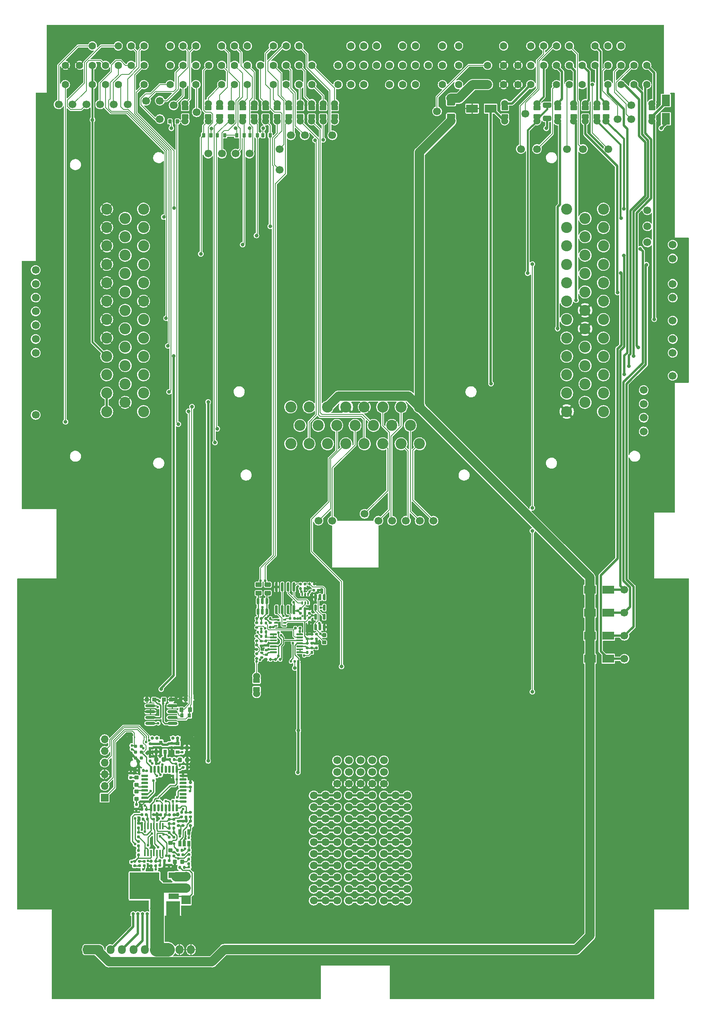
<source format=gtl>
G75*
G70*
%OFA0B0*%
%FSLAX25Y25*%
%IPPOS*%
%LPD*%
%AMOC8*
5,1,8,0,0,1.08239X$1,22.5*
%
%AMM13*
21,1,0.035430,0.030320,-0.000000,-0.000000,0.000000*
21,1,0.028350,0.037400,-0.000000,-0.000000,0.000000*
1,1,0.007090,0.014170,-0.015160*
1,1,0.007090,-0.014170,-0.015160*
1,1,0.007090,-0.014170,0.015160*
1,1,0.007090,0.014170,0.015160*
%
%AMM14*
21,1,0.033470,0.026770,-0.000000,-0.000000,180.000000*
21,1,0.026770,0.033470,-0.000000,-0.000000,180.000000*
1,1,0.006690,-0.013390,0.013390*
1,1,0.006690,0.013390,0.013390*
1,1,0.006690,0.013390,-0.013390*
1,1,0.006690,-0.013390,-0.013390*
%
%AMM15*
21,1,0.027560,0.030710,-0.000000,-0.000000,0.000000*
21,1,0.022050,0.036220,-0.000000,-0.000000,0.000000*
1,1,0.005510,0.011020,-0.015350*
1,1,0.005510,-0.011020,-0.015350*
1,1,0.005510,-0.011020,0.015350*
1,1,0.005510,0.011020,0.015350*
%
%ADD10C,0.01969*%
%ADD101R,0.11614X0.00984*%
%ADD108R,0.07874X0.07500*%
%ADD109O,0.07874X0.07500*%
%ADD11O,0.06693X0.07677*%
%ADD110R,0.08661X0.04724*%
%ADD111R,0.01772X0.05709*%
%ADD112R,0.02559X0.04803*%
%ADD113R,0.25197X0.22835*%
%ADD12C,0.03100*%
%ADD127M13*%
%ADD128M14*%
%ADD129M15*%
%ADD13R,0.01378X0.00984*%
%ADD14R,0.12205X0.00984*%
%ADD15C,0.01575*%
%ADD17R,0.11811X0.00984*%
%ADD19C,0.06693*%
%ADD20C,0.07874*%
%ADD21O,0.43701X0.00787*%
%ADD22R,0.06693X0.06693*%
%ADD25R,0.03150X0.03543*%
%ADD26C,0.01181*%
%ADD27C,0.00787*%
%ADD28R,0.09843X0.07087*%
%ADD29R,0.07087X0.09843*%
%ADD30R,0.00984X0.71654*%
%ADD33C,0.11811*%
%ADD35R,0.01575X0.02559*%
%ADD38R,0.53740X0.00984*%
%ADD40O,0.01969X0.00984*%
%ADD43R,0.25394X0.00984*%
%ADD45C,0.02756*%
%ADD50C,0.02362*%
%ADD51R,0.03740X0.00984*%
%ADD54R,0.02559X0.01575*%
%ADD56O,0.00787X0.22323*%
%ADD57C,0.00800*%
%ADD58R,0.00984X1.54528*%
%ADD59O,0.06693X0.06693*%
%ADD60O,0.01968X0.00984*%
%ADD66R,0.05709X0.00984*%
%ADD70O,0.00984X0.01969*%
%ADD76R,0.08858X0.00984*%
%ADD77R,0.03543X0.03150*%
%ADD79O,0.38583X0.01575*%
%ADD80C,0.09449*%
%ADD82C,0.06000*%
%ADD84O,0.00984X0.01968*%
%ADD86C,0.00984*%
%ADD89R,0.25591X0.00984*%
%ADD90C,0.03150*%
%ADD94C,0.06299*%
%ADD96R,0.04921X0.00984*%
%ADD98O,0.00787X0.26772*%
%ADD99O,0.08661X0.02362*%
X0000000Y0000000D02*
%LPD*%
G01*
D19*
X0576772Y0568898D03*
X0051181Y0781496D03*
X0299528Y0150079D03*
X0299528Y0160079D03*
X0299528Y0170079D03*
X0299528Y0180079D03*
X0299528Y0190079D03*
X0309528Y0150079D03*
X0309528Y0160079D03*
X0309528Y0170079D03*
X0309528Y0180079D03*
X0309528Y0190079D03*
X0319528Y0150079D03*
X0319528Y0160079D03*
X0319528Y0170079D03*
X0319528Y0180079D03*
X0319528Y0190079D03*
X0535433Y0366142D03*
G36*
G01*
X0186516Y0780707D02*
X0191437Y0780707D01*
G75*
G02*
X0191831Y0780313I0000000J-000394D01*
G01*
X0191831Y0777163D01*
G75*
G02*
X0191437Y0776770I-000394J0000000D01*
G01*
X0186516Y0776770D01*
G75*
G02*
X0186122Y0777163I0000000J0000394D01*
G01*
X0186122Y0780313D01*
G75*
G02*
X0186516Y0780707I0000394J0000000D01*
G01*
G37*
D82*
X0188976Y0782498D03*
X0188976Y0767498D03*
G36*
G01*
X0186516Y0773226D02*
X0191437Y0773226D01*
G75*
G02*
X0191831Y0772833I0000000J-000394D01*
G01*
X0191831Y0769683D01*
G75*
G02*
X0191437Y0769289I-000394J0000000D01*
G01*
X0186516Y0769289D01*
G75*
G02*
X0186122Y0769683I0000000J0000394D01*
G01*
X0186122Y0772833D01*
G75*
G02*
X0186516Y0773226I0000394J0000000D01*
G01*
G37*
D19*
X0521654Y0743307D03*
X0486220Y0743307D03*
G36*
G01*
X0225886Y0780512D02*
X0230807Y0780512D01*
G75*
G02*
X0231201Y0780118I0000000J-000394D01*
G01*
X0231201Y0776969D01*
G75*
G02*
X0230807Y0776575I-000394J0000000D01*
G01*
X0225886Y0776575D01*
G75*
G02*
X0225492Y0776969I0000000J0000394D01*
G01*
X0225492Y0780118D01*
G75*
G02*
X0225886Y0780512I0000394J0000000D01*
G01*
G37*
D82*
X0228346Y0782303D03*
G36*
G01*
X0225886Y0773031D02*
X0230807Y0773031D01*
G75*
G02*
X0231201Y0772638I0000000J-000394D01*
G01*
X0231201Y0769488D01*
G75*
G02*
X0230807Y0769094I-000394J0000000D01*
G01*
X0225886Y0769094D01*
G75*
G02*
X0225492Y0769488I0000000J0000394D01*
G01*
X0225492Y0772638D01*
G75*
G02*
X0225886Y0773031I0000394J0000000D01*
G01*
G37*
X0228346Y0767303D03*
D19*
X0450787Y0773622D03*
X0446850Y0743307D03*
X0535433Y0326772D03*
G36*
G01*
X0154134Y0768465D02*
X0154134Y0765394D01*
G75*
G02*
X0153858Y0765118I-000276J0000000D01*
G01*
X0151654Y0765118D01*
G75*
G02*
X0151378Y0765394I0000000J0000276D01*
G01*
X0151378Y0768465D01*
G75*
G02*
X0151654Y0768740I0000276J0000000D01*
G01*
X0153858Y0768740D01*
G75*
G02*
X0154134Y0768465I0000000J-000276D01*
G01*
G37*
G36*
G01*
X0147835Y0768465D02*
X0147835Y0765394D01*
G75*
G02*
X0147559Y0765118I-000276J0000000D01*
G01*
X0145354Y0765118D01*
G75*
G02*
X0145079Y0765394I0000000J0000276D01*
G01*
X0145079Y0768465D01*
G75*
G02*
X0145354Y0768740I0000276J0000000D01*
G01*
X0147559Y0768740D01*
G75*
G02*
X0147835Y0768465I0000000J-000276D01*
G01*
G37*
D28*
X0505906Y0307087D03*
X0521654Y0307087D03*
G36*
G01*
X0499508Y0780512D02*
X0504429Y0780512D01*
G75*
G02*
X0504823Y0780118I0000000J-000394D01*
G01*
X0504823Y0776969D01*
G75*
G02*
X0504429Y0776575I-000394J0000000D01*
G01*
X0499508Y0776575D01*
G75*
G02*
X0499114Y0776969I0000000J0000394D01*
G01*
X0499114Y0780118D01*
G75*
G02*
X0499508Y0780512I0000394J0000000D01*
G01*
G37*
D82*
X0501969Y0782303D03*
G36*
G01*
X0499508Y0773031D02*
X0504429Y0773031D01*
G75*
G02*
X0504823Y0772638I0000000J-000394D01*
G01*
X0504823Y0769488D01*
G75*
G02*
X0504429Y0769094I-000394J0000000D01*
G01*
X0499508Y0769094D01*
G75*
G02*
X0499114Y0769488I0000000J0000394D01*
G01*
X0499114Y0772638D01*
G75*
G02*
X0499508Y0773031I0000394J0000000D01*
G01*
G37*
X0501969Y0767303D03*
D19*
X0031496Y0592520D03*
X0576772Y0596457D03*
X0250000Y0755118D03*
X0137795Y0768898D03*
X0031496Y0568898D03*
X0285433Y0425197D03*
D50*
X0220571Y0304724D03*
X0250098Y0304724D03*
X0253248Y0304724D03*
X0256398Y0304724D03*
D30*
X0283268Y0339272D03*
D96*
X0219685Y0374606D03*
D13*
X0217913Y0303937D03*
D38*
X0256890Y0374606D03*
D89*
X0235335Y0303937D03*
D43*
X0271063Y0303937D03*
D30*
X0217717Y0339272D03*
D50*
X0228051Y0373720D03*
X0224114Y0373720D03*
D19*
X0074803Y0781496D03*
X0541339Y0768898D03*
X0535433Y0307087D03*
X0551969Y0501575D03*
X0179134Y0739370D03*
X0541339Y0780709D03*
X0329528Y0200079D03*
X0319528Y0200079D03*
X0309528Y0200079D03*
X0299528Y0200079D03*
X0289528Y0200079D03*
X0329528Y0210079D03*
X0319528Y0210079D03*
X0309528Y0210079D03*
X0299528Y0210079D03*
X0289528Y0210079D03*
X0329528Y0220079D03*
X0319528Y0220079D03*
X0309528Y0220079D03*
X0299528Y0220079D03*
X0289528Y0220079D03*
D56*
X0166782Y0260043D03*
D79*
X0142470Y0275249D03*
D40*
X0124262Y0275249D03*
D21*
X0145226Y0249265D03*
D98*
X0123573Y0262405D03*
D70*
X0165010Y0275053D03*
X0163041Y0275053D03*
D50*
X0137254Y0270919D03*
X0140699Y0268852D03*
X0136073Y0265899D03*
X0136368Y0251923D03*
D19*
X0576772Y0616142D03*
D80*
X0517520Y0518602D03*
X0517520Y0534350D03*
X0517520Y0550098D03*
X0517520Y0565846D03*
X0517520Y0581594D03*
X0517520Y0597343D03*
X0517520Y0613091D03*
X0517520Y0628839D03*
X0517520Y0644587D03*
X0517520Y0660335D03*
X0517520Y0676083D03*
X0517520Y0691831D03*
X0501772Y0526476D03*
X0501772Y0542224D03*
X0501772Y0557972D03*
X0501772Y0573720D03*
X0501772Y0589469D03*
X0501772Y0605217D03*
X0501772Y0620965D03*
X0501772Y0636713D03*
X0501772Y0652461D03*
X0501772Y0668209D03*
X0501772Y0683957D03*
X0486024Y0518602D03*
X0486024Y0534350D03*
X0486024Y0550098D03*
X0486024Y0565846D03*
X0486024Y0581594D03*
X0486024Y0597343D03*
X0486024Y0613091D03*
X0486024Y0628839D03*
X0486024Y0644587D03*
X0486024Y0660335D03*
X0486024Y0676083D03*
X0486024Y0691831D03*
X0249803Y0491043D03*
X0265551Y0491043D03*
X0281299Y0491043D03*
X0297047Y0491043D03*
X0312795Y0491043D03*
X0328543Y0491043D03*
X0344291Y0491043D03*
X0360039Y0491043D03*
X0257677Y0506791D03*
X0273425Y0506791D03*
X0289173Y0506791D03*
X0304921Y0506791D03*
X0320669Y0506791D03*
X0336417Y0506791D03*
X0352165Y0506791D03*
X0249803Y0522539D03*
X0265551Y0522539D03*
X0281299Y0522539D03*
X0297047Y0522539D03*
X0312795Y0522539D03*
X0328543Y0522539D03*
X0344291Y0522539D03*
X0360039Y0522539D03*
X0092323Y0691831D03*
X0092323Y0676083D03*
X0092323Y0660335D03*
X0092323Y0644587D03*
X0092323Y0628839D03*
X0092323Y0613091D03*
X0092323Y0597343D03*
X0092323Y0581594D03*
X0092323Y0565846D03*
X0092323Y0550098D03*
X0092323Y0534350D03*
X0092323Y0518602D03*
X0108071Y0683957D03*
X0108071Y0668209D03*
X0108071Y0652461D03*
X0108071Y0636713D03*
X0108071Y0620965D03*
X0108071Y0605217D03*
X0108071Y0589469D03*
X0108071Y0573720D03*
X0108071Y0557972D03*
X0108071Y0542224D03*
X0108071Y0526476D03*
X0123819Y0691831D03*
X0123819Y0676083D03*
X0123819Y0660335D03*
X0123819Y0644587D03*
X0123819Y0628839D03*
X0123819Y0613091D03*
X0123819Y0597343D03*
X0123819Y0581594D03*
X0123819Y0565846D03*
X0123819Y0550098D03*
X0123819Y0534350D03*
X0123819Y0518602D03*
D19*
X0299528Y0100079D03*
X0299528Y0110079D03*
X0299528Y0120079D03*
X0299528Y0130079D03*
X0299528Y0140079D03*
X0309528Y0100079D03*
X0309528Y0110079D03*
X0309528Y0120079D03*
X0309528Y0130079D03*
X0309528Y0140079D03*
X0319528Y0100079D03*
X0319528Y0110079D03*
X0319528Y0120079D03*
X0319528Y0130079D03*
X0319528Y0140079D03*
G36*
G01*
X0072441Y0055295D02*
X0072441Y0061004D01*
G75*
G02*
X0073425Y0061988I0000984J0000000D01*
G01*
X0078150Y0061988D01*
G75*
G02*
X0079134Y0061004I0000000J-000984D01*
G01*
X0079134Y0055295D01*
G75*
G02*
X0078150Y0054311I-000984J0000000D01*
G01*
X0073425Y0054311D01*
G75*
G02*
X0072441Y0055295I0000000J0000984D01*
G01*
G37*
D11*
X0085630Y0058150D03*
X0095472Y0058150D03*
X0105315Y0058150D03*
X0115157Y0058150D03*
X0125000Y0058150D03*
X0134843Y0058150D03*
X0144685Y0058150D03*
X0154528Y0058150D03*
X0164370Y0058150D03*
D19*
X0375073Y0775591D03*
X0551969Y0525197D03*
G36*
G01*
X0173819Y0753583D02*
X0173819Y0756654D01*
G75*
G02*
X0174094Y0756929I0000276J0000000D01*
G01*
X0176299Y0756929D01*
G75*
G02*
X0176575Y0756654I0000000J-000276D01*
G01*
X0176575Y0753583D01*
G75*
G02*
X0176299Y0753307I-000276J0000000D01*
G01*
X0174094Y0753307D01*
G75*
G02*
X0173819Y0753583I0000000J0000276D01*
G01*
G37*
G36*
G01*
X0180118Y0753583D02*
X0180118Y0756654D01*
G75*
G02*
X0180394Y0756929I0000276J0000000D01*
G01*
X0182598Y0756929D01*
G75*
G02*
X0182874Y0756654I0000000J-000276D01*
G01*
X0182874Y0753583D01*
G75*
G02*
X0182598Y0753307I-000276J0000000D01*
G01*
X0180394Y0753307D01*
G75*
G02*
X0180118Y0753583I0000000J0000276D01*
G01*
G37*
G36*
G01*
X0475886Y0780512D02*
X0480807Y0780512D01*
G75*
G02*
X0481201Y0780118I0000000J-000394D01*
G01*
X0481201Y0776969D01*
G75*
G02*
X0480807Y0776575I-000394J0000000D01*
G01*
X0475886Y0776575D01*
G75*
G02*
X0475492Y0776969I0000000J0000394D01*
G01*
X0475492Y0780118D01*
G75*
G02*
X0475886Y0780512I0000394J0000000D01*
G01*
G37*
D82*
X0478346Y0782303D03*
G36*
G01*
X0475886Y0773031D02*
X0480807Y0773031D01*
G75*
G02*
X0481201Y0772638I0000000J-000394D01*
G01*
X0481201Y0769488D01*
G75*
G02*
X0480807Y0769094I-000394J0000000D01*
G01*
X0475886Y0769094D01*
G75*
G02*
X0475492Y0769488I0000000J0000394D01*
G01*
X0475492Y0772638D01*
G75*
G02*
X0475886Y0773031I0000394J0000000D01*
G01*
G37*
X0478346Y0767303D03*
G36*
G01*
X0196358Y0780512D02*
X0201280Y0780512D01*
G75*
G02*
X0201673Y0780118I0000000J-000394D01*
G01*
X0201673Y0776969D01*
G75*
G02*
X0201280Y0776575I-000394J0000000D01*
G01*
X0196358Y0776575D01*
G75*
G02*
X0195965Y0776969I0000000J0000394D01*
G01*
X0195965Y0780118D01*
G75*
G02*
X0196358Y0780512I0000394J0000000D01*
G01*
G37*
X0198819Y0782303D03*
X0198819Y0767303D03*
G36*
G01*
X0196358Y0773031D02*
X0201280Y0773031D01*
G75*
G02*
X0201673Y0772638I0000000J-000394D01*
G01*
X0201673Y0769488D01*
G75*
G02*
X0201280Y0769094I-000394J0000000D01*
G01*
X0196358Y0769094D01*
G75*
G02*
X0195965Y0769488I0000000J0000394D01*
G01*
X0195965Y0772638D01*
G75*
G02*
X0196358Y0773031I0000394J0000000D01*
G01*
G37*
G36*
G01*
X0265256Y0780512D02*
X0270177Y0780512D01*
G75*
G02*
X0270571Y0780118I0000000J-000394D01*
G01*
X0270571Y0776969D01*
G75*
G02*
X0270177Y0776575I-000394J0000000D01*
G01*
X0265256Y0776575D01*
G75*
G02*
X0264862Y0776969I0000000J0000394D01*
G01*
X0264862Y0780118D01*
G75*
G02*
X0265256Y0780512I0000394J0000000D01*
G01*
G37*
X0267717Y0782303D03*
X0267717Y0767303D03*
G36*
G01*
X0265256Y0773031D02*
X0270177Y0773031D01*
G75*
G02*
X0270571Y0772638I0000000J-000394D01*
G01*
X0270571Y0769488D01*
G75*
G02*
X0270177Y0769094I-000394J0000000D01*
G01*
X0265256Y0769094D01*
G75*
G02*
X0264862Y0769488I0000000J0000394D01*
G01*
X0264862Y0772638D01*
G75*
G02*
X0265256Y0773031I0000394J0000000D01*
G01*
G37*
X0387008Y0786655D03*
G36*
G01*
X0383465Y0781360D02*
X0383465Y0784076D01*
G75*
G02*
X0384370Y0784982I0000906J0000000D01*
G01*
X0389646Y0784982D01*
G75*
G02*
X0390551Y0784076I0000000J-000906D01*
G01*
X0390551Y0781360D01*
G75*
G02*
X0389646Y0780454I-000906J0000000D01*
G01*
X0384370Y0780454D01*
G75*
G02*
X0383465Y0781360I0000000J0000906D01*
G01*
G37*
G36*
G01*
X0383465Y0769942D02*
X0383465Y0772659D01*
G75*
G02*
X0384370Y0773564I0000906J0000000D01*
G01*
X0389646Y0773564D01*
G75*
G02*
X0390551Y0772659I0000000J-000906D01*
G01*
X0390551Y0769942D01*
G75*
G02*
X0389646Y0769037I-000906J0000000D01*
G01*
X0384370Y0769037D01*
G75*
G02*
X0383465Y0769942I0000000J0000906D01*
G01*
G37*
X0387008Y0767364D03*
X0511811Y0782303D03*
G36*
G01*
X0509350Y0780512D02*
X0514272Y0780512D01*
G75*
G02*
X0514665Y0780118I0000000J-000394D01*
G01*
X0514665Y0776969D01*
G75*
G02*
X0514272Y0776575I-000394J0000000D01*
G01*
X0509350Y0776575D01*
G75*
G02*
X0508957Y0776969I0000000J0000394D01*
G01*
X0508957Y0780118D01*
G75*
G02*
X0509350Y0780512I0000394J0000000D01*
G01*
G37*
X0511811Y0767303D03*
G36*
G01*
X0509350Y0773031D02*
X0514272Y0773031D01*
G75*
G02*
X0514665Y0772638I0000000J-000394D01*
G01*
X0514665Y0769488D01*
G75*
G02*
X0514272Y0769094I-000394J0000000D01*
G01*
X0509350Y0769094D01*
G75*
G02*
X0508957Y0769488I0000000J0000394D01*
G01*
X0508957Y0772638D01*
G75*
G02*
X0509350Y0773031I0000394J0000000D01*
G01*
G37*
D19*
X0062992Y0781496D03*
X0529528Y0768898D03*
X0329528Y0150079D03*
X0329528Y0160079D03*
X0329528Y0170079D03*
X0329528Y0180079D03*
X0329528Y0190079D03*
X0339528Y0150079D03*
X0339528Y0160079D03*
X0339528Y0170079D03*
X0339528Y0180079D03*
X0339528Y0190079D03*
X0349528Y0150079D03*
X0349528Y0160079D03*
X0349528Y0170079D03*
X0349528Y0180079D03*
X0349528Y0190079D03*
G36*
G01*
X0211220Y0756654D02*
X0211220Y0753583D01*
G75*
G02*
X0210945Y0753307I-000276J0000000D01*
G01*
X0208740Y0753307D01*
G75*
G02*
X0208465Y0753583I0000000J0000276D01*
G01*
X0208465Y0756654D01*
G75*
G02*
X0208740Y0756929I0000276J0000000D01*
G01*
X0210945Y0756929D01*
G75*
G02*
X0211220Y0756654I0000000J-000276D01*
G01*
G37*
G36*
G01*
X0204921Y0756654D02*
X0204921Y0753583D01*
G75*
G02*
X0204646Y0753307I-000276J0000000D01*
G01*
X0202441Y0753307D01*
G75*
G02*
X0202165Y0753583I0000000J0000276D01*
G01*
X0202165Y0756654D01*
G75*
G02*
X0202441Y0756929I0000276J0000000D01*
G01*
X0204646Y0756929D01*
G75*
G02*
X0204921Y0756654I0000000J-000276D01*
G01*
G37*
D28*
X0420866Y0777953D03*
X0405118Y0777953D03*
G36*
G01*
X0465748Y0779547D02*
X0465748Y0782264D01*
G75*
G02*
X0466654Y0783169I0000906J0000000D01*
G01*
X0471929Y0783169D01*
G75*
G02*
X0472835Y0782264I0000000J-000906D01*
G01*
X0472835Y0779547D01*
G75*
G02*
X0471929Y0778642I-000906J0000000D01*
G01*
X0466654Y0778642D01*
G75*
G02*
X0465748Y0779547I0000000J0000906D01*
G01*
G37*
G36*
G01*
X0465748Y0768130D02*
X0465748Y0770846D01*
G75*
G02*
X0466654Y0771752I0000906J0000000D01*
G01*
X0471929Y0771752D01*
G75*
G02*
X0472835Y0770846I0000000J-000906D01*
G01*
X0472835Y0768130D01*
G75*
G02*
X0471929Y0767224I-000906J0000000D01*
G01*
X0466654Y0767224D01*
G75*
G02*
X0465748Y0768130I0000000J0000906D01*
G01*
G37*
D19*
X0031496Y0515748D03*
X0372047Y0425197D03*
X0240157Y0743307D03*
X0269528Y0100079D03*
X0269528Y0110079D03*
X0269528Y0120079D03*
X0269528Y0130079D03*
X0269528Y0140079D03*
X0279528Y0100079D03*
X0279528Y0110079D03*
X0279528Y0120079D03*
X0279528Y0130079D03*
X0279528Y0140079D03*
X0289528Y0100079D03*
X0289528Y0110079D03*
X0289528Y0120079D03*
X0289528Y0130079D03*
X0289528Y0140079D03*
X0551969Y0513386D03*
D28*
X0505906Y0366142D03*
X0521654Y0366142D03*
D19*
X0202756Y0739370D03*
D94*
X0554528Y0798425D03*
X0543504Y0798425D03*
X0532480Y0798425D03*
X0521457Y0798425D03*
X0499409Y0798425D03*
X0488386Y0798425D03*
X0477362Y0798425D03*
X0455315Y0798425D03*
X0444291Y0798425D03*
X0432087Y0798425D03*
X0418307Y0798425D03*
X0554528Y0814961D03*
X0543504Y0814961D03*
X0532480Y0814961D03*
X0521457Y0814961D03*
X0510433Y0814961D03*
X0499409Y0814961D03*
X0488386Y0814961D03*
X0477362Y0814961D03*
X0466339Y0814961D03*
X0455315Y0814961D03*
X0444291Y0814961D03*
X0432087Y0814961D03*
X0418307Y0814961D03*
X0532480Y0831496D03*
X0521457Y0831496D03*
X0510433Y0831496D03*
X0488386Y0831496D03*
X0477362Y0831496D03*
X0466339Y0831496D03*
X0455315Y0831496D03*
X0432087Y0831496D03*
X0393504Y0798425D03*
X0379724Y0798425D03*
X0356496Y0798425D03*
X0345472Y0798425D03*
X0334449Y0798425D03*
X0312402Y0798425D03*
X0301378Y0798425D03*
X0290354Y0798425D03*
X0393504Y0814961D03*
X0379724Y0814961D03*
X0367520Y0814961D03*
X0356496Y0814961D03*
X0345472Y0814961D03*
X0334449Y0814961D03*
X0323425Y0814961D03*
X0312402Y0814961D03*
X0301378Y0814961D03*
X0290354Y0814961D03*
X0393504Y0831496D03*
X0379724Y0831496D03*
X0356496Y0831496D03*
X0345472Y0831496D03*
X0323425Y0831496D03*
X0312402Y0831496D03*
X0301378Y0831496D03*
X0267913Y0798425D03*
X0256890Y0798425D03*
X0245866Y0798425D03*
X0234843Y0798425D03*
X0212795Y0798425D03*
X0201772Y0798425D03*
X0190748Y0798425D03*
X0168701Y0798425D03*
X0157677Y0798425D03*
X0146654Y0798425D03*
X0267913Y0814961D03*
X0256890Y0814961D03*
X0245866Y0814961D03*
X0234843Y0814961D03*
X0223819Y0814961D03*
X0212795Y0814961D03*
X0201772Y0814961D03*
X0190748Y0814961D03*
X0179724Y0814961D03*
X0168701Y0814961D03*
X0157677Y0814961D03*
X0146654Y0814961D03*
X0256890Y0831496D03*
X0245866Y0831496D03*
X0234843Y0831496D03*
X0212795Y0831496D03*
X0201772Y0831496D03*
X0190748Y0831496D03*
X0168701Y0831496D03*
X0157677Y0831496D03*
X0146654Y0831496D03*
X0124213Y0798425D03*
X0102165Y0798425D03*
X0091142Y0798425D03*
X0080118Y0798425D03*
X0056890Y0798425D03*
X0124213Y0814961D03*
X0113189Y0814961D03*
X0102165Y0814961D03*
X0091142Y0814961D03*
X0080118Y0814961D03*
X0069094Y0814961D03*
X0056890Y0814961D03*
X0124213Y0831496D03*
X0113189Y0831496D03*
X0102165Y0831496D03*
X0080118Y0831496D03*
D82*
X0179134Y0782303D03*
G36*
G01*
X0176673Y0780512D02*
X0181594Y0780512D01*
G75*
G02*
X0181988Y0780118I0000000J-000394D01*
G01*
X0181988Y0776969D01*
G75*
G02*
X0181594Y0776575I-000394J0000000D01*
G01*
X0176673Y0776575D01*
G75*
G02*
X0176280Y0776969I0000000J0000394D01*
G01*
X0176280Y0780118D01*
G75*
G02*
X0176673Y0780512I0000394J0000000D01*
G01*
G37*
X0179134Y0767303D03*
G36*
G01*
X0176673Y0773031D02*
X0181594Y0773031D01*
G75*
G02*
X0181988Y0772638I0000000J-000394D01*
G01*
X0181988Y0769488D01*
G75*
G02*
X0181594Y0769094I-000394J0000000D01*
G01*
X0176673Y0769094D01*
G75*
G02*
X0176280Y0769488I0000000J0000394D01*
G01*
X0176280Y0772638D01*
G75*
G02*
X0176673Y0773031I0000394J0000000D01*
G01*
G37*
G36*
G01*
X0222638Y0756654D02*
X0222638Y0753583D01*
G75*
G02*
X0222362Y0753307I-000276J0000000D01*
G01*
X0220157Y0753307D01*
G75*
G02*
X0219882Y0753583I0000000J0000276D01*
G01*
X0219882Y0756654D01*
G75*
G02*
X0220157Y0756929I0000276J0000000D01*
G01*
X0222362Y0756929D01*
G75*
G02*
X0222638Y0756654I0000000J-000276D01*
G01*
G37*
G36*
G01*
X0216339Y0756654D02*
X0216339Y0753583D01*
G75*
G02*
X0216063Y0753307I-000276J0000000D01*
G01*
X0213858Y0753307D01*
G75*
G02*
X0213583Y0753583I0000000J0000276D01*
G01*
X0213583Y0756654D01*
G75*
G02*
X0213858Y0756929I0000276J0000000D01*
G01*
X0216063Y0756929D01*
G75*
G02*
X0216339Y0756654I0000000J-000276D01*
G01*
G37*
G36*
G01*
X0517224Y0780512D02*
X0522146Y0780512D01*
G75*
G02*
X0522539Y0780118I0000000J-000394D01*
G01*
X0522539Y0776969D01*
G75*
G02*
X0522146Y0776575I-000394J0000000D01*
G01*
X0517224Y0776575D01*
G75*
G02*
X0516831Y0776969I0000000J0000394D01*
G01*
X0516831Y0780118D01*
G75*
G02*
X0517224Y0780512I0000394J0000000D01*
G01*
G37*
X0519685Y0782303D03*
G36*
G01*
X0517224Y0773031D02*
X0522146Y0773031D01*
G75*
G02*
X0522539Y0772638I0000000J-000394D01*
G01*
X0522539Y0769488D01*
G75*
G02*
X0522146Y0769094I-000394J0000000D01*
G01*
X0517224Y0769094D01*
G75*
G02*
X0516831Y0769488I0000000J0000394D01*
G01*
X0516831Y0772638D01*
G75*
G02*
X0517224Y0773031I0000394J0000000D01*
G01*
G37*
X0519685Y0767303D03*
D19*
X0551969Y0537008D03*
D45*
X0115059Y0088661D03*
X0118996Y0088661D03*
X0122933Y0088661D03*
X0126870Y0088661D03*
D33*
X0135335Y0093583D03*
D17*
X0149114Y0087185D03*
D58*
X0109252Y0163957D03*
X0167323Y0163957D03*
D51*
X0110630Y0087185D03*
D14*
X0161713Y0240728D03*
D66*
X0111614Y0240728D03*
D76*
X0142126Y0240728D03*
D101*
X0162008Y0087185D03*
G36*
G01*
X0160138Y0202835D02*
X0155217Y0202835D01*
G75*
G02*
X0154724Y0203327I0000000J0000492D01*
G01*
X0154724Y0204311D01*
G75*
G02*
X0155217Y0204803I0000492J0000000D01*
G01*
X0160138Y0204803D01*
G75*
G02*
X0160630Y0204311I0000000J-000492D01*
G01*
X0160630Y0203327D01*
G75*
G02*
X0160138Y0202835I-000492J0000000D01*
G01*
G37*
G36*
G01*
X0149606Y0209429D02*
X0148622Y0209429D01*
G75*
G02*
X0148130Y0209921I0000000J0000492D01*
G01*
X0148130Y0214843D01*
G75*
G02*
X0148622Y0215335I0000492J0000000D01*
G01*
X0149606Y0215335D01*
G75*
G02*
X0150098Y0214843I0000000J-000492D01*
G01*
X0150098Y0209921D01*
G75*
G02*
X0149606Y0209429I-000492J0000000D01*
G01*
G37*
G36*
G01*
X0160138Y0205984D02*
X0155217Y0205984D01*
G75*
G02*
X0154724Y0206476I0000000J0000492D01*
G01*
X0154724Y0207461D01*
G75*
G02*
X0155217Y0207953I0000492J0000000D01*
G01*
X0160138Y0207953D01*
G75*
G02*
X0160630Y0207461I0000000J-000492D01*
G01*
X0160630Y0206476D01*
G75*
G02*
X0160138Y0205984I-000492J0000000D01*
G01*
G37*
G36*
G01*
X0150098Y0207264D02*
X0150098Y0206280D01*
G75*
G02*
X0149606Y0205787I-000492J0000000D01*
G01*
X0148622Y0205787D01*
G75*
G02*
X0148130Y0206280I0000000J0000492D01*
G01*
X0148130Y0207264D01*
G75*
G02*
X0148622Y0207756I0000492J0000000D01*
G01*
X0149606Y0207756D01*
G75*
G02*
X0150098Y0207264I0000000J-000492D01*
G01*
G37*
G36*
G01*
X0152756Y0202835D02*
X0151772Y0202835D01*
G75*
G02*
X0151280Y0203327I0000000J0000492D01*
G01*
X0151280Y0204311D01*
G75*
G02*
X0151772Y0204803I0000492J0000000D01*
G01*
X0152756Y0204803D01*
G75*
G02*
X0153248Y0204311I0000000J-000492D01*
G01*
X0153248Y0203327D01*
G75*
G02*
X0152756Y0202835I-000492J0000000D01*
G01*
G37*
G36*
G01*
X0152756Y0209429D02*
X0151772Y0209429D01*
G75*
G02*
X0151280Y0209921I0000000J0000492D01*
G01*
X0151280Y0214843D01*
G75*
G02*
X0151772Y0215335I0000492J0000000D01*
G01*
X0152756Y0215335D01*
G75*
G02*
X0153248Y0214843I0000000J-000492D01*
G01*
X0153248Y0209921D01*
G75*
G02*
X0152756Y0209429I-000492J0000000D01*
G01*
G37*
D45*
X0153051Y0239252D03*
X0149114Y0239252D03*
X0135138Y0239252D03*
X0131201Y0239252D03*
G36*
G01*
X0128248Y0240827D02*
X0128248Y0240827D01*
G75*
G02*
X0128740Y0240335I0000000J-000492D01*
G01*
X0128740Y0239350D01*
G75*
G02*
X0128248Y0238858I-000492J0000000D01*
G01*
X0128248Y0238858D01*
G75*
G02*
X0127756Y0239350I0000000J0000492D01*
G01*
X0127756Y0240335D01*
G75*
G02*
X0128248Y0240827I0000492J0000000D01*
G01*
G37*
G36*
G01*
X0126280Y0240827D02*
X0126280Y0240827D01*
G75*
G02*
X0126772Y0240335I0000000J-000492D01*
G01*
X0126772Y0239350D01*
G75*
G02*
X0126280Y0238858I-000492J0000000D01*
G01*
X0126280Y0238858D01*
G75*
G02*
X0125787Y0239350I0000000J0000492D01*
G01*
X0125787Y0240335D01*
G75*
G02*
X0126280Y0240827I0000492J0000000D01*
G01*
G37*
G36*
G01*
X0124311Y0240827D02*
X0124311Y0240827D01*
G75*
G02*
X0124803Y0240335I0000000J-000492D01*
G01*
X0124803Y0239350D01*
G75*
G02*
X0124311Y0238858I-000492J0000000D01*
G01*
X0124311Y0238858D01*
G75*
G02*
X0123819Y0239350I0000000J0000492D01*
G01*
X0123819Y0240335D01*
G75*
G02*
X0124311Y0240827I0000492J0000000D01*
G01*
G37*
G36*
G01*
X0116043Y0240827D02*
X0116043Y0240827D01*
G75*
G02*
X0116535Y0240335I0000000J-000492D01*
G01*
X0116535Y0239350D01*
G75*
G02*
X0116043Y0238858I-000492J0000000D01*
G01*
X0116043Y0238858D01*
G75*
G02*
X0115551Y0239350I0000000J0000492D01*
G01*
X0115551Y0240335D01*
G75*
G02*
X0116043Y0240827I0000492J0000000D01*
G01*
G37*
D19*
X0348425Y0425197D03*
G36*
G01*
X0275098Y0780512D02*
X0280020Y0780512D01*
G75*
G02*
X0280413Y0780118I0000000J-000394D01*
G01*
X0280413Y0776969D01*
G75*
G02*
X0280020Y0776575I-000394J0000000D01*
G01*
X0275098Y0776575D01*
G75*
G02*
X0274705Y0776969I0000000J0000394D01*
G01*
X0274705Y0780118D01*
G75*
G02*
X0275098Y0780512I0000394J0000000D01*
G01*
G37*
D82*
X0277559Y0782303D03*
G36*
G01*
X0275098Y0773031D02*
X0280020Y0773031D01*
G75*
G02*
X0280413Y0772638I0000000J-000394D01*
G01*
X0280413Y0769488D01*
G75*
G02*
X0280020Y0769094I-000394J0000000D01*
G01*
X0275098Y0769094D01*
G75*
G02*
X0274705Y0769488I0000000J0000394D01*
G01*
X0274705Y0772638D01*
G75*
G02*
X0275098Y0773031I0000394J0000000D01*
G01*
G37*
X0277559Y0767303D03*
D19*
X0535433Y0346457D03*
G36*
G01*
X0556594Y0780512D02*
X0561516Y0780512D01*
G75*
G02*
X0561909Y0780118I0000000J-000394D01*
G01*
X0561909Y0776969D01*
G75*
G02*
X0561516Y0776575I-000394J0000000D01*
G01*
X0556594Y0776575D01*
G75*
G02*
X0556201Y0776969I0000000J0000394D01*
G01*
X0556201Y0780118D01*
G75*
G02*
X0556594Y0780512I0000394J0000000D01*
G01*
G37*
D82*
X0559055Y0782303D03*
X0559055Y0767303D03*
G36*
G01*
X0556594Y0773031D02*
X0561516Y0773031D01*
G75*
G02*
X0561909Y0772638I0000000J-000394D01*
G01*
X0561909Y0769488D01*
G75*
G02*
X0561516Y0769094I-000394J0000000D01*
G01*
X0556594Y0769094D01*
G75*
G02*
X0556201Y0769488I0000000J0000394D01*
G01*
X0556201Y0772638D01*
G75*
G02*
X0556594Y0773031I0000394J0000000D01*
G01*
G37*
D19*
X0137795Y0784646D03*
X0261811Y0755118D03*
G36*
G01*
X0185630Y0753583D02*
X0185630Y0756654D01*
G75*
G02*
X0185906Y0756929I0000276J0000000D01*
G01*
X0188110Y0756929D01*
G75*
G02*
X0188386Y0756654I0000000J-000276D01*
G01*
X0188386Y0753583D01*
G75*
G02*
X0188110Y0753307I-000276J0000000D01*
G01*
X0185906Y0753307D01*
G75*
G02*
X0185630Y0753583I0000000J0000276D01*
G01*
G37*
G36*
G01*
X0191929Y0753583D02*
X0191929Y0756654D01*
G75*
G02*
X0192205Y0756929I0000276J0000000D01*
G01*
X0194409Y0756929D01*
G75*
G02*
X0194685Y0756654I0000000J-000276D01*
G01*
X0194685Y0753583D01*
G75*
G02*
X0194409Y0753307I-000276J0000000D01*
G01*
X0192205Y0753307D01*
G75*
G02*
X0191929Y0753583I0000000J0000276D01*
G01*
G37*
X0329528Y0100079D03*
X0329528Y0110079D03*
X0329528Y0120079D03*
X0329528Y0130079D03*
X0329528Y0140079D03*
X0339528Y0100079D03*
X0339528Y0110079D03*
X0339528Y0120079D03*
X0339528Y0130079D03*
X0339528Y0140079D03*
X0349528Y0100079D03*
X0349528Y0110079D03*
X0349528Y0120079D03*
X0349528Y0130079D03*
X0349528Y0140079D03*
D22*
X0090551Y0188189D03*
D59*
X0090551Y0198189D03*
X0090551Y0208189D03*
X0090551Y0218189D03*
X0090551Y0228189D03*
X0090551Y0238189D03*
D19*
X0214567Y0739370D03*
X0031496Y0639764D03*
X0273622Y0425197D03*
G36*
G01*
X0235807Y0780512D02*
X0240728Y0780512D01*
G75*
G02*
X0241122Y0780118I0000000J-000394D01*
G01*
X0241122Y0776969D01*
G75*
G02*
X0240728Y0776575I-000394J0000000D01*
G01*
X0235807Y0776575D01*
G75*
G02*
X0235413Y0776969I0000000J0000394D01*
G01*
X0235413Y0780118D01*
G75*
G02*
X0235807Y0780512I0000394J0000000D01*
G01*
G37*
D82*
X0238268Y0782303D03*
X0238268Y0767303D03*
G36*
G01*
X0235807Y0773031D02*
X0240728Y0773031D01*
G75*
G02*
X0241122Y0772638I0000000J-000394D01*
G01*
X0241122Y0769488D01*
G75*
G02*
X0240728Y0769094I-000394J0000000D01*
G01*
X0235807Y0769094D01*
G75*
G02*
X0235413Y0769488I0000000J0000394D01*
G01*
X0235413Y0772638D01*
G75*
G02*
X0235807Y0773031I0000394J0000000D01*
G01*
G37*
X0159449Y0782303D03*
G36*
G01*
X0156988Y0780512D02*
X0161909Y0780512D01*
G75*
G02*
X0162303Y0780118I0000000J-000394D01*
G01*
X0162303Y0776969D01*
G75*
G02*
X0161909Y0776575I-000394J0000000D01*
G01*
X0156988Y0776575D01*
G75*
G02*
X0156594Y0776969I0000000J0000394D01*
G01*
X0156594Y0780118D01*
G75*
G02*
X0156988Y0780512I0000394J0000000D01*
G01*
G37*
X0159449Y0767303D03*
G36*
G01*
X0156988Y0773031D02*
X0161909Y0773031D01*
G75*
G02*
X0162303Y0772638I0000000J-000394D01*
G01*
X0162303Y0769488D01*
G75*
G02*
X0161909Y0769094I-000394J0000000D01*
G01*
X0156988Y0769094D01*
G75*
G02*
X0156594Y0769488I0000000J0000394D01*
G01*
X0156594Y0772638D01*
G75*
G02*
X0156988Y0773031I0000394J0000000D01*
G01*
G37*
D19*
X0555118Y0663386D03*
X0110236Y0781496D03*
X0086614Y0781496D03*
X0555118Y0677165D03*
G36*
G01*
X0206201Y0780512D02*
X0211122Y0780512D01*
G75*
G02*
X0211516Y0780118I0000000J-000394D01*
G01*
X0211516Y0776969D01*
G75*
G02*
X0211122Y0776575I-000394J0000000D01*
G01*
X0206201Y0776575D01*
G75*
G02*
X0205807Y0776969I0000000J0000394D01*
G01*
X0205807Y0780118D01*
G75*
G02*
X0206201Y0780512I0000394J0000000D01*
G01*
G37*
D82*
X0208661Y0782303D03*
X0208661Y0767303D03*
G36*
G01*
X0206201Y0773031D02*
X0211122Y0773031D01*
G75*
G02*
X0211516Y0772638I0000000J-000394D01*
G01*
X0211516Y0769488D01*
G75*
G02*
X0211122Y0769094I-000394J0000000D01*
G01*
X0206201Y0769094D01*
G75*
G02*
X0205807Y0769488I0000000J0000394D01*
G01*
X0205807Y0772638D01*
G75*
G02*
X0206201Y0773031I0000394J0000000D01*
G01*
G37*
D19*
X0576772Y0580709D03*
D82*
X0460630Y0782303D03*
G36*
G01*
X0458169Y0780512D02*
X0463091Y0780512D01*
G75*
G02*
X0463484Y0780118I0000000J-000394D01*
G01*
X0463484Y0776969D01*
G75*
G02*
X0463091Y0776575I-000394J0000000D01*
G01*
X0458169Y0776575D01*
G75*
G02*
X0457776Y0776969I0000000J0000394D01*
G01*
X0457776Y0780118D01*
G75*
G02*
X0458169Y0780512I0000394J0000000D01*
G01*
G37*
X0460630Y0767303D03*
G36*
G01*
X0458169Y0773031D02*
X0463091Y0773031D01*
G75*
G02*
X0463484Y0772638I0000000J-000394D01*
G01*
X0463484Y0769488D01*
G75*
G02*
X0463091Y0769094I-000394J0000000D01*
G01*
X0458169Y0769094D01*
G75*
G02*
X0457776Y0769488I0000000J0000394D01*
G01*
X0457776Y0772638D01*
G75*
G02*
X0458169Y0773031I0000394J0000000D01*
G01*
G37*
D28*
X0505906Y0346457D03*
X0521654Y0346457D03*
D19*
X0576772Y0627953D03*
X0312992Y0431102D03*
D29*
X0570866Y0769192D03*
X0570866Y0784941D03*
D19*
X0576772Y0661417D03*
X0031496Y0580709D03*
X0500000Y0743307D03*
X0169291Y0774803D03*
D82*
X0248031Y0782303D03*
G36*
G01*
X0245571Y0780512D02*
X0250492Y0780512D01*
G75*
G02*
X0250886Y0780118I0000000J-000394D01*
G01*
X0250886Y0776969D01*
G75*
G02*
X0250492Y0776575I-000394J0000000D01*
G01*
X0245571Y0776575D01*
G75*
G02*
X0245177Y0776969I0000000J0000394D01*
G01*
X0245177Y0780118D01*
G75*
G02*
X0245571Y0780512I0000394J0000000D01*
G01*
G37*
G36*
G01*
X0245571Y0773031D02*
X0250492Y0773031D01*
G75*
G02*
X0250886Y0772638I0000000J-000394D01*
G01*
X0250886Y0769488D01*
G75*
G02*
X0250492Y0769094I-000394J0000000D01*
G01*
X0245571Y0769094D01*
G75*
G02*
X0245177Y0769488I0000000J0000394D01*
G01*
X0245177Y0772638D01*
G75*
G02*
X0245571Y0773031I0000394J0000000D01*
G01*
G37*
X0248031Y0767303D03*
G36*
G01*
X0284941Y0780512D02*
X0289862Y0780512D01*
G75*
G02*
X0290256Y0780118I0000000J-000394D01*
G01*
X0290256Y0776969D01*
G75*
G02*
X0289862Y0776575I-000394J0000000D01*
G01*
X0284941Y0776575D01*
G75*
G02*
X0284547Y0776969I0000000J0000394D01*
G01*
X0284547Y0780118D01*
G75*
G02*
X0284941Y0780512I0000394J0000000D01*
G01*
G37*
X0287402Y0782303D03*
X0287402Y0767303D03*
G36*
G01*
X0284941Y0773031D02*
X0289862Y0773031D01*
G75*
G02*
X0290256Y0772638I0000000J-000394D01*
G01*
X0290256Y0769488D01*
G75*
G02*
X0289862Y0769094I-000394J0000000D01*
G01*
X0284941Y0769094D01*
G75*
G02*
X0284547Y0769488I0000000J0000394D01*
G01*
X0284547Y0772638D01*
G75*
G02*
X0284941Y0773031I0000394J0000000D01*
G01*
G37*
G36*
G01*
X0430610Y0780512D02*
X0435531Y0780512D01*
G75*
G02*
X0435925Y0780118I0000000J-000394D01*
G01*
X0435925Y0776969D01*
G75*
G02*
X0435531Y0776575I-000394J0000000D01*
G01*
X0430610Y0776575D01*
G75*
G02*
X0430217Y0776969I0000000J0000394D01*
G01*
X0430217Y0780118D01*
G75*
G02*
X0430610Y0780512I0000394J0000000D01*
G01*
G37*
X0433071Y0782303D03*
G36*
G01*
X0430610Y0773031D02*
X0435531Y0773031D01*
G75*
G02*
X0435925Y0772638I0000000J-000394D01*
G01*
X0435925Y0769488D01*
G75*
G02*
X0435531Y0769094I-000394J0000000D01*
G01*
X0430610Y0769094D01*
G75*
G02*
X0430217Y0769488I0000000J0000394D01*
G01*
X0430217Y0772638D01*
G75*
G02*
X0430610Y0773031I0000394J0000000D01*
G01*
G37*
X0433071Y0767303D03*
D19*
X0098425Y0781496D03*
G36*
G01*
X0489665Y0780512D02*
X0494587Y0780512D01*
G75*
G02*
X0494980Y0780118I0000000J-000394D01*
G01*
X0494980Y0776969D01*
G75*
G02*
X0494587Y0776575I-000394J0000000D01*
G01*
X0489665Y0776575D01*
G75*
G02*
X0489272Y0776969I0000000J0000394D01*
G01*
X0489272Y0780118D01*
G75*
G02*
X0489665Y0780512I0000394J0000000D01*
G01*
G37*
D82*
X0492126Y0782303D03*
X0492126Y0767303D03*
G36*
G01*
X0489665Y0773031D02*
X0494587Y0773031D01*
G75*
G02*
X0494980Y0772638I0000000J-000394D01*
G01*
X0494980Y0769488D01*
G75*
G02*
X0494587Y0769094I-000394J0000000D01*
G01*
X0489665Y0769094D01*
G75*
G02*
X0489272Y0769488I0000000J0000394D01*
G01*
X0489272Y0772638D01*
G75*
G02*
X0489665Y0773031I0000394J0000000D01*
G01*
G37*
D19*
X0125984Y0784646D03*
G36*
G01*
X0233661Y0756654D02*
X0233661Y0753583D01*
G75*
G02*
X0233386Y0753307I-000276J0000000D01*
G01*
X0231181Y0753307D01*
G75*
G02*
X0230906Y0753583I0000000J0000276D01*
G01*
X0230906Y0756654D01*
G75*
G02*
X0231181Y0756929I0000276J0000000D01*
G01*
X0233386Y0756929D01*
G75*
G02*
X0233661Y0756654I0000000J-000276D01*
G01*
G37*
G36*
G01*
X0227362Y0756654D02*
X0227362Y0753583D01*
G75*
G02*
X0227087Y0753307I-000276J0000000D01*
G01*
X0224882Y0753307D01*
G75*
G02*
X0224606Y0753583I0000000J0000276D01*
G01*
X0224606Y0756654D01*
G75*
G02*
X0224882Y0756929I0000276J0000000D01*
G01*
X0227087Y0756929D01*
G75*
G02*
X0227362Y0756654I0000000J-000276D01*
G01*
G37*
X0240157Y0725591D03*
X0360236Y0425197D03*
X0269528Y0150079D03*
X0269528Y0160079D03*
X0269528Y0170079D03*
X0269528Y0180079D03*
X0269528Y0190079D03*
X0279528Y0150079D03*
X0279528Y0160079D03*
X0279528Y0170079D03*
X0279528Y0180079D03*
X0279528Y0190079D03*
X0289528Y0150079D03*
X0289528Y0160079D03*
X0289528Y0170079D03*
X0289528Y0180079D03*
X0289528Y0190079D03*
X0576772Y0649606D03*
X0576772Y0549213D03*
X0324803Y0425197D03*
X0285433Y0755118D03*
X0031496Y0616142D03*
X0031496Y0627953D03*
X0460630Y0743307D03*
X0031496Y0604331D03*
X0149606Y0780709D03*
X0190945Y0739370D03*
X0336614Y0425197D03*
X0555118Y0690945D03*
G36*
G01*
X0216043Y0780512D02*
X0220965Y0780512D01*
G75*
G02*
X0221358Y0780118I0000000J-000394D01*
G01*
X0221358Y0776969D01*
G75*
G02*
X0220965Y0776575I-000394J0000000D01*
G01*
X0216043Y0776575D01*
G75*
G02*
X0215650Y0776969I0000000J0000394D01*
G01*
X0215650Y0780118D01*
G75*
G02*
X0216043Y0780512I0000394J0000000D01*
G01*
G37*
D82*
X0218504Y0782303D03*
G36*
G01*
X0216043Y0773031D02*
X0220965Y0773031D01*
G75*
G02*
X0221358Y0772638I0000000J-000394D01*
G01*
X0221358Y0769488D01*
G75*
G02*
X0220965Y0769094I-000394J0000000D01*
G01*
X0216043Y0769094D01*
G75*
G02*
X0215650Y0769488I0000000J0000394D01*
G01*
X0215650Y0772638D01*
G75*
G02*
X0216043Y0773031I0000394J0000000D01*
G01*
G37*
X0218504Y0767303D03*
X0257874Y0782303D03*
G36*
G01*
X0255413Y0780512D02*
X0260335Y0780512D01*
G75*
G02*
X0260728Y0780118I0000000J-000394D01*
G01*
X0260728Y0776969D01*
G75*
G02*
X0260335Y0776575I-000394J0000000D01*
G01*
X0255413Y0776575D01*
G75*
G02*
X0255020Y0776969I0000000J0000394D01*
G01*
X0255020Y0780118D01*
G75*
G02*
X0255413Y0780512I0000394J0000000D01*
G01*
G37*
G36*
G01*
X0255413Y0773031D02*
X0260335Y0773031D01*
G75*
G02*
X0260728Y0772638I0000000J-000394D01*
G01*
X0260728Y0769488D01*
G75*
G02*
X0260335Y0769094I-000394J0000000D01*
G01*
X0255413Y0769094D01*
G75*
G02*
X0255020Y0769488I0000000J0000394D01*
G01*
X0255020Y0772638D01*
G75*
G02*
X0255413Y0773031I0000394J0000000D01*
G01*
G37*
X0257874Y0767303D03*
D28*
X0505906Y0326772D03*
X0521654Y0326772D03*
G36*
G01*
X0218110Y0290354D02*
X0223031Y0290354D01*
G75*
G02*
X0223425Y0289961I0000000J-000394D01*
G01*
X0223425Y0286811D01*
G75*
G02*
X0223031Y0286417I-000394J0000000D01*
G01*
X0218110Y0286417D01*
G75*
G02*
X0217717Y0286811I0000000J0000394D01*
G01*
X0217717Y0289961D01*
G75*
G02*
X0218110Y0290354I0000394J0000000D01*
G01*
G37*
D82*
X0220571Y0292146D03*
G36*
G01*
X0218110Y0282874D02*
X0223031Y0282874D01*
G75*
G02*
X0223425Y0282480I0000000J-000394D01*
G01*
X0223425Y0279331D01*
G75*
G02*
X0223031Y0278937I-000394J0000000D01*
G01*
X0218110Y0278937D01*
G75*
G02*
X0217717Y0279331I0000000J0000394D01*
G01*
X0217717Y0282480D01*
G75*
G02*
X0218110Y0282874I0000394J0000000D01*
G01*
G37*
X0220571Y0277146D03*
D90*
X0515748Y0287795D03*
X0520866Y0317323D03*
X0460236Y0411024D03*
X0452362Y0442126D03*
X0462205Y0431890D03*
X0450394Y0420079D03*
X0052362Y0059055D03*
X0068504Y0131890D03*
X0139370Y0847244D03*
X0184646Y0238976D03*
X0020472Y0368504D03*
X0319291Y0692913D03*
X0196850Y0122047D03*
X0566142Y0846457D03*
X0251181Y0251969D03*
X0220472Y0379134D03*
X0285039Y0830709D03*
X0260630Y0735039D03*
X0287402Y0371260D03*
X0342913Y0594882D03*
X0195669Y0602756D03*
X0184646Y0225591D03*
X0050000Y0611417D03*
X0085433Y0683465D03*
X0412205Y0687008D03*
X0453150Y0845669D03*
X0347244Y0729134D03*
X0429921Y0291339D03*
X0170866Y0313386D03*
X0232283Y0379134D03*
X0586614Y0371260D03*
X0504331Y0692520D03*
X0298031Y0256693D03*
X0382283Y0806693D03*
X0120079Y0253150D03*
X0084252Y0627559D03*
X0044094Y0844094D03*
X0258268Y0038189D03*
X0554724Y0089370D03*
X0046063Y0794882D03*
X0114567Y0693701D03*
X0061811Y0794094D03*
X0084646Y0608661D03*
X0546850Y0147244D03*
X0263780Y0294488D03*
X0253150Y0594488D03*
X0157087Y0442520D03*
X0066142Y0440551D03*
X0333071Y0047244D03*
X0171186Y0181961D03*
X0358268Y0499213D03*
X0587402Y0156693D03*
X0155906Y0378740D03*
X0346063Y0375197D03*
X0054724Y0403150D03*
X0487008Y0272441D03*
X0217323Y0681890D03*
X0287402Y0304331D03*
X0566929Y0794094D03*
X0179134Y0793307D03*
X0066929Y0629134D03*
X0050394Y0644488D03*
X0412598Y0748819D03*
X0508268Y0741339D03*
X0196850Y0282677D03*
X0099606Y0351969D03*
X0084252Y0596063D03*
X0468898Y0554724D03*
X0322047Y0498425D03*
X0249213Y0214173D03*
X0163780Y0018504D03*
X0023622Y0313386D03*
X0215748Y0720866D03*
X0034646Y0485039D03*
X0288583Y0646063D03*
X0223228Y0537008D03*
X0403543Y0786614D03*
X0406693Y0555118D03*
X0173228Y0403150D03*
X0390945Y0017323D03*
X0063780Y0336220D03*
X0559843Y0294882D03*
X0266929Y0515354D03*
X0508268Y0644882D03*
X0022441Y0098425D03*
X0387795Y0744488D03*
X0494488Y0557087D03*
X0587795Y0096457D03*
X0522441Y0806693D03*
X0405906Y0629134D03*
X0171654Y0444488D03*
X0444488Y0335039D03*
X0050000Y0570866D03*
X0197244Y0706299D03*
X0338583Y0018110D03*
X0114173Y0018504D03*
X0196850Y0075197D03*
X0049606Y0517323D03*
X0278740Y0048425D03*
X0547638Y0805906D03*
X0104331Y0200000D03*
X0141732Y0245276D03*
X0068504Y0610236D03*
X0145669Y0081890D03*
X0259843Y0538189D03*
X0370079Y0586614D03*
X0325591Y0073622D03*
X0380709Y0151181D03*
X0253543Y0659055D03*
X0155906Y0339370D03*
X0403543Y0768898D03*
X0430315Y0018110D03*
X0171260Y0207874D03*
X0042126Y0585827D03*
X0066142Y0270079D03*
X0146063Y0805906D03*
X0229921Y0281496D03*
X0197638Y0643701D03*
X0370866Y0651181D03*
X0352756Y0518504D03*
X0230315Y0298425D03*
X0322047Y0731890D03*
X0149606Y0081890D03*
X0104331Y0178346D03*
X0085827Y0805512D03*
X0303543Y0777953D03*
X0315354Y0289370D03*
X0277559Y0294488D03*
X0331496Y0846063D03*
X0510236Y0709449D03*
X0485039Y0373228D03*
X0309055Y0498819D03*
X0102756Y0458661D03*
X0303543Y0753543D03*
X0344094Y0680709D03*
X0253543Y0805906D03*
X0104331Y0133071D03*
X0104331Y0221654D03*
X0068504Y0751575D03*
X0575591Y0751969D03*
X0575197Y0437008D03*
X0385433Y0333465D03*
X0445669Y0474803D03*
X0317323Y0547638D03*
X0281102Y0506299D03*
X0572835Y0703543D03*
X0475197Y0183465D03*
X0107480Y0282283D03*
X0447638Y0807480D03*
X0159055Y0682677D03*
X0279528Y0379134D03*
X0216142Y0207480D03*
X0230709Y0846063D03*
X0162992Y0747244D03*
X0036220Y0653543D03*
X0104331Y0154724D03*
X0024409Y0442913D03*
X0104331Y0111417D03*
X0299213Y0500394D03*
X0438583Y0226378D03*
X0171260Y0148819D03*
X0346063Y0499213D03*
X0217323Y0258661D03*
X0567323Y0616929D03*
X0521260Y0051969D03*
X0254724Y0144882D03*
X0189370Y0807874D03*
X0131890Y0278740D03*
X0263386Y0201969D03*
X0214567Y0327953D03*
X0156693Y0498425D03*
X0503543Y0516535D03*
X0050394Y0021260D03*
X0055118Y0203150D03*
X0368504Y0697638D03*
X0068504Y0579528D03*
X0359843Y0755906D03*
X0155118Y0285433D03*
X0434646Y0646457D03*
X0406299Y0717323D03*
X0171260Y0097638D03*
X0291339Y0805906D03*
X0271260Y0018898D03*
X0176772Y0535433D03*
X0068898Y0645276D03*
X0024016Y0157480D03*
X0171260Y0268898D03*
X0226772Y0019291D03*
X0068504Y0595669D03*
X0165354Y0079921D03*
X0425591Y0379528D03*
X0253937Y0379134D03*
X0556693Y0650000D03*
X0372441Y0489764D03*
X0089370Y0714173D03*
X0433071Y0182677D03*
X0162205Y0581496D03*
X0373622Y0238976D03*
X0332283Y0805118D03*
X0560630Y0341732D03*
X0465748Y0607087D03*
X0473622Y0805906D03*
X0043701Y0718898D03*
X0323622Y0806299D03*
X0353150Y0776378D03*
X0308661Y0342913D03*
X0171260Y0237402D03*
X0120079Y0805512D03*
X0250787Y0238583D03*
X0225984Y0094488D03*
X0172441Y0500787D03*
X0372835Y0524409D03*
X0373622Y0192126D03*
X0560630Y0568504D03*
X0485039Y0215748D03*
X0113780Y0746850D03*
X0287545Y0338236D03*
X0120079Y0272835D03*
X0215748Y0173228D03*
X0507480Y0403543D03*
X0145669Y0278740D03*
X0292126Y0594488D03*
X0159405Y0278818D03*
X0559055Y0551181D03*
X0555906Y0018898D03*
X0585827Y0329921D03*
X0524409Y0602756D03*
X0022835Y0236614D03*
X0104331Y0089764D03*
X0062205Y0518504D03*
X0262205Y0227953D03*
X0574409Y0672441D03*
X0251969Y0224803D03*
X0049606Y0629921D03*
X0372047Y0074409D03*
X0587008Y0219685D03*
X0430315Y0748031D03*
X0226772Y0741339D03*
X0289764Y0709843D03*
X0561024Y0584252D03*
X0067323Y0690157D03*
X0192126Y0377953D03*
X0554724Y0407874D03*
X0200787Y0047638D03*
X0433858Y0553150D03*
X0317323Y0628346D03*
X0033858Y0784646D03*
X0133465Y0711024D03*
X0025197Y0557087D03*
X0119291Y0487795D03*
X0244094Y0298425D03*
X0214567Y0353543D03*
X0251575Y0281496D03*
X0226772Y0681890D03*
X0574409Y0534646D03*
X0496457Y0017717D03*
X0067717Y0762205D03*
X0214567Y0371260D03*
X0049213Y0596063D03*
X0211024Y0495669D03*
X0409843Y0829134D03*
X0214567Y0306299D03*
X0351575Y0539370D03*
X0391732Y0404331D03*
X0171260Y0121260D03*
X0112598Y0401181D03*
X0055906Y0807087D03*
X0048819Y0749213D03*
X0585433Y0557480D03*
X0361417Y0303543D03*
X0546850Y0235433D03*
X0153543Y0081890D03*
X0104331Y0237402D03*
X0464567Y0664173D03*
X0171260Y0251181D03*
X0261417Y0214567D03*
X0113780Y0713386D03*
X0587402Y0271260D03*
X0585433Y0637402D03*
X0421260Y0542520D03*
X0535433Y0550394D03*
X0543307Y0566142D03*
X0478346Y0589764D03*
X0561024Y0597638D03*
X0494094Y0613974D03*
X0452756Y0637008D03*
X0534839Y0692126D03*
X0539370Y0557583D03*
X0547244Y0573331D03*
X0529528Y0620575D03*
X0532675Y0684252D03*
X0456693Y0416535D03*
X0456693Y0278740D03*
X0456693Y0644882D03*
X0456693Y0436220D03*
X0185039Y0492126D03*
X0277559Y0751181D03*
X0270722Y0750839D03*
X0187008Y0503937D03*
X0153543Y0507874D03*
X0057087Y0509843D03*
X0468504Y0761024D03*
X0226378Y0761024D03*
X0566929Y0761024D03*
X0214567Y0761024D03*
X0181894Y0760886D03*
X0147638Y0761024D03*
X0202756Y0761024D03*
X0149787Y0566142D03*
X0080118Y0768307D03*
X0138979Y0281023D03*
X0256398Y0245768D03*
X0255906Y0209843D03*
X0141144Y0685039D03*
X0220472Y0669291D03*
X0172835Y0653543D03*
X0144673Y0574803D03*
X0149805Y0692913D03*
X0232283Y0677165D03*
X0208661Y0661417D03*
X0143112Y0598425D03*
X0145669Y0535433D03*
X0508067Y0798425D03*
X0554329Y0644293D03*
X0549058Y0657956D03*
X0532282Y0637008D03*
X0534839Y0652071D03*
X0253248Y0299114D03*
X0293307Y0300394D03*
X0165354Y0522835D03*
X0162261Y0518898D03*
X0179134Y0526772D03*
X0179134Y0219685D03*
D10*
X0420866Y0542913D02*
X0421260Y0542520D01*
X0422421Y0777953D02*
X0433071Y0767303D01*
X0420866Y0777953D02*
X0420866Y0542913D01*
X0420866Y0777953D02*
X0422421Y0777953D01*
X0535433Y0566336D02*
X0535433Y0550394D01*
X0535043Y0777621D02*
X0535043Y0763382D01*
X0521457Y0791208D02*
X0535043Y0777621D01*
X0537986Y0760439D02*
X0537986Y0568889D01*
X0537986Y0568889D02*
X0535433Y0566336D01*
X0535043Y0763382D02*
X0537986Y0760439D01*
X0521457Y0798425D02*
X0521457Y0791208D01*
X0543504Y0798425D02*
X0550592Y0791337D01*
X0543307Y0689707D02*
X0543307Y0566142D01*
X0555707Y0702107D02*
X0543307Y0689707D01*
X0555707Y0750592D02*
X0555707Y0702107D01*
X0550592Y0755707D02*
X0555707Y0750592D01*
X0550592Y0791337D02*
X0550592Y0755707D01*
X0478346Y0767303D02*
X0480315Y0765335D01*
X0478346Y0693701D02*
X0478346Y0588976D01*
X0480315Y0695669D02*
X0478346Y0693701D01*
X0480315Y0765335D02*
X0480315Y0695669D01*
X0559055Y0767303D02*
X0559055Y0770866D01*
X0560821Y0765537D02*
X0560821Y0597840D01*
X0559055Y0770866D02*
X0570866Y0782677D01*
X0570866Y0782677D02*
X0570866Y0784941D01*
X0560821Y0597840D02*
X0561024Y0597638D01*
X0559055Y0767303D02*
X0560821Y0765537D01*
X0494094Y0613974D02*
X0494094Y0765335D01*
X0494094Y0765335D02*
X0492126Y0767303D01*
D15*
X0469291Y0780906D02*
X0469291Y0777559D01*
X0460630Y0767303D02*
X0452756Y0759429D01*
X0469291Y0777559D02*
X0460630Y0768898D01*
X0452756Y0759429D02*
X0452756Y0637008D01*
X0460630Y0768898D02*
X0460630Y0767303D01*
X0534839Y0692126D02*
X0534839Y0752150D01*
X0534839Y0752150D02*
X0519685Y0767303D01*
D33*
X0135335Y0093583D02*
X0135335Y0058642D01*
X0134843Y0058150D02*
X0144685Y0058150D01*
X0135335Y0058642D02*
X0134843Y0058150D01*
D10*
X0126870Y0060020D02*
X0125000Y0058150D01*
X0126870Y0088661D02*
X0126870Y0060020D01*
X0122933Y0065925D02*
X0115157Y0058150D01*
X0122933Y0088661D02*
X0122933Y0065925D01*
X0118996Y0071831D02*
X0105315Y0058150D01*
X0118996Y0088661D02*
X0118996Y0071831D01*
X0115059Y0077736D02*
X0095472Y0058150D01*
X0115059Y0088661D02*
X0115059Y0077736D01*
X0535433Y0798425D02*
X0548035Y0785823D01*
X0548035Y0754327D02*
X0553150Y0749213D01*
X0532480Y0798425D02*
X0535433Y0798425D01*
X0553150Y0703166D02*
X0540544Y0690560D01*
X0540544Y0690560D02*
X0540544Y0567830D01*
X0553150Y0749213D02*
X0553150Y0703166D01*
X0548035Y0785823D02*
X0548035Y0754327D01*
X0540544Y0567830D02*
X0539370Y0566656D01*
X0539370Y0566656D02*
X0539370Y0557583D01*
X0553150Y0756766D02*
X0558264Y0751652D01*
X0545864Y0688648D02*
X0545864Y0574711D01*
X0545864Y0574711D02*
X0547244Y0573331D01*
X0553150Y0797047D02*
X0553150Y0756766D01*
X0558264Y0701048D02*
X0556766Y0699550D01*
X0556766Y0699550D02*
X0545864Y0688648D01*
X0558264Y0751652D02*
X0558264Y0701048D01*
X0554528Y0798425D02*
X0553150Y0797047D01*
X0529134Y0728870D02*
X0529134Y0620968D01*
X0529134Y0620968D02*
X0529528Y0620575D01*
X0501969Y0756035D02*
X0529134Y0728870D01*
X0501969Y0767303D02*
X0501969Y0756035D01*
D15*
X0531888Y0685039D02*
X0531888Y0747226D01*
X0531888Y0747226D02*
X0511811Y0767303D01*
X0532675Y0684252D02*
X0531888Y0685039D01*
D27*
X0456693Y0416535D02*
X0456693Y0278740D01*
X0456693Y0644882D02*
X0456693Y0436220D01*
X0184451Y0762972D02*
X0184451Y0492715D01*
X0188976Y0767498D02*
X0184451Y0762972D01*
X0184451Y0492715D02*
X0185039Y0492126D01*
X0271654Y0749213D02*
X0271654Y0515748D01*
X0271654Y0749213D02*
X0271654Y0749907D01*
X0265551Y0509646D02*
X0265551Y0491043D01*
X0271654Y0515748D02*
X0265551Y0509646D01*
X0271654Y0749907D02*
X0270722Y0750839D01*
X0277559Y0751181D02*
X0277559Y0767303D01*
X0186145Y0504800D02*
X0187008Y0503937D01*
X0187008Y0755118D02*
X0186145Y0754256D01*
X0186145Y0754256D02*
X0186145Y0504800D01*
X0187008Y0757087D02*
X0187008Y0755118D01*
X0198819Y0767303D02*
X0197224Y0767303D01*
X0197224Y0767303D02*
X0187008Y0757087D01*
X0310431Y0514372D02*
X0312795Y0512008D01*
X0312795Y0512008D02*
X0312795Y0491043D01*
X0275021Y0514372D02*
X0310431Y0514372D01*
X0257874Y0767303D02*
X0273622Y0751555D01*
X0273622Y0751555D02*
X0273622Y0515770D01*
X0273622Y0515770D02*
X0275021Y0514372D01*
X0152362Y0509055D02*
X0153543Y0507874D01*
X0152362Y0766535D02*
X0152362Y0509055D01*
X0153130Y0767303D02*
X0152756Y0766929D01*
X0159449Y0767303D02*
X0153130Y0767303D01*
X0152756Y0766929D02*
X0152362Y0766535D01*
X0056890Y0510039D02*
X0057087Y0509843D01*
X0056890Y0798425D02*
X0056890Y0510039D01*
X0267717Y0767303D02*
X0275002Y0760018D01*
X0311319Y0516142D02*
X0320669Y0506791D01*
X0275002Y0760018D02*
X0275002Y0517911D01*
X0276772Y0516142D02*
X0311319Y0516142D01*
X0275002Y0517911D02*
X0276772Y0516142D01*
D20*
X0094279Y0047718D02*
X0182364Y0047718D01*
D27*
X0214961Y0760630D02*
X0214567Y0761024D01*
D20*
X0360039Y0522539D02*
X0505906Y0376673D01*
D27*
X0225984Y0760630D02*
X0226378Y0761024D01*
D20*
X0290549Y0531789D02*
X0350789Y0531789D01*
D27*
X0225984Y0755118D02*
X0225984Y0760630D01*
X0193307Y0755118D02*
X0203543Y0755118D01*
D20*
X0182364Y0047718D02*
X0192913Y0058268D01*
D27*
X0203543Y0755118D02*
X0203543Y0760236D01*
D10*
X0570866Y0764961D02*
X0566929Y0761024D01*
D20*
X0085630Y0058150D02*
X0085630Y0056367D01*
D10*
X0570866Y0769192D02*
X0570866Y0764961D01*
D27*
X0203543Y0760236D02*
X0202756Y0761024D01*
D20*
X0192913Y0058268D02*
X0494094Y0058268D01*
X0281299Y0522539D02*
X0290549Y0531789D01*
X0505906Y0376673D02*
X0505906Y0307087D01*
D27*
X0147638Y0765748D02*
X0146457Y0766929D01*
X0147638Y0761024D02*
X0147638Y0765748D01*
D20*
X0360039Y0740395D02*
X0360039Y0522539D01*
X0387008Y0767364D02*
X0360039Y0740395D01*
X0505906Y0070079D02*
X0505906Y0307087D01*
X0085630Y0056367D02*
X0094279Y0047718D01*
X0494094Y0058268D02*
X0505906Y0070079D01*
X0350789Y0531789D02*
X0360039Y0522539D01*
D10*
X0468504Y0761024D02*
X0469291Y0761811D01*
D27*
X0181496Y0760488D02*
X0181496Y0755118D01*
D10*
X0469291Y0761811D02*
X0469291Y0769488D01*
D20*
X0075787Y0058150D02*
X0085630Y0058150D01*
D27*
X0181894Y0760886D02*
X0181496Y0760488D01*
X0214961Y0755118D02*
X0214961Y0760630D01*
D15*
X0080118Y0768307D02*
X0080118Y0578051D01*
D10*
X0149787Y0292700D02*
X0149787Y0566142D01*
X0256398Y0245768D02*
X0256398Y0210335D01*
D15*
X0080118Y0798425D02*
X0080118Y0768307D01*
X0080118Y0578051D02*
X0092323Y0565846D01*
D10*
X0256398Y0304724D02*
X0256398Y0245768D01*
X0138979Y0281023D02*
X0138979Y0281892D01*
X0256398Y0210335D02*
X0255906Y0209843D01*
X0138979Y0281892D02*
X0149787Y0292700D01*
D15*
X0080118Y0814961D02*
X0080118Y0798425D01*
D27*
X0095864Y0774214D02*
X0109666Y0774214D01*
X0091142Y0778937D02*
X0095864Y0774214D01*
X0091142Y0798425D02*
X0091142Y0778937D01*
X0109666Y0774214D02*
X0142325Y0741556D01*
X0142325Y0686220D02*
X0141144Y0685039D01*
X0142325Y0741556D02*
X0142325Y0686220D01*
X0221260Y0764547D02*
X0218504Y0767303D01*
X0220472Y0669291D02*
X0221260Y0670079D01*
X0221260Y0670079D02*
X0221260Y0764547D01*
X0175197Y0763366D02*
X0179134Y0767303D01*
X0172835Y0653543D02*
X0173228Y0653937D01*
X0175197Y0755118D02*
X0175197Y0763366D01*
X0173228Y0653937D02*
X0173228Y0753150D01*
X0173228Y0753150D02*
X0175197Y0755118D01*
X0145669Y0575800D02*
X0144673Y0574803D01*
X0102165Y0798425D02*
X0104331Y0796260D01*
X0110650Y0777167D02*
X0145669Y0742148D01*
X0104331Y0779528D02*
X0106691Y0777167D01*
X0106691Y0777167D02*
X0110650Y0777167D01*
X0145669Y0742148D02*
X0145669Y0575800D01*
X0104331Y0796260D02*
X0104331Y0779528D01*
X0149805Y0741927D02*
X0149805Y0692913D01*
X0124213Y0798425D02*
X0117518Y0791730D01*
X0117518Y0791730D02*
X0117518Y0774214D01*
X0147638Y0744094D02*
X0149606Y0742126D01*
X0149606Y0742126D02*
X0149805Y0741927D01*
X0117518Y0774214D02*
X0147638Y0744094D01*
X0232283Y0763366D02*
X0232283Y0677165D01*
X0228346Y0767303D02*
X0232283Y0763366D01*
X0209843Y0662598D02*
X0208661Y0661417D01*
X0209843Y0766122D02*
X0209843Y0662598D01*
X0208661Y0767303D02*
X0209843Y0766122D01*
X0094096Y0785041D02*
X0094096Y0777951D01*
X0110236Y0775591D02*
X0143701Y0742126D01*
X0095274Y0786219D02*
X0094096Y0785041D01*
X0095274Y0799998D02*
X0095274Y0786219D01*
X0102165Y0814961D02*
X0102165Y0806890D01*
X0096457Y0775591D02*
X0110236Y0775591D01*
X0143701Y0742126D02*
X0143701Y0598425D01*
X0102165Y0806890D02*
X0095274Y0799998D01*
X0094096Y0777951D02*
X0096457Y0775591D01*
X0143701Y0598425D02*
X0143112Y0598425D01*
X0116142Y0806890D02*
X0124213Y0814961D01*
X0147230Y0536993D02*
X0147230Y0742534D01*
X0147230Y0742534D02*
X0116142Y0773622D01*
X0116142Y0773622D02*
X0116142Y0806890D01*
X0145669Y0535433D02*
X0147230Y0536993D01*
D20*
X0393741Y0786655D02*
X0387008Y0786655D01*
X0418307Y0798425D02*
X0405512Y0798425D01*
X0405512Y0798425D02*
X0393741Y0786655D01*
D27*
X0507829Y0798187D02*
X0507829Y0757132D01*
X0507829Y0757132D02*
X0521654Y0743307D01*
X0508067Y0798425D02*
X0507829Y0798187D01*
X0486220Y0743307D02*
X0486220Y0796260D01*
X0486220Y0796260D02*
X0488386Y0798425D01*
X0473817Y0756494D02*
X0460630Y0743307D01*
X0477362Y0798425D02*
X0473817Y0794880D01*
X0473817Y0794880D02*
X0473817Y0756494D01*
X0528348Y0800137D02*
X0528348Y0793699D01*
X0528348Y0793699D02*
X0541339Y0780709D01*
X0543172Y0814961D02*
X0528348Y0800137D01*
X0543504Y0814961D02*
X0543172Y0814961D01*
X0537010Y0781910D02*
X0526972Y0791948D01*
X0541339Y0768898D02*
X0537010Y0773226D01*
X0526972Y0809453D02*
X0532480Y0814961D01*
X0526972Y0791948D02*
X0526972Y0809453D01*
X0537010Y0773226D02*
X0537010Y0781910D01*
X0529528Y0780356D02*
X0516728Y0793155D01*
X0529528Y0768898D02*
X0529528Y0780356D01*
X0516728Y0793155D02*
X0516728Y0810232D01*
X0516728Y0810232D02*
X0521457Y0814961D01*
D10*
X0482085Y0786041D02*
X0478346Y0782303D01*
X0477362Y0814173D02*
X0482085Y0809451D01*
X0482085Y0809451D02*
X0482085Y0786041D01*
D27*
X0375073Y0775591D02*
X0375073Y0787930D01*
X0375073Y0787930D02*
X0402103Y0814961D01*
X0402103Y0814961D02*
X0418307Y0814961D01*
X0496108Y0747199D02*
X0500000Y0743307D01*
X0495278Y0824604D02*
X0488386Y0831496D01*
X0496108Y0783953D02*
X0496108Y0747199D01*
X0495278Y0784783D02*
X0496108Y0783953D01*
X0495278Y0824604D02*
X0495278Y0784783D01*
X0450787Y0782700D02*
X0462207Y0794119D01*
X0462207Y0818506D02*
X0475197Y0831496D01*
X0475197Y0831496D02*
X0477362Y0831496D01*
X0462207Y0794119D02*
X0462207Y0818506D01*
X0450787Y0773622D02*
X0450787Y0782700D01*
X0446459Y0780317D02*
X0446459Y0743699D01*
X0460831Y0819076D02*
X0460831Y0794689D01*
X0466339Y0831496D02*
X0466339Y0824584D01*
X0460831Y0794689D02*
X0446459Y0780317D01*
X0446459Y0743699D02*
X0446850Y0743307D01*
X0466339Y0824584D02*
X0460831Y0819076D01*
X0252014Y0757132D02*
X0250000Y0755118D01*
X0245866Y0798425D02*
X0245866Y0796654D01*
X0252014Y0790506D02*
X0252014Y0757132D01*
X0245866Y0796654D02*
X0252014Y0790506D01*
X0238268Y0756678D02*
X0238268Y0767303D01*
X0234453Y0752863D02*
X0238268Y0756678D01*
X0234841Y0395471D02*
X0234841Y0728961D01*
X0234841Y0728961D02*
X0234453Y0729349D01*
X0234453Y0729349D02*
X0234453Y0752863D01*
X0224114Y0373720D02*
X0224114Y0384744D01*
X0224114Y0384744D02*
X0234841Y0395471D01*
X0169291Y0774803D02*
X0169291Y0797835D01*
X0169291Y0797835D02*
X0168701Y0798425D01*
X0157677Y0788780D02*
X0157677Y0798425D01*
X0149606Y0780709D02*
X0157677Y0788780D01*
X0146654Y0798425D02*
X0137818Y0798425D01*
X0121655Y0781100D02*
X0133858Y0768898D01*
X0129944Y0790551D02*
X0125768Y0790551D01*
X0133858Y0768898D02*
X0137795Y0768898D01*
X0125768Y0790551D02*
X0121655Y0786439D01*
X0137818Y0798425D02*
X0129944Y0790551D01*
X0121655Y0786439D02*
X0121655Y0781100D01*
X0287402Y0795472D02*
X0267913Y0814961D01*
X0287402Y0782303D02*
X0287402Y0795472D01*
X0253646Y0763283D02*
X0261811Y0755118D01*
X0249998Y0810829D02*
X0249998Y0795278D01*
X0253646Y0791630D02*
X0253646Y0763283D01*
X0249998Y0795278D02*
X0253646Y0791630D01*
X0245866Y0814961D02*
X0249998Y0810829D01*
X0245375Y0764647D02*
X0248031Y0767303D01*
X0228051Y0386713D02*
X0236614Y0395276D01*
X0228051Y0373720D02*
X0228051Y0386713D01*
X0236614Y0713386D02*
X0245375Y0722147D01*
X0245375Y0722147D02*
X0245375Y0764647D01*
X0236614Y0395276D02*
X0236614Y0713386D01*
X0204679Y0762717D02*
X0206693Y0760703D01*
X0206693Y0743307D02*
X0202756Y0739370D01*
X0208661Y0787935D02*
X0204679Y0783953D01*
X0208661Y0808071D02*
X0208661Y0787935D01*
X0204679Y0783953D02*
X0204679Y0762717D01*
X0201772Y0814961D02*
X0208661Y0808071D01*
X0206693Y0760703D02*
X0206693Y0743307D01*
X0179134Y0739370D02*
X0179134Y0761742D01*
X0180713Y0763321D02*
X0180783Y0763321D01*
X0183116Y0773073D02*
X0181386Y0774803D01*
X0179134Y0761742D02*
X0180713Y0763321D01*
X0180783Y0763321D02*
X0183116Y0765654D01*
X0175152Y0776533D02*
X0175152Y0810388D01*
X0181386Y0774803D02*
X0176882Y0774803D01*
X0175152Y0810388D02*
X0179724Y0814961D01*
X0176882Y0774803D02*
X0175152Y0776533D01*
X0183116Y0765654D02*
X0183116Y0773073D01*
X0157677Y0814961D02*
X0151575Y0808858D01*
X0149614Y0792520D02*
X0133858Y0792520D01*
X0151575Y0808858D02*
X0151575Y0794480D01*
X0151575Y0794480D02*
X0149614Y0792520D01*
X0133858Y0792520D02*
X0125984Y0784646D01*
X0263780Y0812992D02*
X0283419Y0793352D01*
X0283419Y0793352D02*
X0283419Y0757132D01*
X0256890Y0831496D02*
X0263780Y0824606D01*
X0283419Y0757132D02*
X0285433Y0755118D01*
X0263780Y0824606D02*
X0263780Y0812992D01*
X0243999Y0784390D02*
X0238974Y0789414D01*
X0243701Y0831496D02*
X0245866Y0831496D01*
X0243999Y0747149D02*
X0243999Y0784390D01*
X0238974Y0789414D02*
X0238974Y0801577D01*
X0230315Y0810236D02*
X0230315Y0818110D01*
X0238974Y0801577D02*
X0230315Y0810236D01*
X0230315Y0818110D02*
X0243701Y0831496D01*
X0240157Y0743307D02*
X0243999Y0747149D01*
X0232329Y0778490D02*
X0232329Y0794443D01*
X0235829Y0729919D02*
X0235829Y0752293D01*
X0228346Y0798425D02*
X0228346Y0825000D01*
X0240947Y0774803D02*
X0236015Y0774803D01*
X0232329Y0794443D02*
X0228346Y0798425D01*
X0235829Y0752293D02*
X0242250Y0758714D01*
X0240157Y0725591D02*
X0235829Y0729919D01*
X0242250Y0758714D02*
X0242250Y0773500D01*
X0242250Y0773500D02*
X0240947Y0774803D01*
X0236015Y0774803D02*
X0232329Y0778490D01*
X0228346Y0825000D02*
X0234843Y0831496D01*
X0207280Y0825988D02*
X0201772Y0831496D01*
X0216927Y0804985D02*
X0216927Y0787006D01*
X0207280Y0825988D02*
X0207280Y0814633D01*
X0216927Y0787006D02*
X0214522Y0784600D01*
X0217321Y0742124D02*
X0214567Y0739370D01*
X0217321Y0761886D02*
X0217321Y0742124D01*
X0214522Y0764685D02*
X0217321Y0761886D01*
X0207280Y0814633D02*
X0216927Y0804985D01*
X0214522Y0784600D02*
X0214522Y0764685D01*
X0196203Y0759055D02*
X0192820Y0759055D01*
X0205904Y0787793D02*
X0202801Y0784691D01*
X0190945Y0757180D02*
X0190945Y0739370D01*
X0196850Y0825394D02*
X0196850Y0809190D01*
X0202801Y0765654D02*
X0196203Y0759055D01*
X0202801Y0784691D02*
X0202801Y0765654D01*
X0205904Y0800137D02*
X0205904Y0787793D01*
X0190748Y0831496D02*
X0196850Y0825394D01*
X0196850Y0809190D02*
X0205904Y0800137D01*
X0192820Y0759055D02*
X0190945Y0757180D01*
X0161809Y0813249D02*
X0161809Y0827364D01*
X0143687Y0784646D02*
X0153545Y0794504D01*
X0153545Y0804985D02*
X0161809Y0813249D01*
X0137795Y0784646D02*
X0143687Y0784646D01*
X0153545Y0794504D02*
X0153545Y0804985D01*
X0161809Y0827364D02*
X0157677Y0831496D01*
X0086614Y0799741D02*
X0096457Y0809584D01*
X0096457Y0815095D02*
X0100454Y0819093D01*
X0108268Y0814961D02*
X0113189Y0814961D01*
X0096457Y0809584D02*
X0096457Y0815095D01*
X0104136Y0819093D02*
X0108268Y0814961D01*
X0086614Y0781496D02*
X0086614Y0799741D01*
X0100454Y0819093D02*
X0104136Y0819093D01*
X0087010Y0819093D02*
X0076967Y0819093D01*
X0091142Y0814961D02*
X0087010Y0819093D01*
X0076967Y0819093D02*
X0074803Y0816929D01*
X0074803Y0816929D02*
X0074803Y0793307D01*
X0074803Y0793307D02*
X0062992Y0781496D01*
X0110236Y0781496D02*
X0110236Y0803150D01*
X0120081Y0827364D02*
X0124213Y0831496D01*
X0120081Y0812994D02*
X0120081Y0827364D01*
X0110236Y0803150D02*
X0120081Y0812994D01*
X0098425Y0781496D02*
X0098033Y0781888D01*
X0104983Y0807087D02*
X0111158Y0807087D01*
X0118110Y0826575D02*
X0113189Y0831496D01*
X0111158Y0807087D02*
X0118110Y0814038D01*
X0098033Y0781888D02*
X0098033Y0800137D01*
X0118110Y0814038D02*
X0118110Y0826575D01*
X0098033Y0800137D02*
X0104983Y0807087D01*
X0058663Y0785041D02*
X0073427Y0799805D01*
X0061199Y0777167D02*
X0058663Y0779703D01*
X0058663Y0779703D02*
X0058663Y0785041D01*
X0074803Y0781496D02*
X0070474Y0777167D01*
X0070474Y0777167D02*
X0061199Y0777167D01*
X0087402Y0831496D02*
X0102165Y0831496D01*
X0073427Y0799805D02*
X0073427Y0817522D01*
X0073427Y0817522D02*
X0087402Y0831496D01*
X0080118Y0831496D02*
X0067582Y0831496D01*
X0067582Y0831496D02*
X0051181Y0815095D01*
X0051181Y0815095D02*
X0051181Y0781496D01*
X0116043Y0239843D02*
X0116043Y0243406D01*
X0116043Y0243406D02*
X0114173Y0245276D01*
X0114173Y0245276D02*
X0108268Y0245276D01*
X0099209Y0236217D02*
X0099209Y0196847D01*
X0108268Y0245276D02*
X0099209Y0236217D01*
X0099209Y0196847D02*
X0090551Y0188189D01*
X0124311Y0240849D02*
X0124311Y0239843D01*
X0107675Y0246652D02*
X0118509Y0246652D01*
X0090551Y0198189D02*
X0097833Y0205471D01*
X0097833Y0205471D02*
X0097833Y0236809D01*
X0097833Y0236809D02*
X0107675Y0246652D01*
X0118509Y0246652D02*
X0124311Y0240849D01*
X0126280Y0240827D02*
X0126280Y0239843D01*
X0096457Y0237379D02*
X0107105Y0248028D01*
X0096457Y0224094D02*
X0096457Y0237379D01*
X0119079Y0248028D02*
X0126280Y0240827D01*
X0090551Y0218189D02*
X0096457Y0224094D01*
X0107105Y0248028D02*
X0119079Y0248028D01*
X0128248Y0241043D02*
X0119888Y0249404D01*
X0128248Y0239843D02*
X0128248Y0241043D01*
X0094880Y0232518D02*
X0090551Y0228189D01*
X0106535Y0249404D02*
X0094880Y0237748D01*
X0094880Y0237748D02*
X0094880Y0232518D01*
X0119888Y0249404D02*
X0106535Y0249404D01*
X0157677Y0206969D02*
X0157677Y0203819D01*
D10*
X0543307Y0334646D02*
X0543307Y0368841D01*
X0553738Y0643703D02*
X0554329Y0644293D01*
X0521654Y0326772D02*
X0535433Y0326772D01*
X0537201Y0374947D02*
X0537201Y0542319D01*
X0543307Y0368841D02*
X0537201Y0374947D01*
X0535433Y0326772D02*
X0543307Y0334646D01*
X0537201Y0542319D02*
X0553738Y0558856D01*
X0553738Y0558856D02*
X0553738Y0643703D01*
X0535433Y0346457D02*
X0540352Y0351376D01*
X0540352Y0368179D02*
X0534644Y0373888D01*
X0534644Y0543699D02*
X0551181Y0560236D01*
X0551181Y0655833D02*
X0549058Y0657956D01*
X0540352Y0351376D02*
X0540352Y0368179D01*
X0534644Y0373888D02*
X0534644Y0543699D01*
X0521654Y0346457D02*
X0535433Y0346457D01*
X0551181Y0560236D02*
X0551181Y0655833D01*
X0532872Y0635039D02*
X0532872Y0636417D01*
X0529529Y0392913D02*
X0529529Y0572642D01*
X0515159Y0378543D02*
X0529529Y0392913D01*
X0521654Y0307087D02*
X0535433Y0307087D01*
X0515159Y0313581D02*
X0515159Y0378543D01*
X0529529Y0572642D02*
X0530122Y0572642D01*
X0530122Y0572642D02*
X0532872Y0575392D01*
X0532872Y0636417D02*
X0532282Y0637008D01*
X0532872Y0575392D02*
X0532872Y0635039D01*
X0521654Y0307087D02*
X0515159Y0313581D01*
X0535429Y0651480D02*
X0535429Y0574012D01*
X0532087Y0369488D02*
X0535433Y0366142D01*
X0532087Y0570669D02*
X0532087Y0369488D01*
X0535429Y0574012D02*
X0532087Y0570669D01*
X0521654Y0366142D02*
X0535433Y0366142D01*
X0534839Y0652071D02*
X0535429Y0651480D01*
D27*
X0273622Y0425197D02*
X0284057Y0435632D01*
X0284057Y0435632D02*
X0284057Y0478053D01*
X0284057Y0478053D02*
X0297047Y0491043D01*
X0332874Y0450984D02*
X0332874Y0486713D01*
X0332874Y0486713D02*
X0328543Y0491043D01*
X0312992Y0431102D02*
X0332874Y0450984D01*
X0350394Y0484941D02*
X0344291Y0491043D01*
X0348425Y0425197D02*
X0350394Y0427165D01*
X0350394Y0427165D02*
X0350394Y0484941D01*
X0354331Y0442913D02*
X0354331Y0485335D01*
X0372047Y0425197D02*
X0354331Y0442913D01*
X0354331Y0485335D02*
X0360039Y0491043D01*
X0253248Y0304724D02*
X0253248Y0299114D01*
X0267717Y0398819D02*
X0267717Y0426378D01*
X0282681Y0478623D02*
X0289173Y0485115D01*
X0293307Y0373228D02*
X0267717Y0398819D01*
X0267717Y0426378D02*
X0282681Y0441342D01*
X0293307Y0300394D02*
X0293307Y0373228D01*
X0282681Y0441342D02*
X0282681Y0478623D01*
X0289173Y0485115D02*
X0289173Y0506791D01*
X0285433Y0425197D02*
X0285433Y0470472D01*
X0285433Y0470472D02*
X0304921Y0489961D01*
X0304921Y0489961D02*
X0304921Y0506791D01*
X0360236Y0425197D02*
X0352165Y0433268D01*
X0352165Y0433268D02*
X0352165Y0506791D01*
X0165010Y0275053D02*
X0165010Y0522490D01*
X0165010Y0522490D02*
X0165354Y0522835D01*
X0162797Y0518361D02*
X0162797Y0275297D01*
X0162797Y0275297D02*
X0163041Y0275053D01*
X0162261Y0518898D02*
X0162797Y0518361D01*
X0324803Y0425197D02*
X0334250Y0434644D01*
X0334250Y0434644D02*
X0334250Y0500888D01*
X0328543Y0506595D02*
X0328543Y0522539D01*
X0334250Y0500888D02*
X0328543Y0506595D01*
X0335626Y0497437D02*
X0344291Y0506102D01*
X0344291Y0506102D02*
X0344291Y0522539D01*
X0336614Y0425197D02*
X0335626Y0426185D01*
X0335626Y0426185D02*
X0335626Y0497437D01*
D10*
X0092323Y0534350D02*
X0092323Y0518602D01*
X0179134Y0219685D02*
X0179134Y0526772D01*
X0269528Y0150079D02*
X0289528Y0150079D01*
X0269528Y0160079D02*
X0289528Y0160079D01*
X0269528Y0170079D02*
X0289528Y0170079D01*
X0289528Y0180079D02*
X0269528Y0180079D01*
X0269528Y0190079D02*
X0289528Y0190079D01*
X0269528Y0100079D02*
X0289528Y0100079D01*
X0269528Y0110079D02*
X0289528Y0110079D01*
X0269528Y0120079D02*
X0289528Y0120079D01*
X0289528Y0130079D02*
X0269528Y0130079D01*
X0269528Y0140079D02*
X0289528Y0140079D01*
X0299528Y0150079D02*
X0319528Y0150079D01*
X0299528Y0160079D02*
X0319528Y0160079D01*
X0299528Y0170079D02*
X0319528Y0170079D01*
X0319528Y0180079D02*
X0299528Y0180079D01*
X0299528Y0190079D02*
X0319528Y0190079D01*
X0299528Y0100079D02*
X0319528Y0100079D01*
X0299528Y0110079D02*
X0319528Y0110079D01*
X0299528Y0120079D02*
X0319528Y0120079D01*
X0319528Y0130079D02*
X0299528Y0130079D01*
X0299528Y0140079D02*
X0319528Y0140079D01*
X0329528Y0100079D02*
X0349528Y0100079D01*
X0329528Y0110079D02*
X0349528Y0110079D01*
X0329528Y0120079D02*
X0349528Y0120079D01*
X0349528Y0130079D02*
X0329528Y0130079D01*
X0329528Y0140079D02*
X0349528Y0140079D01*
X0329528Y0150079D02*
X0349528Y0150079D01*
X0329528Y0160079D02*
X0349528Y0160079D01*
X0329528Y0170079D02*
X0349528Y0170079D01*
X0349528Y0180079D02*
X0329528Y0180079D01*
X0329528Y0190079D02*
X0349528Y0190079D01*
X0433071Y0782303D02*
X0439193Y0782303D01*
X0439193Y0782303D02*
X0455315Y0798425D01*
X0559055Y0782303D02*
X0561024Y0784272D01*
X0561024Y0784272D02*
X0561024Y0808465D01*
X0561024Y0808465D02*
X0554528Y0814961D01*
D15*
X0511811Y0813583D02*
X0510433Y0814961D01*
X0511811Y0782303D02*
X0511811Y0813583D01*
D10*
X0499409Y0814961D02*
X0504919Y0809451D01*
X0504919Y0785254D02*
X0501969Y0782303D01*
X0504919Y0809451D02*
X0504919Y0785254D01*
X0493108Y0783285D02*
X0492126Y0782303D01*
X0493108Y0810238D02*
X0493108Y0783285D01*
X0488386Y0814961D02*
X0493108Y0810238D01*
D15*
X0466339Y0788012D02*
X0460630Y0782303D01*
X0466339Y0814961D02*
X0466339Y0788012D01*
X0519685Y0782303D02*
X0514959Y0787029D01*
X0514959Y0787029D02*
X0514959Y0826970D01*
X0514959Y0826970D02*
X0510433Y0831496D01*
D27*
X0277559Y0782303D02*
X0277559Y0788780D01*
X0277559Y0788780D02*
X0267913Y0798425D01*
X0257874Y0797441D02*
X0257874Y0782303D01*
X0256890Y0798425D02*
X0257874Y0797441D01*
X0238268Y0782303D02*
X0234843Y0785728D01*
X0234843Y0785728D02*
X0234843Y0798425D01*
X0208661Y0782303D02*
X0212795Y0786437D01*
X0212795Y0786437D02*
X0212795Y0798425D01*
X0198819Y0795472D02*
X0201772Y0798425D01*
X0198819Y0782303D02*
X0198819Y0795472D01*
X0179134Y0786811D02*
X0190748Y0798425D01*
X0179134Y0782303D02*
X0179134Y0786811D01*
X0261811Y0809865D02*
X0261811Y0788209D01*
X0256890Y0814961D02*
X0261898Y0809952D01*
X0261811Y0788209D02*
X0267717Y0782303D01*
X0261898Y0809952D02*
X0261811Y0809865D01*
X0241582Y0788753D02*
X0241582Y0808221D01*
X0248031Y0782303D02*
X0241582Y0788753D01*
X0241582Y0808221D02*
X0234843Y0814961D01*
X0228346Y0782303D02*
X0223819Y0786831D01*
X0223819Y0786831D02*
X0223819Y0814961D01*
X0218504Y0809252D02*
X0212795Y0814961D01*
X0218504Y0782303D02*
X0218504Y0809252D01*
X0195474Y0810234D02*
X0195474Y0796020D01*
X0195474Y0796020D02*
X0188976Y0789522D01*
X0190748Y0814961D02*
X0195474Y0810234D01*
X0188976Y0789522D02*
X0188976Y0782498D01*
X0159449Y0782303D02*
X0163386Y0786240D01*
X0163386Y0826181D02*
X0168701Y0831496D01*
X0163386Y0786240D02*
X0163386Y0826181D01*
X0220571Y0304724D02*
X0220571Y0292146D01*
G36*
X0569131Y0849532D02*
G01*
X0569272Y0849337D01*
X0569291Y0849217D01*
X0569291Y0791339D01*
X0569312Y0791339D01*
X0569441Y0791161D01*
X0569441Y0790920D01*
X0569300Y0790726D01*
X0569070Y0790651D01*
X0567245Y0790651D01*
X0567142Y0790631D01*
X0567052Y0790613D01*
X0567052Y0790613D01*
X0567015Y0790605D01*
X0566754Y0790431D01*
X0566579Y0790170D01*
X0566572Y0790132D01*
X0566572Y0790132D01*
X0566570Y0790123D01*
X0566533Y0789940D01*
X0566533Y0781014D01*
X0566459Y0780785D01*
X0566419Y0780739D01*
X0563364Y0777683D01*
X0563150Y0777574D01*
X0562912Y0777612D01*
X0562741Y0777782D01*
X0562699Y0777959D01*
X0562699Y0780294D01*
X0562691Y0780362D01*
X0562690Y0780368D01*
X0562690Y0780368D01*
X0562687Y0780397D01*
X0562592Y0780609D01*
X0562567Y0780849D01*
X0562579Y0780890D01*
X0562762Y0781441D01*
X0562762Y0781441D01*
X0562768Y0781460D01*
X0562773Y0781496D01*
X0562841Y0782033D01*
X0562861Y0782197D01*
X0562862Y0782219D01*
X0562862Y0782258D01*
X0562863Y0782303D01*
X0562814Y0782800D01*
X0562792Y0783024D01*
X0562792Y0783024D01*
X0562790Y0783043D01*
X0562681Y0783405D01*
X0562683Y0783635D01*
X0562704Y0783704D01*
X0562708Y0783716D01*
X0562773Y0783900D01*
X0562776Y0783908D01*
X0562776Y0783908D01*
X0562786Y0783936D01*
X0562786Y0783959D01*
X0562789Y0783970D01*
X0562795Y0783991D01*
X0562797Y0784017D01*
X0562797Y0784227D01*
X0562798Y0784242D01*
X0562805Y0784439D01*
X0562805Y0784439D01*
X0562806Y0784468D01*
X0562799Y0784495D01*
X0562797Y0784534D01*
X0562797Y0808336D01*
X0562800Y0808382D01*
X0562809Y0808460D01*
X0562816Y0808521D01*
X0562811Y0808550D01*
X0562811Y0808550D01*
X0562775Y0808750D01*
X0562773Y0808762D01*
X0562742Y0808963D01*
X0562738Y0808992D01*
X0562726Y0809018D01*
X0562721Y0809046D01*
X0562613Y0809252D01*
X0562608Y0809263D01*
X0562604Y0809271D01*
X0562507Y0809473D01*
X0562491Y0809490D01*
X0562485Y0809499D01*
X0562475Y0809519D01*
X0562458Y0809539D01*
X0562310Y0809687D01*
X0562299Y0809698D01*
X0562165Y0809843D01*
X0562165Y0809843D01*
X0562145Y0809864D01*
X0562121Y0809878D01*
X0562092Y0809904D01*
X0558439Y0813557D01*
X0558330Y0813772D01*
X0558345Y0813956D01*
X0558381Y0814066D01*
X0558381Y0814066D01*
X0558387Y0814084D01*
X0558484Y0814850D01*
X0558486Y0814961D01*
X0558482Y0814997D01*
X0558425Y0815583D01*
X0558410Y0815729D01*
X0558187Y0816469D01*
X0557930Y0816952D01*
X0557833Y0817134D01*
X0557833Y0817134D01*
X0557824Y0817151D01*
X0557801Y0817179D01*
X0557348Y0817735D01*
X0557348Y0817735D01*
X0557336Y0817750D01*
X0556876Y0818130D01*
X0556756Y0818230D01*
X0556756Y0818230D01*
X0556741Y0818242D01*
X0556061Y0818609D01*
X0555323Y0818838D01*
X0555304Y0818840D01*
X0555304Y0818840D01*
X0554574Y0818917D01*
X0554574Y0818917D01*
X0554555Y0818919D01*
X0554303Y0818896D01*
X0553805Y0818850D01*
X0553805Y0818850D01*
X0553786Y0818849D01*
X0553768Y0818843D01*
X0553768Y0818843D01*
X0553063Y0818636D01*
X0553063Y0818636D01*
X0553045Y0818630D01*
X0552360Y0818273D01*
X0552345Y0818261D01*
X0552345Y0818261D01*
X0552311Y0818233D01*
X0551758Y0817789D01*
X0551713Y0817735D01*
X0551274Y0817211D01*
X0551274Y0817211D01*
X0551262Y0817197D01*
X0550890Y0816520D01*
X0550884Y0816502D01*
X0550884Y0816502D01*
X0550702Y0815928D01*
X0550656Y0815784D01*
X0550654Y0815765D01*
X0550654Y0815765D01*
X0550573Y0815040D01*
X0550570Y0815016D01*
X0550594Y0814723D01*
X0550633Y0814265D01*
X0550635Y0814246D01*
X0550640Y0814228D01*
X0550640Y0814228D01*
X0550840Y0813531D01*
X0550847Y0813504D01*
X0550856Y0813487D01*
X0551192Y0812833D01*
X0551192Y0812833D01*
X0551201Y0812817D01*
X0551680Y0812211D01*
X0551695Y0812199D01*
X0551695Y0812199D01*
X0552254Y0811723D01*
X0552254Y0811723D01*
X0552269Y0811710D01*
X0552285Y0811701D01*
X0552285Y0811701D01*
X0552648Y0811498D01*
X0552943Y0811334D01*
X0553164Y0811262D01*
X0553660Y0811101D01*
X0553660Y0811101D01*
X0553678Y0811095D01*
X0554445Y0811003D01*
X0554464Y0811005D01*
X0554464Y0811005D01*
X0555196Y0811061D01*
X0555196Y0811061D01*
X0555215Y0811063D01*
X0555233Y0811068D01*
X0555322Y0811093D01*
X0555545Y0811155D01*
X0555785Y0811145D01*
X0555925Y0811055D01*
X0559136Y0807844D01*
X0559245Y0807629D01*
X0559250Y0807568D01*
X0559250Y0798598D01*
X0559182Y0798389D01*
X0559202Y0798370D01*
X0559250Y0798183D01*
X0559250Y0786482D01*
X0559176Y0786253D01*
X0558981Y0786111D01*
X0558896Y0786094D01*
X0558736Y0786079D01*
X0558361Y0786045D01*
X0558361Y0786045D01*
X0558342Y0786043D01*
X0558071Y0785964D01*
X0557647Y0785839D01*
X0557647Y0785839D01*
X0557629Y0785834D01*
X0557565Y0785800D01*
X0556987Y0785498D01*
X0556987Y0785498D01*
X0556970Y0785489D01*
X0556955Y0785477D01*
X0556955Y0785477D01*
X0556406Y0785036D01*
X0556391Y0785024D01*
X0556379Y0785009D01*
X0556379Y0785009D01*
X0555931Y0784475D01*
X0555913Y0784454D01*
X0555904Y0784438D01*
X0555904Y0784438D01*
X0555655Y0783984D01*
X0555479Y0783819D01*
X0555240Y0783789D01*
X0555029Y0783905D01*
X0554926Y0784123D01*
X0554923Y0784171D01*
X0554923Y0794151D01*
X0554998Y0794380D01*
X0555193Y0794521D01*
X0555215Y0794527D01*
X0555215Y0794527D01*
X0555351Y0794565D01*
X0555959Y0794735D01*
X0555976Y0794744D01*
X0555976Y0794744D01*
X0556631Y0795075D01*
X0556631Y0795075D01*
X0556648Y0795083D01*
X0556665Y0795097D01*
X0557242Y0795547D01*
X0557242Y0795547D01*
X0557257Y0795559D01*
X0557271Y0795575D01*
X0557749Y0796129D01*
X0557749Y0796129D01*
X0557762Y0796144D01*
X0557772Y0796161D01*
X0558134Y0796799D01*
X0558134Y0796799D01*
X0558143Y0796815D01*
X0558150Y0796834D01*
X0558381Y0797530D01*
X0558381Y0797530D01*
X0558387Y0797548D01*
X0558390Y0797567D01*
X0558474Y0798232D01*
X0558542Y0798377D01*
X0558472Y0798560D01*
X0558412Y0799175D01*
X0558410Y0799194D01*
X0558187Y0799933D01*
X0557970Y0800342D01*
X0557833Y0800599D01*
X0557833Y0800599D01*
X0557824Y0800616D01*
X0557801Y0800644D01*
X0557348Y0801199D01*
X0557348Y0801199D01*
X0557336Y0801214D01*
X0556849Y0801617D01*
X0556756Y0801694D01*
X0556756Y0801694D01*
X0556741Y0801707D01*
X0556316Y0801936D01*
X0556078Y0802065D01*
X0556078Y0802065D01*
X0556061Y0802074D01*
X0555323Y0802302D01*
X0555304Y0802304D01*
X0555304Y0802304D01*
X0554574Y0802381D01*
X0554574Y0802381D01*
X0554555Y0802383D01*
X0554345Y0802364D01*
X0553805Y0802315D01*
X0553805Y0802315D01*
X0553786Y0802313D01*
X0553768Y0802308D01*
X0553768Y0802308D01*
X0553063Y0802100D01*
X0553063Y0802100D01*
X0553045Y0802095D01*
X0552360Y0801737D01*
X0552345Y0801725D01*
X0552345Y0801725D01*
X0552316Y0801701D01*
X0551758Y0801253D01*
X0551713Y0801199D01*
X0551274Y0800676D01*
X0551274Y0800676D01*
X0551262Y0800661D01*
X0550890Y0799984D01*
X0550884Y0799966D01*
X0550884Y0799966D01*
X0550699Y0799384D01*
X0550656Y0799248D01*
X0550654Y0799229D01*
X0550654Y0799229D01*
X0550583Y0798601D01*
X0550570Y0798480D01*
X0550587Y0798277D01*
X0550633Y0797730D01*
X0550635Y0797711D01*
X0550640Y0797692D01*
X0550640Y0797692D01*
X0550840Y0796996D01*
X0550847Y0796968D01*
X0550856Y0796951D01*
X0551192Y0796298D01*
X0551192Y0796298D01*
X0551201Y0796281D01*
X0551292Y0796166D01*
X0551376Y0795924D01*
X0551376Y0794002D01*
X0551302Y0793773D01*
X0551107Y0793632D01*
X0550866Y0793632D01*
X0550711Y0793727D01*
X0547415Y0797022D01*
X0547306Y0797237D01*
X0547321Y0797421D01*
X0547358Y0797530D01*
X0547358Y0797530D01*
X0547364Y0797548D01*
X0547460Y0798315D01*
X0547461Y0798333D01*
X0547461Y0798389D01*
X0547462Y0798425D01*
X0547458Y0798461D01*
X0547388Y0799175D01*
X0547387Y0799194D01*
X0547163Y0799933D01*
X0546946Y0800342D01*
X0546810Y0800599D01*
X0546810Y0800599D01*
X0546801Y0800616D01*
X0546778Y0800644D01*
X0546324Y0801199D01*
X0546324Y0801199D01*
X0546312Y0801214D01*
X0545826Y0801617D01*
X0545732Y0801694D01*
X0545732Y0801694D01*
X0545717Y0801707D01*
X0545292Y0801936D01*
X0545054Y0802065D01*
X0545054Y0802065D01*
X0545038Y0802074D01*
X0544300Y0802302D01*
X0544281Y0802304D01*
X0544281Y0802304D01*
X0543551Y0802381D01*
X0543551Y0802381D01*
X0543532Y0802383D01*
X0543321Y0802364D01*
X0542781Y0802315D01*
X0542781Y0802315D01*
X0542762Y0802313D01*
X0542744Y0802308D01*
X0542744Y0802308D01*
X0542040Y0802100D01*
X0542040Y0802100D01*
X0542021Y0802095D01*
X0541337Y0801737D01*
X0541322Y0801725D01*
X0541322Y0801725D01*
X0541292Y0801701D01*
X0540735Y0801253D01*
X0540690Y0801199D01*
X0540250Y0800676D01*
X0540250Y0800676D01*
X0540238Y0800661D01*
X0539866Y0799984D01*
X0539860Y0799966D01*
X0539860Y0799966D01*
X0539676Y0799384D01*
X0539632Y0799248D01*
X0539630Y0799229D01*
X0539630Y0799229D01*
X0539560Y0798601D01*
X0539546Y0798480D01*
X0539609Y0797730D01*
X0539609Y0797729D01*
X0539554Y0797495D01*
X0539372Y0797337D01*
X0539132Y0797317D01*
X0538945Y0797421D01*
X0536778Y0799589D01*
X0536748Y0799623D01*
X0536739Y0799633D01*
X0536661Y0799733D01*
X0536469Y0799865D01*
X0536460Y0799872D01*
X0536296Y0799993D01*
X0536296Y0799993D01*
X0536272Y0800010D01*
X0536246Y0800020D01*
X0536222Y0800036D01*
X0536194Y0800045D01*
X0536168Y0800058D01*
X0536173Y0800066D01*
X0536013Y0800180D01*
X0535983Y0800229D01*
X0535786Y0800599D01*
X0535786Y0800599D01*
X0535777Y0800616D01*
X0535754Y0800644D01*
X0535301Y0801199D01*
X0535301Y0801199D01*
X0535289Y0801214D01*
X0534802Y0801617D01*
X0534708Y0801694D01*
X0534708Y0801694D01*
X0534694Y0801707D01*
X0534268Y0801936D01*
X0534031Y0802065D01*
X0534031Y0802065D01*
X0534014Y0802074D01*
X0533276Y0802302D01*
X0533257Y0802304D01*
X0533257Y0802304D01*
X0533103Y0802321D01*
X0532883Y0802419D01*
X0532763Y0802627D01*
X0532788Y0802867D01*
X0532869Y0802984D01*
X0541261Y0811376D01*
X0541476Y0811486D01*
X0541727Y0811441D01*
X0541883Y0811354D01*
X0541919Y0811334D01*
X0542140Y0811262D01*
X0542636Y0811101D01*
X0542636Y0811101D01*
X0542654Y0811095D01*
X0543421Y0811003D01*
X0543440Y0811005D01*
X0543440Y0811005D01*
X0544172Y0811061D01*
X0544172Y0811061D01*
X0544191Y0811063D01*
X0544935Y0811270D01*
X0544952Y0811279D01*
X0544952Y0811279D01*
X0545608Y0811610D01*
X0545608Y0811610D01*
X0545625Y0811619D01*
X0545640Y0811630D01*
X0546218Y0812083D01*
X0546218Y0812083D01*
X0546233Y0812094D01*
X0546311Y0812184D01*
X0546726Y0812665D01*
X0546726Y0812665D01*
X0546738Y0812679D01*
X0546766Y0812728D01*
X0547110Y0813334D01*
X0547110Y0813334D01*
X0547120Y0813351D01*
X0547126Y0813369D01*
X0547358Y0814066D01*
X0547358Y0814066D01*
X0547364Y0814084D01*
X0547366Y0814103D01*
X0547444Y0814723D01*
X0547460Y0814850D01*
X0547462Y0814961D01*
X0547458Y0814997D01*
X0547401Y0815583D01*
X0547387Y0815729D01*
X0547163Y0816469D01*
X0546907Y0816952D01*
X0546810Y0817134D01*
X0546810Y0817134D01*
X0546801Y0817151D01*
X0546778Y0817179D01*
X0546324Y0817735D01*
X0546324Y0817735D01*
X0546312Y0817750D01*
X0545853Y0818130D01*
X0545732Y0818230D01*
X0545732Y0818230D01*
X0545717Y0818242D01*
X0545038Y0818609D01*
X0544300Y0818838D01*
X0544281Y0818840D01*
X0544281Y0818840D01*
X0543551Y0818917D01*
X0543551Y0818917D01*
X0543532Y0818919D01*
X0543279Y0818896D01*
X0542781Y0818850D01*
X0542781Y0818850D01*
X0542762Y0818849D01*
X0542744Y0818843D01*
X0542744Y0818843D01*
X0542040Y0818636D01*
X0542040Y0818636D01*
X0542021Y0818630D01*
X0541337Y0818273D01*
X0541322Y0818261D01*
X0541322Y0818261D01*
X0541287Y0818233D01*
X0540735Y0817789D01*
X0540690Y0817735D01*
X0540250Y0817211D01*
X0540250Y0817211D01*
X0540238Y0817197D01*
X0539866Y0816520D01*
X0539860Y0816502D01*
X0539860Y0816502D01*
X0539678Y0815928D01*
X0539632Y0815784D01*
X0539630Y0815765D01*
X0539630Y0815765D01*
X0539549Y0815040D01*
X0539546Y0815016D01*
X0539571Y0814723D01*
X0539609Y0814265D01*
X0539611Y0814246D01*
X0539616Y0814228D01*
X0539616Y0814228D01*
X0539657Y0814084D01*
X0539778Y0813663D01*
X0539809Y0813555D01*
X0539801Y0813314D01*
X0539710Y0813172D01*
X0528821Y0802282D01*
X0528606Y0802173D01*
X0528368Y0802211D01*
X0528198Y0802381D01*
X0528155Y0802558D01*
X0528155Y0808801D01*
X0528230Y0809030D01*
X0528270Y0809077D01*
X0530452Y0811259D01*
X0530667Y0811369D01*
X0530882Y0811341D01*
X0530896Y0811334D01*
X0530914Y0811328D01*
X0530914Y0811328D01*
X0531612Y0811101D01*
X0531612Y0811101D01*
X0531630Y0811095D01*
X0532397Y0811003D01*
X0532416Y0811005D01*
X0532416Y0811005D01*
X0533149Y0811061D01*
X0533149Y0811061D01*
X0533168Y0811063D01*
X0533912Y0811270D01*
X0533929Y0811279D01*
X0533929Y0811279D01*
X0534584Y0811610D01*
X0534584Y0811610D01*
X0534601Y0811619D01*
X0534616Y0811630D01*
X0535195Y0812083D01*
X0535195Y0812083D01*
X0535210Y0812094D01*
X0535287Y0812184D01*
X0535702Y0812665D01*
X0535702Y0812665D01*
X0535715Y0812679D01*
X0535742Y0812728D01*
X0536087Y0813334D01*
X0536087Y0813334D01*
X0536096Y0813351D01*
X0536102Y0813369D01*
X0536334Y0814066D01*
X0536334Y0814066D01*
X0536340Y0814084D01*
X0536342Y0814103D01*
X0536421Y0814723D01*
X0536437Y0814850D01*
X0536438Y0814961D01*
X0536435Y0814997D01*
X0536377Y0815583D01*
X0536363Y0815729D01*
X0536140Y0816469D01*
X0535883Y0816952D01*
X0535786Y0817134D01*
X0535786Y0817134D01*
X0535777Y0817151D01*
X0535754Y0817179D01*
X0535301Y0817735D01*
X0535301Y0817735D01*
X0535289Y0817750D01*
X0534829Y0818130D01*
X0534708Y0818230D01*
X0534708Y0818230D01*
X0534694Y0818242D01*
X0534014Y0818609D01*
X0533276Y0818838D01*
X0533257Y0818840D01*
X0533257Y0818840D01*
X0532527Y0818917D01*
X0532527Y0818917D01*
X0532508Y0818919D01*
X0532255Y0818896D01*
X0531758Y0818850D01*
X0531758Y0818850D01*
X0531739Y0818849D01*
X0531720Y0818843D01*
X0531720Y0818843D01*
X0531016Y0818636D01*
X0531016Y0818636D01*
X0530998Y0818630D01*
X0530313Y0818273D01*
X0530298Y0818261D01*
X0530298Y0818261D01*
X0530263Y0818233D01*
X0529711Y0817789D01*
X0529666Y0817735D01*
X0529227Y0817211D01*
X0529227Y0817211D01*
X0529214Y0817197D01*
X0528842Y0816520D01*
X0528837Y0816502D01*
X0528837Y0816502D01*
X0528655Y0815928D01*
X0528609Y0815784D01*
X0528607Y0815765D01*
X0528607Y0815765D01*
X0528525Y0815040D01*
X0528523Y0815016D01*
X0528547Y0814723D01*
X0528586Y0814265D01*
X0528587Y0814246D01*
X0528593Y0814228D01*
X0528593Y0814228D01*
X0528792Y0813531D01*
X0528800Y0813504D01*
X0528809Y0813487D01*
X0528809Y0813487D01*
X0528857Y0813393D01*
X0528896Y0813155D01*
X0528786Y0812939D01*
X0526285Y0810438D01*
X0526272Y0810428D01*
X0526255Y0810419D01*
X0526230Y0810392D01*
X0526122Y0810276D01*
X0526112Y0810266D01*
X0526058Y0810211D01*
X0526048Y0810197D01*
X0526034Y0810181D01*
X0526002Y0810146D01*
X0525955Y0810096D01*
X0525942Y0810062D01*
X0525942Y0810062D01*
X0525938Y0810054D01*
X0525898Y0809978D01*
X0525892Y0809970D01*
X0525892Y0809970D01*
X0525872Y0809940D01*
X0525857Y0809876D01*
X0525848Y0809838D01*
X0525831Y0809784D01*
X0525811Y0809736D01*
X0525792Y0809686D01*
X0525789Y0809662D01*
X0525789Y0809637D01*
X0525779Y0809547D01*
X0525770Y0809511D01*
X0525783Y0809419D01*
X0525786Y0809398D01*
X0525789Y0809345D01*
X0525789Y0800231D01*
X0525715Y0800002D01*
X0525520Y0799860D01*
X0525279Y0799860D01*
X0525084Y0800002D01*
X0525055Y0800048D01*
X0524762Y0800599D01*
X0524762Y0800599D01*
X0524753Y0800616D01*
X0524731Y0800644D01*
X0524277Y0801199D01*
X0524277Y0801199D01*
X0524265Y0801214D01*
X0523778Y0801617D01*
X0523685Y0801694D01*
X0523685Y0801694D01*
X0523670Y0801707D01*
X0523245Y0801936D01*
X0523007Y0802065D01*
X0523007Y0802065D01*
X0522990Y0802074D01*
X0522253Y0802302D01*
X0522234Y0802304D01*
X0522234Y0802304D01*
X0521503Y0802381D01*
X0521503Y0802381D01*
X0521484Y0802383D01*
X0521274Y0802364D01*
X0520734Y0802315D01*
X0520734Y0802315D01*
X0520715Y0802313D01*
X0520697Y0802308D01*
X0520697Y0802308D01*
X0519992Y0802100D01*
X0519992Y0802100D01*
X0519974Y0802095D01*
X0519289Y0801737D01*
X0519275Y0801725D01*
X0519275Y0801725D01*
X0519245Y0801701D01*
X0518687Y0801253D01*
X0518637Y0801193D01*
X0518600Y0801149D01*
X0518396Y0801021D01*
X0518155Y0801038D01*
X0517971Y0801193D01*
X0517912Y0801399D01*
X0517912Y0809581D01*
X0517986Y0809810D01*
X0518026Y0809857D01*
X0519429Y0811259D01*
X0519643Y0811369D01*
X0519859Y0811341D01*
X0519872Y0811334D01*
X0519890Y0811328D01*
X0519890Y0811328D01*
X0520589Y0811101D01*
X0520589Y0811101D01*
X0520607Y0811095D01*
X0521374Y0811003D01*
X0521393Y0811005D01*
X0521393Y0811005D01*
X0522125Y0811061D01*
X0522125Y0811061D01*
X0522144Y0811063D01*
X0522888Y0811270D01*
X0522905Y0811279D01*
X0522905Y0811279D01*
X0523561Y0811610D01*
X0523561Y0811610D01*
X0523578Y0811619D01*
X0523593Y0811630D01*
X0524171Y0812083D01*
X0524171Y0812083D01*
X0524186Y0812094D01*
X0524263Y0812184D01*
X0524679Y0812665D01*
X0524679Y0812665D01*
X0524691Y0812679D01*
X0524718Y0812728D01*
X0525063Y0813334D01*
X0525063Y0813334D01*
X0525073Y0813351D01*
X0525079Y0813369D01*
X0525310Y0814066D01*
X0525310Y0814066D01*
X0525316Y0814084D01*
X0525319Y0814103D01*
X0525397Y0814723D01*
X0525413Y0814850D01*
X0525415Y0814961D01*
X0525411Y0814997D01*
X0525354Y0815583D01*
X0525339Y0815729D01*
X0525116Y0816469D01*
X0524859Y0816952D01*
X0524762Y0817134D01*
X0524762Y0817134D01*
X0524753Y0817151D01*
X0524731Y0817179D01*
X0524277Y0817735D01*
X0524277Y0817735D01*
X0524265Y0817750D01*
X0523805Y0818130D01*
X0523685Y0818230D01*
X0523685Y0818230D01*
X0523670Y0818242D01*
X0522990Y0818609D01*
X0522253Y0818838D01*
X0522234Y0818840D01*
X0522234Y0818840D01*
X0521503Y0818917D01*
X0521503Y0818917D01*
X0521484Y0818919D01*
X0521232Y0818896D01*
X0520734Y0818850D01*
X0520734Y0818850D01*
X0520715Y0818849D01*
X0520697Y0818843D01*
X0520697Y0818843D01*
X0519992Y0818636D01*
X0519992Y0818636D01*
X0519974Y0818630D01*
X0519289Y0818273D01*
X0519275Y0818261D01*
X0519275Y0818261D01*
X0519240Y0818233D01*
X0518687Y0817789D01*
X0518642Y0817735D01*
X0518203Y0817211D01*
X0518203Y0817211D01*
X0518191Y0817197D01*
X0517819Y0816520D01*
X0517813Y0816502D01*
X0517813Y0816502D01*
X0517631Y0815928D01*
X0517585Y0815784D01*
X0517583Y0815765D01*
X0517583Y0815765D01*
X0517502Y0815040D01*
X0517499Y0815016D01*
X0517524Y0814723D01*
X0517562Y0814265D01*
X0517564Y0814246D01*
X0517569Y0814228D01*
X0517569Y0814228D01*
X0517769Y0813531D01*
X0517777Y0813504D01*
X0517785Y0813487D01*
X0517785Y0813487D01*
X0517833Y0813393D01*
X0517872Y0813155D01*
X0517762Y0812939D01*
X0517201Y0812378D01*
X0516986Y0812269D01*
X0516748Y0812306D01*
X0516578Y0812477D01*
X0516535Y0812654D01*
X0516535Y0827220D01*
X0516506Y0827311D01*
X0516492Y0827370D01*
X0516482Y0827433D01*
X0516482Y0827433D01*
X0516477Y0827464D01*
X0516434Y0827548D01*
X0516410Y0827605D01*
X0516391Y0827666D01*
X0516381Y0827695D01*
X0516325Y0827772D01*
X0516293Y0827824D01*
X0516250Y0827909D01*
X0516161Y0827998D01*
X0516161Y0827998D01*
X0514275Y0829884D01*
X0514166Y0830099D01*
X0514181Y0830283D01*
X0514287Y0830601D01*
X0514287Y0830601D01*
X0514293Y0830619D01*
X0514316Y0830802D01*
X0514388Y0831375D01*
X0514390Y0831386D01*
X0514391Y0831496D01*
X0514388Y0831532D01*
X0514386Y0831551D01*
X0517499Y0831551D01*
X0517513Y0831386D01*
X0517562Y0830802D01*
X0517564Y0830782D01*
X0517569Y0830763D01*
X0517569Y0830763D01*
X0517769Y0830067D01*
X0517777Y0830039D01*
X0517785Y0830022D01*
X0518121Y0829369D01*
X0518121Y0829369D01*
X0518130Y0829352D01*
X0518610Y0828747D01*
X0518624Y0828734D01*
X0518624Y0828734D01*
X0519183Y0828258D01*
X0519183Y0828258D01*
X0519198Y0828246D01*
X0519214Y0828237D01*
X0519214Y0828237D01*
X0519578Y0828034D01*
X0519872Y0827869D01*
X0520236Y0827751D01*
X0520589Y0827636D01*
X0520589Y0827636D01*
X0520607Y0827630D01*
X0521374Y0827539D01*
X0521393Y0827540D01*
X0521393Y0827540D01*
X0522125Y0827597D01*
X0522125Y0827597D01*
X0522144Y0827598D01*
X0522888Y0827806D01*
X0522905Y0827814D01*
X0522905Y0827814D01*
X0523561Y0828146D01*
X0523561Y0828146D01*
X0523578Y0828154D01*
X0523593Y0828166D01*
X0524171Y0828618D01*
X0524171Y0828618D01*
X0524186Y0828630D01*
X0524224Y0828674D01*
X0524679Y0829200D01*
X0524679Y0829200D01*
X0524691Y0829215D01*
X0524700Y0829231D01*
X0525063Y0829870D01*
X0525063Y0829870D01*
X0525073Y0829886D01*
X0525079Y0829904D01*
X0525310Y0830601D01*
X0525310Y0830601D01*
X0525316Y0830619D01*
X0525339Y0830802D01*
X0525412Y0831375D01*
X0525413Y0831386D01*
X0525415Y0831496D01*
X0525411Y0831532D01*
X0525409Y0831551D01*
X0528523Y0831551D01*
X0528537Y0831386D01*
X0528586Y0830802D01*
X0528587Y0830782D01*
X0528593Y0830763D01*
X0528593Y0830763D01*
X0528792Y0830067D01*
X0528800Y0830039D01*
X0528809Y0830022D01*
X0529145Y0829369D01*
X0529145Y0829369D01*
X0529153Y0829352D01*
X0529633Y0828747D01*
X0529648Y0828734D01*
X0529648Y0828734D01*
X0530207Y0828258D01*
X0530207Y0828258D01*
X0530221Y0828246D01*
X0530238Y0828237D01*
X0530238Y0828237D01*
X0530601Y0828034D01*
X0530896Y0827869D01*
X0531259Y0827751D01*
X0531612Y0827636D01*
X0531612Y0827636D01*
X0531630Y0827630D01*
X0532397Y0827539D01*
X0532416Y0827540D01*
X0532416Y0827540D01*
X0533149Y0827597D01*
X0533149Y0827597D01*
X0533168Y0827598D01*
X0533912Y0827806D01*
X0533929Y0827814D01*
X0533929Y0827814D01*
X0534584Y0828146D01*
X0534584Y0828146D01*
X0534601Y0828154D01*
X0534616Y0828166D01*
X0535195Y0828618D01*
X0535195Y0828618D01*
X0535210Y0828630D01*
X0535248Y0828674D01*
X0535702Y0829200D01*
X0535702Y0829200D01*
X0535715Y0829215D01*
X0535724Y0829231D01*
X0536087Y0829870D01*
X0536087Y0829870D01*
X0536096Y0829886D01*
X0536102Y0829904D01*
X0536334Y0830601D01*
X0536334Y0830601D01*
X0536340Y0830619D01*
X0536363Y0830802D01*
X0536435Y0831375D01*
X0536437Y0831386D01*
X0536438Y0831496D01*
X0536435Y0831532D01*
X0536365Y0832246D01*
X0536363Y0832265D01*
X0536140Y0833004D01*
X0535777Y0833686D01*
X0535289Y0834285D01*
X0534694Y0834777D01*
X0534014Y0835145D01*
X0533276Y0835373D01*
X0533257Y0835375D01*
X0533257Y0835375D01*
X0532527Y0835452D01*
X0532527Y0835452D01*
X0532508Y0835454D01*
X0532255Y0835431D01*
X0531758Y0835386D01*
X0531758Y0835386D01*
X0531739Y0835384D01*
X0531720Y0835379D01*
X0531720Y0835379D01*
X0531016Y0835171D01*
X0531016Y0835171D01*
X0530998Y0835166D01*
X0530313Y0834808D01*
X0530298Y0834796D01*
X0530298Y0834796D01*
X0530260Y0834765D01*
X0529711Y0834324D01*
X0529607Y0834200D01*
X0529227Y0833747D01*
X0529227Y0833747D01*
X0529214Y0833732D01*
X0528842Y0833055D01*
X0528837Y0833037D01*
X0528837Y0833037D01*
X0528658Y0832474D01*
X0528609Y0832319D01*
X0528607Y0832300D01*
X0528607Y0832300D01*
X0528606Y0832296D01*
X0528523Y0831551D01*
X0525409Y0831551D01*
X0525341Y0832246D01*
X0525339Y0832265D01*
X0525116Y0833004D01*
X0524753Y0833686D01*
X0524265Y0834285D01*
X0523670Y0834777D01*
X0522990Y0835145D01*
X0522253Y0835373D01*
X0522234Y0835375D01*
X0522234Y0835375D01*
X0521503Y0835452D01*
X0521503Y0835452D01*
X0521484Y0835454D01*
X0521232Y0835431D01*
X0520734Y0835386D01*
X0520734Y0835386D01*
X0520715Y0835384D01*
X0520697Y0835379D01*
X0520697Y0835379D01*
X0519992Y0835171D01*
X0519992Y0835171D01*
X0519974Y0835166D01*
X0519289Y0834808D01*
X0519275Y0834796D01*
X0519275Y0834796D01*
X0519236Y0834765D01*
X0518687Y0834324D01*
X0518583Y0834200D01*
X0518203Y0833747D01*
X0518203Y0833747D01*
X0518191Y0833732D01*
X0517819Y0833055D01*
X0517813Y0833037D01*
X0517813Y0833037D01*
X0517634Y0832474D01*
X0517585Y0832319D01*
X0517583Y0832300D01*
X0517583Y0832300D01*
X0517583Y0832296D01*
X0517499Y0831551D01*
X0514386Y0831551D01*
X0514318Y0832246D01*
X0514316Y0832265D01*
X0514092Y0833004D01*
X0513730Y0833686D01*
X0513242Y0834285D01*
X0512646Y0834777D01*
X0511967Y0835145D01*
X0511229Y0835373D01*
X0511210Y0835375D01*
X0511210Y0835375D01*
X0510480Y0835452D01*
X0510480Y0835452D01*
X0510461Y0835454D01*
X0510208Y0835431D01*
X0509710Y0835386D01*
X0509710Y0835386D01*
X0509691Y0835384D01*
X0509673Y0835379D01*
X0509673Y0835379D01*
X0508969Y0835171D01*
X0508969Y0835171D01*
X0508950Y0835166D01*
X0508266Y0834808D01*
X0508251Y0834796D01*
X0508251Y0834796D01*
X0508213Y0834765D01*
X0507664Y0834324D01*
X0507560Y0834200D01*
X0507179Y0833747D01*
X0507179Y0833747D01*
X0507167Y0833732D01*
X0506795Y0833055D01*
X0506789Y0833037D01*
X0506789Y0833037D01*
X0506611Y0832474D01*
X0506562Y0832319D01*
X0506559Y0832300D01*
X0506559Y0832300D01*
X0506559Y0832296D01*
X0506475Y0831551D01*
X0506489Y0831386D01*
X0506538Y0830802D01*
X0506540Y0830782D01*
X0506545Y0830763D01*
X0506545Y0830763D01*
X0506745Y0830067D01*
X0506753Y0830039D01*
X0506762Y0830022D01*
X0507097Y0829369D01*
X0507097Y0829369D01*
X0507106Y0829352D01*
X0507586Y0828747D01*
X0507600Y0828734D01*
X0507600Y0828734D01*
X0508160Y0828258D01*
X0508160Y0828258D01*
X0508174Y0828246D01*
X0508191Y0828237D01*
X0508191Y0828237D01*
X0508554Y0828034D01*
X0508848Y0827869D01*
X0509212Y0827751D01*
X0509565Y0827636D01*
X0509565Y0827636D01*
X0509583Y0827630D01*
X0510350Y0827539D01*
X0510369Y0827540D01*
X0510369Y0827540D01*
X0511101Y0827597D01*
X0511101Y0827597D01*
X0511120Y0827598D01*
X0511230Y0827629D01*
X0511668Y0827751D01*
X0511908Y0827741D01*
X0512048Y0827651D01*
X0513268Y0826431D01*
X0513377Y0826217D01*
X0513382Y0826156D01*
X0513382Y0818462D01*
X0513307Y0818233D01*
X0513113Y0818091D01*
X0512872Y0818091D01*
X0512744Y0818161D01*
X0512661Y0818230D01*
X0512661Y0818230D01*
X0512646Y0818242D01*
X0511967Y0818609D01*
X0511229Y0818838D01*
X0511210Y0818840D01*
X0511210Y0818840D01*
X0510480Y0818917D01*
X0510480Y0818917D01*
X0510461Y0818919D01*
X0510208Y0818896D01*
X0509710Y0818850D01*
X0509710Y0818850D01*
X0509691Y0818849D01*
X0509673Y0818843D01*
X0509673Y0818843D01*
X0508969Y0818636D01*
X0508969Y0818636D01*
X0508950Y0818630D01*
X0508266Y0818273D01*
X0508251Y0818261D01*
X0508251Y0818261D01*
X0508216Y0818233D01*
X0507664Y0817789D01*
X0507619Y0817735D01*
X0507179Y0817211D01*
X0507179Y0817211D01*
X0507167Y0817197D01*
X0506795Y0816520D01*
X0506789Y0816502D01*
X0506789Y0816502D01*
X0506607Y0815928D01*
X0506562Y0815784D01*
X0506559Y0815765D01*
X0506559Y0815765D01*
X0506478Y0815040D01*
X0506475Y0815016D01*
X0506500Y0814723D01*
X0506538Y0814265D01*
X0506540Y0814246D01*
X0506545Y0814228D01*
X0506545Y0814228D01*
X0506745Y0813531D01*
X0506753Y0813504D01*
X0506762Y0813487D01*
X0507097Y0812833D01*
X0507097Y0812833D01*
X0507106Y0812817D01*
X0507586Y0812211D01*
X0507600Y0812199D01*
X0507600Y0812199D01*
X0508160Y0811723D01*
X0508160Y0811723D01*
X0508174Y0811710D01*
X0508191Y0811701D01*
X0508191Y0811701D01*
X0508554Y0811498D01*
X0508848Y0811334D01*
X0509069Y0811262D01*
X0509565Y0811101D01*
X0509565Y0811101D01*
X0509583Y0811095D01*
X0509602Y0811093D01*
X0509602Y0811093D01*
X0509891Y0811058D01*
X0510109Y0810957D01*
X0510227Y0810747D01*
X0510234Y0810671D01*
X0510234Y0800533D01*
X0510160Y0800303D01*
X0509965Y0800162D01*
X0509724Y0800162D01*
X0509607Y0800223D01*
X0509441Y0800351D01*
X0509259Y0800490D01*
X0508684Y0800729D01*
X0508137Y0800801D01*
X0508092Y0800806D01*
X0508067Y0800810D01*
X0508042Y0800806D01*
X0507997Y0800801D01*
X0507450Y0800729D01*
X0507232Y0800638D01*
X0506992Y0800619D01*
X0506786Y0800745D01*
X0506694Y0800968D01*
X0506693Y0800998D01*
X0506693Y0809322D01*
X0506696Y0809368D01*
X0506697Y0809383D01*
X0506712Y0809507D01*
X0506707Y0809536D01*
X0506707Y0809536D01*
X0506670Y0809736D01*
X0506668Y0809748D01*
X0506639Y0809940D01*
X0506634Y0809978D01*
X0506621Y0810004D01*
X0506616Y0810032D01*
X0506530Y0810197D01*
X0506509Y0810238D01*
X0506504Y0810249D01*
X0506496Y0810266D01*
X0506403Y0810459D01*
X0506387Y0810476D01*
X0506381Y0810485D01*
X0506370Y0810505D01*
X0506353Y0810525D01*
X0506205Y0810673D01*
X0506195Y0810684D01*
X0506061Y0810829D01*
X0506061Y0810829D01*
X0506041Y0810851D01*
X0506017Y0810864D01*
X0505988Y0810890D01*
X0503321Y0813557D01*
X0503212Y0813772D01*
X0503227Y0813956D01*
X0503263Y0814066D01*
X0503263Y0814066D01*
X0503269Y0814084D01*
X0503366Y0814850D01*
X0503367Y0814961D01*
X0503364Y0814997D01*
X0503306Y0815583D01*
X0503292Y0815729D01*
X0503069Y0816469D01*
X0502812Y0816952D01*
X0502715Y0817134D01*
X0502715Y0817134D01*
X0502706Y0817151D01*
X0502683Y0817179D01*
X0502230Y0817735D01*
X0502230Y0817735D01*
X0502218Y0817750D01*
X0501758Y0818130D01*
X0501637Y0818230D01*
X0501637Y0818230D01*
X0501623Y0818242D01*
X0500943Y0818609D01*
X0500205Y0818838D01*
X0500186Y0818840D01*
X0500186Y0818840D01*
X0499456Y0818917D01*
X0499456Y0818917D01*
X0499437Y0818919D01*
X0499185Y0818896D01*
X0498687Y0818850D01*
X0498687Y0818850D01*
X0498668Y0818849D01*
X0498650Y0818843D01*
X0498649Y0818843D01*
X0497945Y0818636D01*
X0497945Y0818636D01*
X0497927Y0818630D01*
X0497242Y0818273D01*
X0497227Y0818261D01*
X0497227Y0818261D01*
X0497095Y0818154D01*
X0496869Y0818068D01*
X0496637Y0818132D01*
X0496486Y0818319D01*
X0496461Y0818458D01*
X0496461Y0824394D01*
X0496462Y0824410D01*
X0496468Y0824429D01*
X0496461Y0824623D01*
X0496461Y0824638D01*
X0496461Y0824714D01*
X0496457Y0824732D01*
X0496456Y0824752D01*
X0496456Y0824754D01*
X0496452Y0824869D01*
X0496434Y0824911D01*
X0496409Y0824993D01*
X0496407Y0825002D01*
X0496407Y0825002D01*
X0496400Y0825038D01*
X0496345Y0825127D01*
X0496319Y0825178D01*
X0496289Y0825249D01*
X0496289Y0825249D01*
X0496278Y0825274D01*
X0496262Y0825293D01*
X0496245Y0825310D01*
X0496188Y0825381D01*
X0496188Y0825382D01*
X0496169Y0825413D01*
X0496078Y0825482D01*
X0496038Y0825517D01*
X0492087Y0829468D01*
X0491978Y0829682D01*
X0492004Y0829885D01*
X0492002Y0829886D01*
X0492006Y0829901D01*
X0492246Y0830619D01*
X0492269Y0830802D01*
X0492341Y0831375D01*
X0492342Y0831386D01*
X0492344Y0831496D01*
X0492340Y0831532D01*
X0492270Y0832246D01*
X0492268Y0832265D01*
X0492045Y0833004D01*
X0491683Y0833686D01*
X0491194Y0834285D01*
X0490599Y0834777D01*
X0489920Y0835145D01*
X0489182Y0835373D01*
X0489163Y0835375D01*
X0489163Y0835375D01*
X0488432Y0835452D01*
X0488432Y0835452D01*
X0488413Y0835454D01*
X0488161Y0835431D01*
X0487663Y0835386D01*
X0487663Y0835386D01*
X0487644Y0835384D01*
X0487626Y0835379D01*
X0487626Y0835379D01*
X0486921Y0835171D01*
X0486921Y0835171D01*
X0486903Y0835166D01*
X0486219Y0834808D01*
X0486204Y0834796D01*
X0486204Y0834796D01*
X0486165Y0834765D01*
X0485617Y0834324D01*
X0485513Y0834200D01*
X0485132Y0833747D01*
X0485132Y0833747D01*
X0485120Y0833732D01*
X0484748Y0833055D01*
X0484742Y0833037D01*
X0484742Y0833037D01*
X0484563Y0832474D01*
X0484514Y0832319D01*
X0484512Y0832300D01*
X0484512Y0832300D01*
X0484512Y0832296D01*
X0484428Y0831551D01*
X0484442Y0831386D01*
X0484491Y0830802D01*
X0484493Y0830782D01*
X0484498Y0830763D01*
X0484498Y0830763D01*
X0484698Y0830067D01*
X0484706Y0830039D01*
X0484714Y0830022D01*
X0485050Y0829369D01*
X0485050Y0829369D01*
X0485059Y0829352D01*
X0485539Y0828747D01*
X0485553Y0828734D01*
X0485553Y0828734D01*
X0486112Y0828258D01*
X0486112Y0828258D01*
X0486127Y0828246D01*
X0486144Y0828237D01*
X0486144Y0828237D01*
X0486507Y0828034D01*
X0486801Y0827869D01*
X0487165Y0827751D01*
X0487518Y0827636D01*
X0487518Y0827636D01*
X0487536Y0827630D01*
X0488303Y0827539D01*
X0488322Y0827540D01*
X0488322Y0827540D01*
X0489054Y0827597D01*
X0489054Y0827597D01*
X0489073Y0827598D01*
X0489817Y0827806D01*
X0489834Y0827814D01*
X0489834Y0827814D01*
X0489954Y0827875D01*
X0490193Y0827912D01*
X0490406Y0827803D01*
X0493980Y0824228D01*
X0494090Y0824014D01*
X0494094Y0823953D01*
X0494094Y0812701D01*
X0494020Y0812472D01*
X0493825Y0812331D01*
X0493584Y0812331D01*
X0493429Y0812426D01*
X0492297Y0813557D01*
X0492188Y0813772D01*
X0492203Y0813956D01*
X0492239Y0814066D01*
X0492239Y0814066D01*
X0492246Y0814084D01*
X0492342Y0814850D01*
X0492344Y0814961D01*
X0492340Y0814997D01*
X0492283Y0815583D01*
X0492268Y0815729D01*
X0492045Y0816469D01*
X0491789Y0816952D01*
X0491692Y0817134D01*
X0491692Y0817134D01*
X0491683Y0817151D01*
X0491660Y0817179D01*
X0491206Y0817735D01*
X0491206Y0817735D01*
X0491194Y0817750D01*
X0490735Y0818130D01*
X0490614Y0818230D01*
X0490614Y0818230D01*
X0490599Y0818242D01*
X0489920Y0818609D01*
X0489182Y0818838D01*
X0489163Y0818840D01*
X0489163Y0818840D01*
X0488432Y0818917D01*
X0488432Y0818917D01*
X0488413Y0818919D01*
X0488161Y0818896D01*
X0487663Y0818850D01*
X0487663Y0818850D01*
X0487644Y0818849D01*
X0487626Y0818843D01*
X0487626Y0818843D01*
X0486921Y0818636D01*
X0486921Y0818636D01*
X0486903Y0818630D01*
X0486219Y0818273D01*
X0486204Y0818261D01*
X0486204Y0818261D01*
X0486169Y0818233D01*
X0485617Y0817789D01*
X0485571Y0817735D01*
X0485132Y0817211D01*
X0485132Y0817211D01*
X0485120Y0817197D01*
X0484748Y0816520D01*
X0484742Y0816502D01*
X0484742Y0816502D01*
X0484560Y0815928D01*
X0484514Y0815784D01*
X0484512Y0815765D01*
X0484512Y0815765D01*
X0484431Y0815040D01*
X0484428Y0815016D01*
X0484453Y0814723D01*
X0484491Y0814265D01*
X0484493Y0814246D01*
X0484498Y0814228D01*
X0484498Y0814228D01*
X0484698Y0813531D01*
X0484706Y0813504D01*
X0484714Y0813487D01*
X0485050Y0812833D01*
X0485050Y0812833D01*
X0485059Y0812817D01*
X0485539Y0812211D01*
X0485553Y0812199D01*
X0485553Y0812199D01*
X0486112Y0811723D01*
X0486112Y0811723D01*
X0486127Y0811710D01*
X0486144Y0811701D01*
X0486144Y0811701D01*
X0486507Y0811498D01*
X0486801Y0811334D01*
X0487022Y0811262D01*
X0487518Y0811101D01*
X0487518Y0811101D01*
X0487536Y0811095D01*
X0488303Y0811003D01*
X0488322Y0811005D01*
X0488322Y0811005D01*
X0489054Y0811061D01*
X0489054Y0811061D01*
X0489073Y0811063D01*
X0489091Y0811068D01*
X0489180Y0811093D01*
X0489403Y0811155D01*
X0489643Y0811145D01*
X0489783Y0811055D01*
X0491221Y0809618D01*
X0491330Y0809403D01*
X0491335Y0809342D01*
X0491335Y0801926D01*
X0491260Y0801697D01*
X0491065Y0801556D01*
X0490824Y0801556D01*
X0490696Y0801626D01*
X0490614Y0801694D01*
X0490614Y0801694D01*
X0490599Y0801707D01*
X0490174Y0801936D01*
X0489936Y0802065D01*
X0489936Y0802065D01*
X0489920Y0802074D01*
X0489182Y0802302D01*
X0489163Y0802304D01*
X0489163Y0802304D01*
X0488432Y0802381D01*
X0488432Y0802381D01*
X0488413Y0802383D01*
X0488203Y0802364D01*
X0487663Y0802315D01*
X0487663Y0802315D01*
X0487644Y0802313D01*
X0487626Y0802308D01*
X0487626Y0802308D01*
X0486921Y0802100D01*
X0486921Y0802100D01*
X0486903Y0802095D01*
X0486219Y0801737D01*
X0486204Y0801725D01*
X0486204Y0801725D01*
X0486174Y0801701D01*
X0485617Y0801253D01*
X0485571Y0801199D01*
X0485132Y0800676D01*
X0485132Y0800676D01*
X0485120Y0800661D01*
X0484748Y0799984D01*
X0484742Y0799966D01*
X0484742Y0799966D01*
X0484620Y0799580D01*
X0484479Y0799384D01*
X0484251Y0799308D01*
X0484021Y0799381D01*
X0483878Y0799575D01*
X0483858Y0799698D01*
X0483858Y0809322D01*
X0483861Y0809368D01*
X0483865Y0809403D01*
X0483877Y0809507D01*
X0483836Y0809736D01*
X0483834Y0809748D01*
X0483803Y0809949D01*
X0483803Y0809949D01*
X0483799Y0809978D01*
X0483787Y0810004D01*
X0483782Y0810032D01*
X0483674Y0810238D01*
X0483669Y0810249D01*
X0483581Y0810433D01*
X0483581Y0810433D01*
X0483568Y0810459D01*
X0483552Y0810476D01*
X0483546Y0810485D01*
X0483536Y0810505D01*
X0483519Y0810525D01*
X0483371Y0810673D01*
X0483360Y0810684D01*
X0483226Y0810829D01*
X0483226Y0810829D01*
X0483206Y0810851D01*
X0483182Y0810864D01*
X0483153Y0810890D01*
X0481077Y0812967D01*
X0480968Y0813181D01*
X0480983Y0813365D01*
X0481222Y0814084D01*
X0481224Y0814103D01*
X0481303Y0814723D01*
X0481319Y0814850D01*
X0481320Y0814961D01*
X0481317Y0814997D01*
X0481259Y0815583D01*
X0481245Y0815729D01*
X0481022Y0816469D01*
X0480765Y0816952D01*
X0480668Y0817134D01*
X0480668Y0817134D01*
X0480659Y0817151D01*
X0480636Y0817179D01*
X0480183Y0817735D01*
X0480183Y0817735D01*
X0480171Y0817750D01*
X0479711Y0818130D01*
X0479590Y0818230D01*
X0479590Y0818230D01*
X0479576Y0818242D01*
X0478896Y0818609D01*
X0478158Y0818838D01*
X0478139Y0818840D01*
X0478139Y0818840D01*
X0477409Y0818917D01*
X0477409Y0818917D01*
X0477390Y0818919D01*
X0477137Y0818896D01*
X0476640Y0818850D01*
X0476640Y0818850D01*
X0476621Y0818849D01*
X0476602Y0818843D01*
X0476602Y0818843D01*
X0475898Y0818636D01*
X0475898Y0818636D01*
X0475880Y0818630D01*
X0475195Y0818273D01*
X0475180Y0818261D01*
X0475180Y0818261D01*
X0475145Y0818233D01*
X0474593Y0817789D01*
X0474548Y0817735D01*
X0474109Y0817211D01*
X0474109Y0817211D01*
X0474096Y0817197D01*
X0473724Y0816520D01*
X0473718Y0816502D01*
X0473718Y0816502D01*
X0473536Y0815928D01*
X0473491Y0815784D01*
X0473489Y0815765D01*
X0473489Y0815765D01*
X0473407Y0815040D01*
X0473405Y0815016D01*
X0473429Y0814723D01*
X0473468Y0814265D01*
X0473469Y0814246D01*
X0473474Y0814228D01*
X0473474Y0814228D01*
X0473674Y0813531D01*
X0473682Y0813504D01*
X0473691Y0813487D01*
X0474027Y0812833D01*
X0474027Y0812833D01*
X0474035Y0812817D01*
X0474515Y0812211D01*
X0474530Y0812199D01*
X0474530Y0812199D01*
X0475089Y0811723D01*
X0475089Y0811723D01*
X0475103Y0811710D01*
X0475120Y0811701D01*
X0475120Y0811701D01*
X0475483Y0811498D01*
X0475778Y0811334D01*
X0475998Y0811262D01*
X0476494Y0811101D01*
X0476494Y0811101D01*
X0476512Y0811095D01*
X0477279Y0811003D01*
X0477298Y0811005D01*
X0477298Y0811005D01*
X0477416Y0811014D01*
X0477792Y0811043D01*
X0478026Y0810986D01*
X0478097Y0810930D01*
X0480197Y0808830D01*
X0480306Y0808616D01*
X0480311Y0808555D01*
X0480311Y0801926D01*
X0480237Y0801697D01*
X0480042Y0801556D01*
X0479801Y0801556D01*
X0479673Y0801626D01*
X0479590Y0801694D01*
X0479590Y0801694D01*
X0479576Y0801707D01*
X0479150Y0801936D01*
X0478913Y0802065D01*
X0478913Y0802065D01*
X0478896Y0802074D01*
X0478158Y0802302D01*
X0478139Y0802304D01*
X0478139Y0802304D01*
X0477409Y0802381D01*
X0477409Y0802381D01*
X0477390Y0802383D01*
X0477180Y0802364D01*
X0476640Y0802315D01*
X0476640Y0802315D01*
X0476621Y0802313D01*
X0476602Y0802308D01*
X0476602Y0802308D01*
X0475898Y0802100D01*
X0475898Y0802100D01*
X0475880Y0802095D01*
X0475195Y0801737D01*
X0475180Y0801725D01*
X0475180Y0801725D01*
X0475150Y0801701D01*
X0474593Y0801253D01*
X0474548Y0801199D01*
X0474109Y0800676D01*
X0474109Y0800676D01*
X0474096Y0800661D01*
X0473724Y0799984D01*
X0473718Y0799966D01*
X0473718Y0799966D01*
X0473534Y0799384D01*
X0473491Y0799248D01*
X0473489Y0799229D01*
X0473489Y0799229D01*
X0473418Y0798601D01*
X0473405Y0798480D01*
X0473422Y0798277D01*
X0473468Y0797730D01*
X0473469Y0797711D01*
X0473474Y0797692D01*
X0473474Y0797692D01*
X0473674Y0796996D01*
X0473682Y0796968D01*
X0473691Y0796951D01*
X0473691Y0796951D01*
X0473739Y0796858D01*
X0473777Y0796620D01*
X0473668Y0796404D01*
X0473129Y0795866D01*
X0473117Y0795855D01*
X0473099Y0795846D01*
X0473075Y0795820D01*
X0472967Y0795704D01*
X0472957Y0795693D01*
X0472903Y0795639D01*
X0472893Y0795624D01*
X0472879Y0795609D01*
X0472800Y0795523D01*
X0472786Y0795490D01*
X0472786Y0795490D01*
X0472783Y0795481D01*
X0472742Y0795405D01*
X0472737Y0795397D01*
X0472737Y0795397D01*
X0472717Y0795368D01*
X0472695Y0795277D01*
X0472692Y0795266D01*
X0472675Y0795211D01*
X0472651Y0795149D01*
X0472636Y0795114D01*
X0472634Y0795089D01*
X0472634Y0795065D01*
X0472623Y0794975D01*
X0472615Y0794939D01*
X0472622Y0794887D01*
X0472630Y0794825D01*
X0472634Y0794772D01*
X0472634Y0784340D01*
X0472560Y0784110D01*
X0472365Y0783969D01*
X0472207Y0783952D01*
X0472190Y0783953D01*
X0472132Y0783959D01*
X0466451Y0783959D01*
X0466396Y0783953D01*
X0466356Y0783950D01*
X0466356Y0783950D01*
X0466332Y0783947D01*
X0466310Y0783940D01*
X0466310Y0783940D01*
X0465880Y0783789D01*
X0465852Y0783779D01*
X0465640Y0783622D01*
X0465516Y0783531D01*
X0465442Y0783476D01*
X0465139Y0783066D01*
X0465129Y0783038D01*
X0465113Y0782992D01*
X0464967Y0782800D01*
X0464736Y0782731D01*
X0464509Y0782811D01*
X0464372Y0783009D01*
X0464366Y0783031D01*
X0464365Y0783043D01*
X0464359Y0783061D01*
X0464255Y0783408D01*
X0464260Y0783648D01*
X0464352Y0783796D01*
X0467541Y0786985D01*
X0467541Y0786985D01*
X0467630Y0787073D01*
X0467655Y0787122D01*
X0467673Y0787158D01*
X0467705Y0787210D01*
X0467761Y0787287D01*
X0467770Y0787316D01*
X0467770Y0787316D01*
X0467790Y0787377D01*
X0467814Y0787434D01*
X0467857Y0787518D01*
X0467862Y0787549D01*
X0467872Y0787612D01*
X0467886Y0787672D01*
X0467915Y0787762D01*
X0467915Y0811104D01*
X0467990Y0811333D01*
X0468129Y0811452D01*
X0468442Y0811610D01*
X0468442Y0811610D01*
X0468459Y0811619D01*
X0468474Y0811630D01*
X0469053Y0812083D01*
X0469053Y0812083D01*
X0469068Y0812094D01*
X0469145Y0812184D01*
X0469560Y0812665D01*
X0469560Y0812665D01*
X0469573Y0812679D01*
X0469600Y0812728D01*
X0469945Y0813334D01*
X0469945Y0813334D01*
X0469954Y0813351D01*
X0469960Y0813369D01*
X0470192Y0814066D01*
X0470192Y0814066D01*
X0470198Y0814084D01*
X0470201Y0814103D01*
X0470279Y0814723D01*
X0470295Y0814850D01*
X0470297Y0814961D01*
X0470293Y0814997D01*
X0470236Y0815583D01*
X0470221Y0815729D01*
X0469998Y0816469D01*
X0469741Y0816952D01*
X0469644Y0817134D01*
X0469644Y0817134D01*
X0469635Y0817151D01*
X0469612Y0817179D01*
X0469159Y0817735D01*
X0469159Y0817735D01*
X0469147Y0817750D01*
X0468687Y0818130D01*
X0468567Y0818230D01*
X0468567Y0818230D01*
X0468552Y0818242D01*
X0467872Y0818609D01*
X0467134Y0818838D01*
X0467116Y0818840D01*
X0467116Y0818840D01*
X0466385Y0818917D01*
X0466385Y0818917D01*
X0466366Y0818919D01*
X0466114Y0818896D01*
X0465616Y0818850D01*
X0465616Y0818850D01*
X0465597Y0818849D01*
X0465579Y0818843D01*
X0465579Y0818843D01*
X0465116Y0818707D01*
X0464875Y0818714D01*
X0464684Y0818861D01*
X0464616Y0819092D01*
X0464697Y0819319D01*
X0464730Y0819357D01*
X0469327Y0823953D01*
X0474048Y0828674D01*
X0474262Y0828783D01*
X0474500Y0828745D01*
X0474576Y0828695D01*
X0475103Y0828246D01*
X0475120Y0828237D01*
X0475120Y0828237D01*
X0475483Y0828034D01*
X0475778Y0827869D01*
X0476141Y0827751D01*
X0476494Y0827636D01*
X0476494Y0827636D01*
X0476512Y0827630D01*
X0477279Y0827539D01*
X0477298Y0827540D01*
X0477298Y0827540D01*
X0478031Y0827597D01*
X0478031Y0827597D01*
X0478050Y0827598D01*
X0478794Y0827806D01*
X0478811Y0827814D01*
X0478811Y0827814D01*
X0479466Y0828146D01*
X0479466Y0828146D01*
X0479483Y0828154D01*
X0479498Y0828166D01*
X0480077Y0828618D01*
X0480077Y0828618D01*
X0480092Y0828630D01*
X0480130Y0828674D01*
X0480584Y0829200D01*
X0480584Y0829200D01*
X0480596Y0829215D01*
X0480606Y0829231D01*
X0480969Y0829870D01*
X0480969Y0829870D01*
X0480978Y0829886D01*
X0480984Y0829904D01*
X0481216Y0830601D01*
X0481216Y0830601D01*
X0481222Y0830619D01*
X0481245Y0830802D01*
X0481317Y0831375D01*
X0481319Y0831386D01*
X0481320Y0831496D01*
X0481317Y0831532D01*
X0481247Y0832246D01*
X0481245Y0832265D01*
X0481022Y0833004D01*
X0480659Y0833686D01*
X0480171Y0834285D01*
X0479576Y0834777D01*
X0478896Y0835145D01*
X0478158Y0835373D01*
X0478139Y0835375D01*
X0478139Y0835375D01*
X0477409Y0835452D01*
X0477409Y0835452D01*
X0477390Y0835454D01*
X0477137Y0835431D01*
X0476640Y0835386D01*
X0476640Y0835386D01*
X0476621Y0835384D01*
X0476602Y0835379D01*
X0476602Y0835379D01*
X0475898Y0835171D01*
X0475898Y0835171D01*
X0475880Y0835166D01*
X0475195Y0834808D01*
X0475180Y0834796D01*
X0475180Y0834796D01*
X0475142Y0834765D01*
X0474593Y0834324D01*
X0474489Y0834200D01*
X0474109Y0833747D01*
X0474109Y0833747D01*
X0474096Y0833732D01*
X0473724Y0833055D01*
X0473718Y0833037D01*
X0473718Y0833037D01*
X0473540Y0832474D01*
X0473491Y0832319D01*
X0473489Y0832300D01*
X0473489Y0832300D01*
X0473488Y0832296D01*
X0473405Y0831551D01*
X0473406Y0831534D01*
X0473329Y0831307D01*
X0473292Y0831264D01*
X0468187Y0826159D01*
X0467972Y0826050D01*
X0467734Y0826088D01*
X0467564Y0826258D01*
X0467522Y0826435D01*
X0467522Y0827445D01*
X0467596Y0827674D01*
X0467766Y0827805D01*
X0467770Y0827806D01*
X0467787Y0827814D01*
X0467787Y0827814D01*
X0468442Y0828146D01*
X0468442Y0828146D01*
X0468459Y0828154D01*
X0468474Y0828166D01*
X0469053Y0828618D01*
X0469053Y0828618D01*
X0469068Y0828630D01*
X0469106Y0828674D01*
X0469560Y0829200D01*
X0469560Y0829200D01*
X0469573Y0829215D01*
X0469582Y0829231D01*
X0469945Y0829870D01*
X0469945Y0829870D01*
X0469954Y0829886D01*
X0469960Y0829904D01*
X0470192Y0830601D01*
X0470192Y0830601D01*
X0470198Y0830619D01*
X0470221Y0830802D01*
X0470294Y0831375D01*
X0470295Y0831386D01*
X0470297Y0831496D01*
X0470293Y0831532D01*
X0470223Y0832246D01*
X0470221Y0832265D01*
X0469998Y0833004D01*
X0469635Y0833686D01*
X0469147Y0834285D01*
X0468552Y0834777D01*
X0467872Y0835145D01*
X0467134Y0835373D01*
X0467116Y0835375D01*
X0467116Y0835375D01*
X0466385Y0835452D01*
X0466385Y0835452D01*
X0466366Y0835454D01*
X0466114Y0835431D01*
X0465616Y0835386D01*
X0465616Y0835386D01*
X0465597Y0835384D01*
X0465579Y0835379D01*
X0465579Y0835379D01*
X0464874Y0835171D01*
X0464874Y0835171D01*
X0464856Y0835166D01*
X0464171Y0834808D01*
X0464156Y0834796D01*
X0464156Y0834796D01*
X0464118Y0834765D01*
X0463569Y0834324D01*
X0463465Y0834200D01*
X0463085Y0833747D01*
X0463085Y0833747D01*
X0463073Y0833732D01*
X0462701Y0833055D01*
X0462695Y0833037D01*
X0462695Y0833037D01*
X0462516Y0832474D01*
X0462467Y0832319D01*
X0462465Y0832300D01*
X0462465Y0832300D01*
X0462464Y0832296D01*
X0462381Y0831551D01*
X0462395Y0831386D01*
X0462444Y0830802D01*
X0462446Y0830782D01*
X0462451Y0830763D01*
X0462451Y0830763D01*
X0462651Y0830067D01*
X0462658Y0830039D01*
X0462667Y0830022D01*
X0463003Y0829369D01*
X0463003Y0829369D01*
X0463012Y0829352D01*
X0463491Y0828747D01*
X0463506Y0828734D01*
X0463506Y0828734D01*
X0464065Y0828258D01*
X0464065Y0828258D01*
X0464080Y0828246D01*
X0464096Y0828237D01*
X0464096Y0828237D01*
X0464654Y0827925D01*
X0464754Y0827869D01*
X0464864Y0827833D01*
X0464886Y0827826D01*
X0465081Y0827685D01*
X0465156Y0827455D01*
X0465156Y0825235D01*
X0465081Y0825006D01*
X0465041Y0824960D01*
X0460143Y0820061D01*
X0460131Y0820051D01*
X0460113Y0820042D01*
X0460089Y0820016D01*
X0459981Y0819899D01*
X0459970Y0819889D01*
X0459916Y0819835D01*
X0459906Y0819820D01*
X0459893Y0819805D01*
X0459813Y0819719D01*
X0459800Y0819686D01*
X0459800Y0819686D01*
X0459796Y0819677D01*
X0459756Y0819601D01*
X0459751Y0819593D01*
X0459751Y0819593D01*
X0459730Y0819563D01*
X0459722Y0819528D01*
X0459706Y0819461D01*
X0459689Y0819407D01*
X0459669Y0819357D01*
X0459650Y0819310D01*
X0459648Y0819285D01*
X0459648Y0819261D01*
X0459637Y0819171D01*
X0459628Y0819135D01*
X0459636Y0819076D01*
X0459644Y0819021D01*
X0459648Y0818968D01*
X0459648Y0816766D01*
X0459573Y0816537D01*
X0459378Y0816395D01*
X0459137Y0816395D01*
X0458942Y0816537D01*
X0458914Y0816583D01*
X0458621Y0817134D01*
X0458621Y0817134D01*
X0458612Y0817151D01*
X0458589Y0817179D01*
X0458136Y0817735D01*
X0458136Y0817735D01*
X0458123Y0817750D01*
X0457664Y0818130D01*
X0457543Y0818230D01*
X0457543Y0818230D01*
X0457528Y0818242D01*
X0456849Y0818609D01*
X0456111Y0818838D01*
X0456092Y0818840D01*
X0456092Y0818840D01*
X0455362Y0818917D01*
X0455362Y0818917D01*
X0455343Y0818919D01*
X0455090Y0818896D01*
X0454592Y0818850D01*
X0454592Y0818850D01*
X0454573Y0818849D01*
X0454555Y0818843D01*
X0454555Y0818843D01*
X0453851Y0818636D01*
X0453851Y0818636D01*
X0453832Y0818630D01*
X0453148Y0818273D01*
X0453133Y0818261D01*
X0453133Y0818261D01*
X0453098Y0818233D01*
X0452546Y0817789D01*
X0452501Y0817735D01*
X0452061Y0817211D01*
X0452061Y0817211D01*
X0452049Y0817197D01*
X0451677Y0816520D01*
X0451671Y0816502D01*
X0451671Y0816502D01*
X0451489Y0815928D01*
X0451443Y0815784D01*
X0451441Y0815765D01*
X0451441Y0815765D01*
X0451360Y0815040D01*
X0451357Y0815016D01*
X0451382Y0814723D01*
X0451420Y0814265D01*
X0451422Y0814246D01*
X0451427Y0814228D01*
X0451427Y0814228D01*
X0451627Y0813531D01*
X0451635Y0813504D01*
X0451644Y0813487D01*
X0451979Y0812833D01*
X0451979Y0812833D01*
X0451988Y0812817D01*
X0452468Y0812211D01*
X0452482Y0812199D01*
X0452482Y0812199D01*
X0453042Y0811723D01*
X0453042Y0811723D01*
X0453056Y0811710D01*
X0453073Y0811701D01*
X0453073Y0811701D01*
X0453436Y0811498D01*
X0453730Y0811334D01*
X0453951Y0811262D01*
X0454447Y0811101D01*
X0454447Y0811101D01*
X0454465Y0811095D01*
X0455232Y0811003D01*
X0455251Y0811005D01*
X0455251Y0811005D01*
X0455983Y0811061D01*
X0455983Y0811061D01*
X0456002Y0811063D01*
X0456746Y0811270D01*
X0456763Y0811279D01*
X0456763Y0811279D01*
X0457419Y0811610D01*
X0457419Y0811610D01*
X0457436Y0811619D01*
X0457451Y0811630D01*
X0458029Y0812083D01*
X0458029Y0812083D01*
X0458045Y0812094D01*
X0458122Y0812184D01*
X0458537Y0812665D01*
X0458537Y0812665D01*
X0458549Y0812679D01*
X0458597Y0812763D01*
X0458820Y0813155D01*
X0458919Y0813330D01*
X0459097Y0813492D01*
X0459336Y0813519D01*
X0459546Y0813400D01*
X0459645Y0813181D01*
X0459648Y0813137D01*
X0459648Y0800231D01*
X0459573Y0800002D01*
X0459378Y0799860D01*
X0459137Y0799860D01*
X0458942Y0800002D01*
X0458914Y0800048D01*
X0458621Y0800599D01*
X0458621Y0800599D01*
X0458612Y0800616D01*
X0458589Y0800644D01*
X0458136Y0801199D01*
X0458136Y0801199D01*
X0458123Y0801214D01*
X0457637Y0801617D01*
X0457543Y0801694D01*
X0457543Y0801694D01*
X0457528Y0801707D01*
X0457103Y0801936D01*
X0456866Y0802065D01*
X0456866Y0802065D01*
X0456849Y0802074D01*
X0456111Y0802302D01*
X0456092Y0802304D01*
X0456092Y0802304D01*
X0455362Y0802381D01*
X0455362Y0802381D01*
X0455343Y0802383D01*
X0455132Y0802364D01*
X0454592Y0802315D01*
X0454592Y0802315D01*
X0454573Y0802313D01*
X0454555Y0802308D01*
X0454555Y0802308D01*
X0453851Y0802100D01*
X0453851Y0802100D01*
X0453832Y0802095D01*
X0453148Y0801737D01*
X0453133Y0801725D01*
X0453133Y0801725D01*
X0453103Y0801701D01*
X0452546Y0801253D01*
X0452501Y0801199D01*
X0452061Y0800676D01*
X0452061Y0800676D01*
X0452049Y0800661D01*
X0451677Y0799984D01*
X0451671Y0799966D01*
X0451671Y0799966D01*
X0451487Y0799384D01*
X0451443Y0799248D01*
X0451441Y0799229D01*
X0451441Y0799229D01*
X0451371Y0798601D01*
X0451357Y0798480D01*
X0451374Y0798277D01*
X0451420Y0797730D01*
X0451422Y0797711D01*
X0451505Y0797421D01*
X0451508Y0797411D01*
X0451500Y0797170D01*
X0451409Y0797027D01*
X0438572Y0784191D01*
X0438358Y0784082D01*
X0438297Y0784077D01*
X0436654Y0784077D01*
X0436425Y0784151D01*
X0436310Y0784284D01*
X0436251Y0784393D01*
X0436242Y0784410D01*
X0435773Y0784986D01*
X0435685Y0785059D01*
X0435215Y0785448D01*
X0435215Y0785448D01*
X0435200Y0785460D01*
X0434546Y0785813D01*
X0433837Y0786033D01*
X0433789Y0786038D01*
X0433116Y0786109D01*
X0433116Y0786109D01*
X0433097Y0786111D01*
X0432882Y0786091D01*
X0432376Y0786045D01*
X0432376Y0786045D01*
X0432357Y0786043D01*
X0432087Y0785964D01*
X0431663Y0785839D01*
X0431663Y0785839D01*
X0431644Y0785834D01*
X0431580Y0785800D01*
X0431003Y0785498D01*
X0431003Y0785498D01*
X0430986Y0785489D01*
X0430971Y0785477D01*
X0430971Y0785477D01*
X0430422Y0785036D01*
X0430407Y0785024D01*
X0430395Y0785009D01*
X0430395Y0785009D01*
X0429947Y0784475D01*
X0429929Y0784454D01*
X0429920Y0784438D01*
X0429920Y0784438D01*
X0429786Y0784195D01*
X0429571Y0783803D01*
X0429346Y0783095D01*
X0429314Y0782804D01*
X0429266Y0782378D01*
X0429264Y0782356D01*
X0429283Y0782124D01*
X0429321Y0781673D01*
X0429326Y0781616D01*
X0429331Y0781597D01*
X0429331Y0781597D01*
X0429343Y0781555D01*
X0429531Y0780901D01*
X0429534Y0780894D01*
X0429549Y0780657D01*
X0429528Y0780597D01*
X0429439Y0780395D01*
X0429427Y0780294D01*
X0429427Y0776793D01*
X0429439Y0776690D01*
X0429618Y0776287D01*
X0429644Y0776261D01*
X0429644Y0776261D01*
X0429749Y0776156D01*
X0429930Y0775975D01*
X0430018Y0775937D01*
X0430307Y0775809D01*
X0430307Y0775809D01*
X0430333Y0775797D01*
X0430362Y0775794D01*
X0430423Y0775787D01*
X0430434Y0775785D01*
X0435707Y0775785D01*
X0435778Y0775794D01*
X0435781Y0775794D01*
X0435781Y0775794D01*
X0435810Y0775798D01*
X0436213Y0775977D01*
X0436244Y0776007D01*
X0436392Y0776156D01*
X0436525Y0776289D01*
X0436618Y0776500D01*
X0436691Y0776665D01*
X0436691Y0776665D01*
X0436703Y0776692D01*
X0436715Y0776793D01*
X0436715Y0780140D01*
X0436789Y0780369D01*
X0436984Y0780510D01*
X0437104Y0780530D01*
X0439064Y0780530D01*
X0439110Y0780527D01*
X0439249Y0780510D01*
X0439278Y0780516D01*
X0439278Y0780516D01*
X0439399Y0780538D01*
X0439478Y0780552D01*
X0439490Y0780554D01*
X0439720Y0780589D01*
X0439746Y0780601D01*
X0439774Y0780606D01*
X0439980Y0780713D01*
X0439991Y0780719D01*
X0440175Y0780807D01*
X0440175Y0780807D01*
X0440201Y0780820D01*
X0440219Y0780836D01*
X0440227Y0780842D01*
X0440247Y0780852D01*
X0440267Y0780869D01*
X0440415Y0781017D01*
X0440426Y0781028D01*
X0440571Y0781162D01*
X0440571Y0781162D01*
X0440593Y0781182D01*
X0440607Y0781206D01*
X0440632Y0781234D01*
X0453913Y0794515D01*
X0454128Y0794624D01*
X0454309Y0794610D01*
X0454447Y0794565D01*
X0454447Y0794565D01*
X0454465Y0794559D01*
X0455232Y0794468D01*
X0455251Y0794469D01*
X0455251Y0794469D01*
X0455983Y0794526D01*
X0455983Y0794526D01*
X0456002Y0794527D01*
X0456746Y0794735D01*
X0456763Y0794744D01*
X0456763Y0794744D01*
X0457419Y0795075D01*
X0457419Y0795075D01*
X0457436Y0795083D01*
X0457453Y0795097D01*
X0458029Y0795547D01*
X0458029Y0795547D01*
X0458045Y0795559D01*
X0458058Y0795575D01*
X0458537Y0796129D01*
X0458537Y0796129D01*
X0458549Y0796144D01*
X0458562Y0796166D01*
X0458858Y0796687D01*
X0458919Y0796794D01*
X0459097Y0796957D01*
X0459336Y0796984D01*
X0459546Y0796865D01*
X0459645Y0796645D01*
X0459648Y0796602D01*
X0459648Y0795340D01*
X0459573Y0795111D01*
X0459533Y0795065D01*
X0445771Y0781302D01*
X0445759Y0781292D01*
X0445741Y0781283D01*
X0445717Y0781257D01*
X0445609Y0781140D01*
X0445599Y0781130D01*
X0445544Y0781076D01*
X0445534Y0781061D01*
X0445521Y0781046D01*
X0445441Y0780960D01*
X0445428Y0780927D01*
X0445428Y0780927D01*
X0445425Y0780918D01*
X0445384Y0780842D01*
X0445379Y0780834D01*
X0445379Y0780834D01*
X0445358Y0780805D01*
X0445340Y0780728D01*
X0445334Y0780702D01*
X0445317Y0780648D01*
X0445290Y0780582D01*
X0445278Y0780551D01*
X0445276Y0780526D01*
X0445276Y0780502D01*
X0445265Y0780412D01*
X0445256Y0780376D01*
X0445269Y0780283D01*
X0445272Y0780262D01*
X0445276Y0780209D01*
X0445276Y0747387D01*
X0445201Y0747158D01*
X0445066Y0747042D01*
X0444592Y0746793D01*
X0444592Y0746793D01*
X0444575Y0746785D01*
X0444560Y0746773D01*
X0443958Y0746288D01*
X0443958Y0746288D01*
X0443943Y0746276D01*
X0443930Y0746262D01*
X0443930Y0746262D01*
X0443896Y0746221D01*
X0443421Y0745655D01*
X0443412Y0745638D01*
X0443412Y0745638D01*
X0443386Y0745590D01*
X0443031Y0744944D01*
X0443025Y0744926D01*
X0443025Y0744926D01*
X0442813Y0744257D01*
X0442785Y0744171D01*
X0442783Y0744152D01*
X0442783Y0744152D01*
X0442703Y0743435D01*
X0442695Y0743365D01*
X0442710Y0743191D01*
X0442759Y0742597D01*
X0442763Y0742557D01*
X0442768Y0742539D01*
X0442768Y0742539D01*
X0442964Y0741856D01*
X0442986Y0741777D01*
X0443357Y0741056D01*
X0443861Y0740420D01*
X0443875Y0740408D01*
X0443875Y0740408D01*
X0444146Y0740177D01*
X0444479Y0739895D01*
X0444495Y0739885D01*
X0444495Y0739885D01*
X0444826Y0739700D01*
X0445187Y0739499D01*
X0445205Y0739493D01*
X0445940Y0739254D01*
X0445940Y0739254D01*
X0445958Y0739248D01*
X0446763Y0739152D01*
X0446782Y0739154D01*
X0446782Y0739154D01*
X0447049Y0739174D01*
X0447572Y0739214D01*
X0448353Y0739433D01*
X0448370Y0739441D01*
X0448370Y0739441D01*
X0449060Y0739790D01*
X0449060Y0739790D01*
X0449077Y0739798D01*
X0449216Y0739907D01*
X0449701Y0740286D01*
X0449701Y0740286D01*
X0449716Y0740298D01*
X0449775Y0740366D01*
X0449980Y0740603D01*
X0450246Y0740912D01*
X0450450Y0741271D01*
X0450628Y0741433D01*
X0450868Y0741460D01*
X0451077Y0741341D01*
X0451177Y0741122D01*
X0451179Y0741078D01*
X0451179Y0638960D01*
X0451105Y0638731D01*
X0451079Y0638701D01*
X0451070Y0638694D01*
X0450691Y0638200D01*
X0450453Y0637625D01*
X0450371Y0637008D01*
X0450453Y0636391D01*
X0450691Y0635816D01*
X0451070Y0635322D01*
X0451564Y0634943D01*
X0452139Y0634705D01*
X0452756Y0634623D01*
X0453373Y0634705D01*
X0453948Y0634943D01*
X0454442Y0635322D01*
X0454624Y0635559D01*
X0454811Y0635802D01*
X0455009Y0635939D01*
X0455250Y0635932D01*
X0455441Y0635786D01*
X0455510Y0635565D01*
X0455510Y0438485D01*
X0455435Y0438256D01*
X0455357Y0438176D01*
X0455007Y0437907D01*
X0454628Y0437413D01*
X0454390Y0436838D01*
X0454308Y0436220D01*
X0454312Y0436195D01*
X0454350Y0435901D01*
X0454307Y0435664D01*
X0454132Y0435498D01*
X0453893Y0435467D01*
X0453688Y0435574D01*
X0365466Y0523797D01*
X0365363Y0523978D01*
X0365281Y0524307D01*
X0365277Y0524322D01*
X0364922Y0525138D01*
X0364922Y0525139D01*
X0364922Y0525139D01*
X0364915Y0525154D01*
X0364828Y0525288D01*
X0364766Y0525500D01*
X0364766Y0535656D01*
X0399389Y0535656D01*
X0399402Y0535460D01*
X0399444Y0534816D01*
X0399446Y0534789D01*
X0399450Y0534772D01*
X0399450Y0534772D01*
X0399557Y0534350D01*
X0399659Y0533947D01*
X0400023Y0533158D01*
X0400525Y0532449D01*
X0400537Y0532436D01*
X0401128Y0531861D01*
X0401147Y0531843D01*
X0401869Y0531360D01*
X0402667Y0531017D01*
X0402973Y0530948D01*
X0403497Y0530829D01*
X0403497Y0530829D01*
X0403514Y0530825D01*
X0403948Y0530808D01*
X0404364Y0530792D01*
X0404364Y0530792D01*
X0404382Y0530791D01*
X0405242Y0530916D01*
X0405259Y0530922D01*
X0405259Y0530922D01*
X0406048Y0531189D01*
X0406064Y0531195D01*
X0406346Y0531353D01*
X0406649Y0531523D01*
X0406822Y0531620D01*
X0407490Y0532175D01*
X0408046Y0532843D01*
X0408235Y0533181D01*
X0408461Y0533585D01*
X0408461Y0533585D01*
X0408470Y0533601D01*
X0408527Y0533767D01*
X0408744Y0534406D01*
X0408744Y0534406D01*
X0408749Y0534423D01*
X0408795Y0534742D01*
X0408872Y0535272D01*
X0408872Y0535272D01*
X0408874Y0535283D01*
X0408875Y0535304D01*
X0408880Y0535520D01*
X0408880Y0535520D01*
X0408880Y0535531D01*
X0408865Y0535701D01*
X0408835Y0536025D01*
X0408801Y0536397D01*
X0408684Y0536811D01*
X0408570Y0537215D01*
X0408570Y0537215D01*
X0408565Y0537233D01*
X0408557Y0537249D01*
X0408557Y0537249D01*
X0408189Y0537996D01*
X0408181Y0538012D01*
X0407661Y0538708D01*
X0407390Y0538959D01*
X0407037Y0539285D01*
X0407037Y0539285D01*
X0407023Y0539297D01*
X0406983Y0539322D01*
X0406304Y0539751D01*
X0406289Y0539761D01*
X0405482Y0540083D01*
X0404630Y0540252D01*
X0404202Y0540258D01*
X0403779Y0540263D01*
X0403779Y0540263D01*
X0403761Y0540263D01*
X0403744Y0540260D01*
X0403744Y0540260D01*
X0402923Y0540119D01*
X0402923Y0540119D01*
X0402905Y0540116D01*
X0402796Y0540076D01*
X0402107Y0539822D01*
X0402107Y0539822D01*
X0402090Y0539816D01*
X0402075Y0539807D01*
X0402075Y0539807D01*
X0401819Y0539654D01*
X0401344Y0539372D01*
X0401330Y0539360D01*
X0401330Y0539360D01*
X0400965Y0539039D01*
X0400691Y0538799D01*
X0400680Y0538785D01*
X0400382Y0538407D01*
X0400153Y0538117D01*
X0400145Y0538101D01*
X0399814Y0537472D01*
X0399749Y0537348D01*
X0399743Y0537331D01*
X0399524Y0536625D01*
X0399491Y0536518D01*
X0399489Y0536501D01*
X0399489Y0536501D01*
X0399442Y0536106D01*
X0399389Y0535656D01*
X0364766Y0535656D01*
X0364766Y0738276D01*
X0364840Y0738505D01*
X0364880Y0738551D01*
X0390499Y0764171D01*
X0390506Y0764177D01*
X0390516Y0764189D01*
X0390908Y0764661D01*
X0390908Y0764661D01*
X0390920Y0764675D01*
X0391195Y0765166D01*
X0391335Y0765417D01*
X0391335Y0765417D01*
X0391344Y0765433D01*
X0391384Y0765550D01*
X0391618Y0766239D01*
X0391618Y0766239D01*
X0391623Y0766255D01*
X0391748Y0767115D01*
X0391714Y0767983D01*
X0391710Y0768000D01*
X0391710Y0768001D01*
X0391581Y0768569D01*
X0391522Y0768830D01*
X0391323Y0769293D01*
X0391301Y0769533D01*
X0391314Y0769576D01*
X0391321Y0769599D01*
X0391321Y0769599D01*
X0391329Y0769621D01*
X0391332Y0769647D01*
X0391337Y0769705D01*
X0391341Y0769740D01*
X0391341Y0772861D01*
X0391329Y0772980D01*
X0391307Y0773044D01*
X0391170Y0773433D01*
X0391160Y0773461D01*
X0390858Y0773871D01*
X0390818Y0773900D01*
X0390611Y0774053D01*
X0390448Y0774174D01*
X0390343Y0774210D01*
X0389989Y0774335D01*
X0389989Y0774335D01*
X0389967Y0774342D01*
X0389943Y0774345D01*
X0389943Y0774345D01*
X0389903Y0774348D01*
X0389876Y0774351D01*
X0399409Y0774351D01*
X0399413Y0774313D01*
X0399448Y0774140D01*
X0399476Y0774070D01*
X0399608Y0773874D01*
X0399661Y0773820D01*
X0399858Y0773689D01*
X0399927Y0773660D01*
X0400101Y0773626D01*
X0400138Y0773622D01*
X0404564Y0773622D01*
X0404614Y0773638D01*
X0404626Y0773655D01*
X0404626Y0773684D01*
X0405610Y0773684D01*
X0405626Y0773634D01*
X0405643Y0773622D01*
X0410098Y0773622D01*
X0410136Y0773626D01*
X0410309Y0773660D01*
X0410379Y0773689D01*
X0410575Y0773820D01*
X0410628Y0773874D01*
X0410760Y0774070D01*
X0410789Y0774140D01*
X0410823Y0774313D01*
X0410825Y0774332D01*
X0415156Y0774332D01*
X0415159Y0774313D01*
X0415187Y0774172D01*
X0415201Y0774101D01*
X0415376Y0773840D01*
X0415637Y0773666D01*
X0415675Y0773658D01*
X0415675Y0773658D01*
X0415746Y0773644D01*
X0415867Y0773620D01*
X0418703Y0773620D01*
X0418932Y0773546D01*
X0419073Y0773351D01*
X0419093Y0773230D01*
X0419093Y0543543D01*
X0419063Y0543394D01*
X0418957Y0543137D01*
X0418875Y0542520D01*
X0418957Y0541903D01*
X0419195Y0541327D01*
X0419574Y0540834D01*
X0420068Y0540455D01*
X0420643Y0540216D01*
X0421260Y0540135D01*
X0421877Y0540216D01*
X0422452Y0540455D01*
X0422946Y0540834D01*
X0423325Y0541327D01*
X0423563Y0541903D01*
X0423644Y0542520D01*
X0423563Y0543137D01*
X0423325Y0543712D01*
X0422946Y0544206D01*
X0422792Y0544324D01*
X0422656Y0544522D01*
X0422640Y0544633D01*
X0422640Y0773230D01*
X0422714Y0773459D01*
X0422909Y0773601D01*
X0423030Y0773620D01*
X0424084Y0773620D01*
X0424313Y0773546D01*
X0424360Y0773506D01*
X0429281Y0768585D01*
X0429390Y0768370D01*
X0429377Y0768191D01*
X0429346Y0768095D01*
X0429321Y0767867D01*
X0429266Y0767377D01*
X0429264Y0767356D01*
X0429278Y0767186D01*
X0429321Y0766673D01*
X0429326Y0766616D01*
X0429331Y0766597D01*
X0429331Y0766597D01*
X0429522Y0765933D01*
X0429531Y0765901D01*
X0429539Y0765884D01*
X0429539Y0765884D01*
X0429862Y0765257D01*
X0429862Y0765257D01*
X0429870Y0765240D01*
X0430332Y0764658D01*
X0430346Y0764646D01*
X0430346Y0764646D01*
X0430883Y0764189D01*
X0430883Y0764189D01*
X0430898Y0764176D01*
X0430914Y0764167D01*
X0430914Y0764167D01*
X0431306Y0763948D01*
X0431546Y0763814D01*
X0431749Y0763748D01*
X0432235Y0763590D01*
X0432235Y0763590D01*
X0432253Y0763584D01*
X0432272Y0763582D01*
X0432272Y0763582D01*
X0432549Y0763549D01*
X0432991Y0763496D01*
X0433010Y0763498D01*
X0433010Y0763498D01*
X0433266Y0763517D01*
X0433732Y0763553D01*
X0434448Y0763753D01*
X0435111Y0764088D01*
X0435697Y0764546D01*
X0435709Y0764560D01*
X0435709Y0764560D01*
X0436127Y0765044D01*
X0436182Y0765108D01*
X0436215Y0765166D01*
X0436540Y0765738D01*
X0436540Y0765738D01*
X0436549Y0765754D01*
X0436558Y0765781D01*
X0436778Y0766441D01*
X0436778Y0766441D01*
X0436784Y0766460D01*
X0436786Y0766478D01*
X0436867Y0767115D01*
X0436877Y0767197D01*
X0436877Y0767215D01*
X0436878Y0767292D01*
X0436879Y0767303D01*
X0436830Y0767797D01*
X0436808Y0768024D01*
X0436808Y0768024D01*
X0436806Y0768043D01*
X0436596Y0768738D01*
X0436601Y0768978D01*
X0436613Y0769008D01*
X0436691Y0769184D01*
X0436691Y0769184D01*
X0436703Y0769211D01*
X0436715Y0769312D01*
X0436715Y0772813D01*
X0436702Y0772917D01*
X0436523Y0773319D01*
X0436472Y0773371D01*
X0436316Y0773527D01*
X0436211Y0773631D01*
X0436097Y0773681D01*
X0435835Y0773797D01*
X0435835Y0773797D01*
X0435808Y0773809D01*
X0435722Y0773819D01*
X0435718Y0773819D01*
X0435718Y0773819D01*
X0435707Y0773821D01*
X0430434Y0773821D01*
X0430370Y0773813D01*
X0430360Y0773812D01*
X0430360Y0773812D01*
X0430331Y0773809D01*
X0429929Y0773630D01*
X0429903Y0773604D01*
X0429903Y0773604D01*
X0429867Y0773567D01*
X0429652Y0773458D01*
X0429414Y0773495D01*
X0429315Y0773567D01*
X0426691Y0776191D01*
X0426582Y0776406D01*
X0426577Y0776467D01*
X0426577Y0781574D01*
X0426531Y0781804D01*
X0426357Y0782065D01*
X0426095Y0782240D01*
X0426058Y0782247D01*
X0426058Y0782247D01*
X0425945Y0782270D01*
X0425865Y0782285D01*
X0415867Y0782285D01*
X0415787Y0782270D01*
X0415675Y0782247D01*
X0415675Y0782247D01*
X0415637Y0782240D01*
X0415376Y0782065D01*
X0415201Y0781804D01*
X0415156Y0781574D01*
X0415156Y0774332D01*
X0410825Y0774332D01*
X0410827Y0774351D01*
X0410827Y0777399D01*
X0410811Y0777449D01*
X0410794Y0777461D01*
X0405672Y0777461D01*
X0405622Y0777444D01*
X0405610Y0777428D01*
X0405610Y0773684D01*
X0404626Y0773684D01*
X0404626Y0777399D01*
X0404610Y0777449D01*
X0404594Y0777461D01*
X0399471Y0777461D01*
X0399421Y0777444D01*
X0399409Y0777428D01*
X0399409Y0774351D01*
X0389876Y0774351D01*
X0389848Y0774354D01*
X0384168Y0774354D01*
X0384112Y0774348D01*
X0384073Y0774345D01*
X0384073Y0774345D01*
X0384049Y0774342D01*
X0384027Y0774335D01*
X0384027Y0774335D01*
X0383672Y0774210D01*
X0383568Y0774174D01*
X0383405Y0774053D01*
X0383198Y0773900D01*
X0383158Y0773871D01*
X0382855Y0773461D01*
X0382846Y0773433D01*
X0382709Y0773044D01*
X0382686Y0772980D01*
X0382675Y0772861D01*
X0382675Y0769876D01*
X0382601Y0769647D01*
X0382561Y0769601D01*
X0356819Y0743859D01*
X0356801Y0743842D01*
X0356596Y0743662D01*
X0356369Y0743374D01*
X0356363Y0743366D01*
X0356128Y0743084D01*
X0356112Y0743056D01*
X0356078Y0743005D01*
X0356059Y0742980D01*
X0356050Y0742964D01*
X0356050Y0742964D01*
X0355887Y0742655D01*
X0355883Y0742646D01*
X0355712Y0742341D01*
X0355712Y0742341D01*
X0355703Y0742326D01*
X0355697Y0742309D01*
X0355693Y0742296D01*
X0355669Y0742239D01*
X0355654Y0742211D01*
X0355649Y0742194D01*
X0355649Y0742194D01*
X0355644Y0742179D01*
X0355546Y0741865D01*
X0355545Y0741861D01*
X0355542Y0741851D01*
X0355424Y0741503D01*
X0355421Y0741485D01*
X0355419Y0741472D01*
X0355406Y0741412D01*
X0355396Y0741382D01*
X0355394Y0741364D01*
X0355394Y0741364D01*
X0355353Y0741017D01*
X0355352Y0741007D01*
X0355337Y0740905D01*
X0355299Y0740643D01*
X0355300Y0740626D01*
X0355300Y0740626D01*
X0355313Y0740301D01*
X0355313Y0740286D01*
X0355313Y0534891D01*
X0355239Y0534662D01*
X0355044Y0534520D01*
X0354803Y0534520D01*
X0354648Y0534615D01*
X0354253Y0535009D01*
X0354236Y0535028D01*
X0354203Y0535065D01*
X0354057Y0535232D01*
X0353768Y0535460D01*
X0353760Y0535466D01*
X0353478Y0535701D01*
X0353450Y0535717D01*
X0353399Y0535751D01*
X0353375Y0535770D01*
X0353359Y0535779D01*
X0353359Y0535779D01*
X0353049Y0535941D01*
X0353040Y0535946D01*
X0352736Y0536117D01*
X0352736Y0536117D01*
X0352720Y0536126D01*
X0352690Y0536136D01*
X0352634Y0536160D01*
X0352606Y0536175D01*
X0352589Y0536180D01*
X0352589Y0536180D01*
X0352378Y0536245D01*
X0352255Y0536284D01*
X0352245Y0536287D01*
X0351897Y0536405D01*
X0351877Y0536408D01*
X0351866Y0536409D01*
X0351806Y0536423D01*
X0351793Y0536427D01*
X0351793Y0536427D01*
X0351793Y0536427D01*
X0351776Y0536432D01*
X0351758Y0536434D01*
X0351758Y0536434D01*
X0351411Y0536476D01*
X0351401Y0536477D01*
X0351207Y0536505D01*
X0351038Y0536530D01*
X0351020Y0536529D01*
X0351020Y0536529D01*
X0350696Y0536516D01*
X0350680Y0536516D01*
X0290722Y0536516D01*
X0290696Y0536517D01*
X0290670Y0536518D01*
X0290425Y0536534D01*
X0290407Y0536532D01*
X0290407Y0536532D01*
X0290216Y0536510D01*
X0290060Y0536491D01*
X0290050Y0536490D01*
X0289890Y0536476D01*
X0289702Y0536458D01*
X0289702Y0536458D01*
X0289684Y0536457D01*
X0289667Y0536452D01*
X0289654Y0536448D01*
X0289594Y0536436D01*
X0289580Y0536434D01*
X0289580Y0536434D01*
X0289562Y0536432D01*
X0289211Y0536323D01*
X0289202Y0536321D01*
X0288848Y0536221D01*
X0288832Y0536213D01*
X0288820Y0536207D01*
X0288763Y0536184D01*
X0288733Y0536175D01*
X0288717Y0536166D01*
X0288717Y0536166D01*
X0288654Y0536133D01*
X0288408Y0536004D01*
X0288399Y0535999D01*
X0288069Y0535837D01*
X0288055Y0535826D01*
X0288055Y0535826D01*
X0288044Y0535818D01*
X0287992Y0535785D01*
X0287964Y0535770D01*
X0287950Y0535759D01*
X0287950Y0535759D01*
X0287862Y0535690D01*
X0287675Y0535543D01*
X0287668Y0535537D01*
X0287373Y0535317D01*
X0287361Y0535304D01*
X0287141Y0535065D01*
X0287130Y0535054D01*
X0283564Y0531488D01*
X0280053Y0527978D01*
X0279899Y0527883D01*
X0279170Y0527645D01*
X0279170Y0527645D01*
X0279155Y0527640D01*
X0279141Y0527632D01*
X0278365Y0527228D01*
X0278365Y0527228D01*
X0278351Y0527221D01*
X0277626Y0526677D01*
X0277000Y0526021D01*
X0276991Y0526008D01*
X0276990Y0526008D01*
X0276897Y0525871D01*
X0276706Y0525723D01*
X0276465Y0525716D01*
X0276266Y0525852D01*
X0276185Y0526090D01*
X0276185Y0748608D01*
X0276259Y0748837D01*
X0276454Y0748979D01*
X0276695Y0748979D01*
X0276724Y0748968D01*
X0276942Y0748878D01*
X0277559Y0748797D01*
X0278176Y0748878D01*
X0278751Y0749116D01*
X0279245Y0749495D01*
X0279624Y0749989D01*
X0279862Y0750564D01*
X0279944Y0751181D01*
X0279862Y0751798D01*
X0279624Y0752373D01*
X0279245Y0752867D01*
X0278895Y0753136D01*
X0278758Y0753335D01*
X0278742Y0753445D01*
X0278742Y0763415D01*
X0278817Y0763645D01*
X0278956Y0763763D01*
X0279582Y0764080D01*
X0279582Y0764080D01*
X0279599Y0764088D01*
X0280185Y0764546D01*
X0280197Y0764560D01*
X0280197Y0764560D01*
X0280615Y0765044D01*
X0280671Y0765108D01*
X0280703Y0765166D01*
X0281028Y0765738D01*
X0281028Y0765738D01*
X0281038Y0765754D01*
X0281047Y0765781D01*
X0281266Y0766441D01*
X0281266Y0766441D01*
X0281272Y0766460D01*
X0281275Y0766478D01*
X0281355Y0767115D01*
X0281365Y0767197D01*
X0281366Y0767215D01*
X0281367Y0767292D01*
X0281367Y0767303D01*
X0281318Y0767797D01*
X0281296Y0768024D01*
X0281296Y0768024D01*
X0281294Y0768043D01*
X0281084Y0768738D01*
X0281089Y0768978D01*
X0281101Y0769008D01*
X0281179Y0769184D01*
X0281179Y0769184D01*
X0281191Y0769211D01*
X0281203Y0769312D01*
X0281203Y0772813D01*
X0281190Y0772917D01*
X0281012Y0773319D01*
X0280960Y0773371D01*
X0280804Y0773527D01*
X0280700Y0773631D01*
X0280585Y0773681D01*
X0280323Y0773797D01*
X0280323Y0773797D01*
X0280297Y0773809D01*
X0280211Y0773819D01*
X0280207Y0773819D01*
X0280207Y0773819D01*
X0280195Y0773821D01*
X0274923Y0773821D01*
X0274858Y0773813D01*
X0274849Y0773812D01*
X0274849Y0773812D01*
X0274820Y0773809D01*
X0274417Y0773630D01*
X0274391Y0773604D01*
X0274391Y0773604D01*
X0274334Y0773547D01*
X0274105Y0773318D01*
X0274063Y0773221D01*
X0273946Y0772956D01*
X0273927Y0772915D01*
X0273915Y0772813D01*
X0273915Y0769312D01*
X0273928Y0769209D01*
X0273940Y0769182D01*
X0273940Y0769182D01*
X0274020Y0769002D01*
X0274045Y0768763D01*
X0274035Y0768726D01*
X0274032Y0768716D01*
X0273835Y0768095D01*
X0273809Y0767867D01*
X0273754Y0767377D01*
X0273752Y0767356D01*
X0273766Y0767186D01*
X0273809Y0766673D01*
X0273814Y0766616D01*
X0273819Y0766597D01*
X0273819Y0766597D01*
X0274010Y0765933D01*
X0274019Y0765901D01*
X0274027Y0765884D01*
X0274027Y0765884D01*
X0274350Y0765257D01*
X0274350Y0765257D01*
X0274358Y0765240D01*
X0274820Y0764658D01*
X0274835Y0764646D01*
X0274835Y0764646D01*
X0275371Y0764189D01*
X0275371Y0764189D01*
X0275386Y0764176D01*
X0275403Y0764167D01*
X0275403Y0764167D01*
X0275795Y0763948D01*
X0276035Y0763814D01*
X0276053Y0763808D01*
X0276053Y0763808D01*
X0276107Y0763791D01*
X0276302Y0763649D01*
X0276376Y0763420D01*
X0276376Y0761258D01*
X0276302Y0761029D01*
X0276107Y0760887D01*
X0275866Y0760887D01*
X0275711Y0760982D01*
X0273509Y0763184D01*
X0271301Y0765392D01*
X0271192Y0765606D01*
X0271207Y0765790D01*
X0271424Y0766441D01*
X0271424Y0766441D01*
X0271430Y0766460D01*
X0271432Y0766478D01*
X0271512Y0767115D01*
X0271523Y0767197D01*
X0271523Y0767215D01*
X0271524Y0767292D01*
X0271524Y0767303D01*
X0271476Y0767797D01*
X0271454Y0768024D01*
X0271454Y0768024D01*
X0271452Y0768043D01*
X0271242Y0768738D01*
X0271247Y0768978D01*
X0271259Y0769008D01*
X0271337Y0769184D01*
X0271337Y0769184D01*
X0271348Y0769211D01*
X0271360Y0769312D01*
X0271360Y0772813D01*
X0271348Y0772917D01*
X0271169Y0773319D01*
X0271118Y0773371D01*
X0270961Y0773527D01*
X0270857Y0773631D01*
X0270742Y0773681D01*
X0270481Y0773797D01*
X0270481Y0773797D01*
X0270454Y0773809D01*
X0270368Y0773819D01*
X0270364Y0773819D01*
X0270364Y0773819D01*
X0270353Y0773821D01*
X0265080Y0773821D01*
X0265016Y0773813D01*
X0265006Y0773812D01*
X0265006Y0773812D01*
X0264977Y0773809D01*
X0264574Y0773630D01*
X0264549Y0773604D01*
X0264549Y0773604D01*
X0264492Y0773547D01*
X0264263Y0773318D01*
X0264220Y0773221D01*
X0264103Y0772956D01*
X0264085Y0772915D01*
X0264073Y0772813D01*
X0264073Y0769312D01*
X0264085Y0769209D01*
X0264097Y0769182D01*
X0264097Y0769182D01*
X0264177Y0769002D01*
X0264202Y0768763D01*
X0264192Y0768726D01*
X0264189Y0768716D01*
X0263992Y0768095D01*
X0263966Y0767867D01*
X0263911Y0767377D01*
X0263909Y0767356D01*
X0263924Y0767186D01*
X0263967Y0766673D01*
X0263971Y0766616D01*
X0263977Y0766597D01*
X0263977Y0766597D01*
X0264167Y0765933D01*
X0264176Y0765901D01*
X0264185Y0765884D01*
X0264185Y0765884D01*
X0264507Y0765257D01*
X0264507Y0765257D01*
X0264516Y0765240D01*
X0264978Y0764658D01*
X0264992Y0764646D01*
X0264992Y0764646D01*
X0265529Y0764189D01*
X0265529Y0764189D01*
X0265543Y0764176D01*
X0265560Y0764167D01*
X0265560Y0764167D01*
X0265952Y0763948D01*
X0266192Y0763814D01*
X0266394Y0763748D01*
X0266881Y0763590D01*
X0266881Y0763590D01*
X0266899Y0763584D01*
X0266918Y0763582D01*
X0266918Y0763582D01*
X0267195Y0763549D01*
X0267637Y0763496D01*
X0267656Y0763498D01*
X0267656Y0763498D01*
X0267911Y0763517D01*
X0268378Y0763553D01*
X0269093Y0763753D01*
X0269174Y0763794D01*
X0269412Y0763831D01*
X0269625Y0763721D01*
X0273705Y0759642D01*
X0273814Y0759427D01*
X0273819Y0759366D01*
X0273819Y0753972D01*
X0273744Y0753743D01*
X0273550Y0753602D01*
X0273309Y0753602D01*
X0273153Y0753697D01*
X0261459Y0765392D01*
X0261349Y0765606D01*
X0261364Y0765790D01*
X0261581Y0766441D01*
X0261581Y0766441D01*
X0261587Y0766460D01*
X0261589Y0766478D01*
X0261670Y0767115D01*
X0261680Y0767197D01*
X0261680Y0767215D01*
X0261682Y0767292D01*
X0261682Y0767303D01*
X0261633Y0767797D01*
X0261611Y0768024D01*
X0261611Y0768024D01*
X0261609Y0768043D01*
X0261399Y0768738D01*
X0261404Y0768978D01*
X0261416Y0769008D01*
X0261494Y0769184D01*
X0261494Y0769184D01*
X0261506Y0769211D01*
X0261518Y0769312D01*
X0261518Y0772813D01*
X0261505Y0772917D01*
X0261327Y0773319D01*
X0261275Y0773371D01*
X0261119Y0773527D01*
X0261015Y0773631D01*
X0260900Y0773681D01*
X0260638Y0773797D01*
X0260638Y0773797D01*
X0260612Y0773809D01*
X0260526Y0773819D01*
X0260522Y0773819D01*
X0260522Y0773819D01*
X0260510Y0773821D01*
X0255238Y0773821D01*
X0255238Y0773821D01*
X0255009Y0773881D01*
X0254856Y0774067D01*
X0254829Y0774209D01*
X0254829Y0775397D01*
X0254903Y0775626D01*
X0255098Y0775767D01*
X0255238Y0775785D01*
X0255238Y0775785D01*
X0260510Y0775785D01*
X0260581Y0775794D01*
X0260585Y0775794D01*
X0260585Y0775794D01*
X0260614Y0775798D01*
X0261016Y0775977D01*
X0261047Y0776007D01*
X0261195Y0776156D01*
X0261328Y0776289D01*
X0261421Y0776500D01*
X0261494Y0776665D01*
X0261494Y0776665D01*
X0261506Y0776692D01*
X0261518Y0776793D01*
X0261518Y0780294D01*
X0261510Y0780362D01*
X0261509Y0780368D01*
X0261509Y0780368D01*
X0261505Y0780397D01*
X0261411Y0780609D01*
X0261386Y0780849D01*
X0261398Y0780890D01*
X0261581Y0781441D01*
X0261581Y0781441D01*
X0261587Y0781460D01*
X0261592Y0781496D01*
X0261660Y0782033D01*
X0261680Y0782197D01*
X0261681Y0782219D01*
X0261681Y0782258D01*
X0261682Y0782303D01*
X0261633Y0782800D01*
X0261611Y0783024D01*
X0261611Y0783024D01*
X0261609Y0783043D01*
X0261394Y0783754D01*
X0261046Y0784410D01*
X0260576Y0784986D01*
X0260488Y0785059D01*
X0260018Y0785448D01*
X0260018Y0785448D01*
X0260003Y0785460D01*
X0259496Y0785734D01*
X0259366Y0785804D01*
X0259366Y0785804D01*
X0259350Y0785813D01*
X0259331Y0785819D01*
X0259314Y0785826D01*
X0259315Y0785830D01*
X0259135Y0785958D01*
X0259057Y0786191D01*
X0259057Y0794930D01*
X0259132Y0795159D01*
X0259207Y0795237D01*
X0259229Y0795254D01*
X0259619Y0795559D01*
X0259633Y0795575D01*
X0259934Y0795924D01*
X0259943Y0795934D01*
X0260149Y0796059D01*
X0260389Y0796039D01*
X0260572Y0795881D01*
X0260628Y0795679D01*
X0260628Y0788419D01*
X0260627Y0788403D01*
X0260620Y0788384D01*
X0260622Y0788349D01*
X0260628Y0788190D01*
X0260628Y0788175D01*
X0260628Y0788099D01*
X0260631Y0788081D01*
X0260633Y0788061D01*
X0260637Y0787944D01*
X0260651Y0787911D01*
X0260651Y0787911D01*
X0260655Y0787902D01*
X0260680Y0787820D01*
X0260688Y0787775D01*
X0260743Y0787686D01*
X0260769Y0787635D01*
X0260798Y0787568D01*
X0260811Y0787539D01*
X0260827Y0787520D01*
X0260844Y0787503D01*
X0260900Y0787432D01*
X0260919Y0787400D01*
X0261011Y0787331D01*
X0261051Y0787296D01*
X0264130Y0784217D01*
X0264239Y0784002D01*
X0264214Y0783804D01*
X0264217Y0783803D01*
X0264211Y0783785D01*
X0264211Y0783785D01*
X0264185Y0783704D01*
X0263992Y0783095D01*
X0263959Y0782804D01*
X0263912Y0782378D01*
X0263909Y0782356D01*
X0263929Y0782124D01*
X0263967Y0781673D01*
X0263971Y0781616D01*
X0263977Y0781597D01*
X0263977Y0781597D01*
X0263989Y0781555D01*
X0264176Y0780901D01*
X0264180Y0780894D01*
X0264195Y0780657D01*
X0264174Y0780597D01*
X0264085Y0780395D01*
X0264073Y0780294D01*
X0264073Y0776793D01*
X0264085Y0776690D01*
X0264264Y0776287D01*
X0264289Y0776261D01*
X0264289Y0776261D01*
X0264395Y0776156D01*
X0264576Y0775975D01*
X0264664Y0775937D01*
X0264952Y0775809D01*
X0264952Y0775809D01*
X0264979Y0775797D01*
X0265008Y0775794D01*
X0265068Y0775787D01*
X0265080Y0775785D01*
X0270353Y0775785D01*
X0270423Y0775794D01*
X0270427Y0775794D01*
X0270427Y0775794D01*
X0270456Y0775798D01*
X0270859Y0775977D01*
X0270890Y0776007D01*
X0271038Y0776156D01*
X0271170Y0776289D01*
X0271264Y0776500D01*
X0271337Y0776665D01*
X0271337Y0776665D01*
X0271348Y0776692D01*
X0271360Y0776793D01*
X0271360Y0780294D01*
X0271352Y0780362D01*
X0271351Y0780368D01*
X0271351Y0780368D01*
X0271348Y0780397D01*
X0271254Y0780609D01*
X0271229Y0780849D01*
X0271240Y0780890D01*
X0271424Y0781441D01*
X0271424Y0781441D01*
X0271430Y0781460D01*
X0271434Y0781496D01*
X0271502Y0782033D01*
X0271523Y0782197D01*
X0271523Y0782219D01*
X0271524Y0782258D01*
X0271524Y0782303D01*
X0271475Y0782800D01*
X0271454Y0783024D01*
X0271454Y0783024D01*
X0271452Y0783043D01*
X0271237Y0783754D01*
X0270888Y0784410D01*
X0270418Y0784986D01*
X0270331Y0785059D01*
X0269860Y0785448D01*
X0269860Y0785448D01*
X0269846Y0785460D01*
X0269192Y0785813D01*
X0268482Y0786033D01*
X0268435Y0786038D01*
X0267762Y0786109D01*
X0267762Y0786109D01*
X0267743Y0786111D01*
X0267527Y0786091D01*
X0267022Y0786045D01*
X0267022Y0786045D01*
X0267003Y0786043D01*
X0266732Y0785964D01*
X0266308Y0785839D01*
X0266308Y0785839D01*
X0266290Y0785834D01*
X0266261Y0785818D01*
X0266023Y0785778D01*
X0265805Y0785888D01*
X0263108Y0788585D01*
X0262999Y0788799D01*
X0262994Y0788860D01*
X0262994Y0798480D01*
X0263956Y0798480D01*
X0263973Y0798277D01*
X0264019Y0797730D01*
X0264020Y0797711D01*
X0264026Y0797692D01*
X0264026Y0797692D01*
X0264225Y0796996D01*
X0264233Y0796968D01*
X0264242Y0796951D01*
X0264578Y0796298D01*
X0264578Y0796298D01*
X0264586Y0796281D01*
X0264598Y0796266D01*
X0264647Y0796205D01*
X0265066Y0795676D01*
X0265081Y0795663D01*
X0265081Y0795663D01*
X0265640Y0795187D01*
X0265640Y0795187D01*
X0265654Y0795175D01*
X0265671Y0795166D01*
X0265671Y0795166D01*
X0266072Y0794942D01*
X0266329Y0794798D01*
X0266557Y0794724D01*
X0267045Y0794565D01*
X0267045Y0794565D01*
X0267063Y0794559D01*
X0267830Y0794468D01*
X0267849Y0794469D01*
X0267849Y0794469D01*
X0268582Y0794526D01*
X0268582Y0794526D01*
X0268601Y0794527D01*
X0269345Y0794735D01*
X0269362Y0794744D01*
X0269362Y0794744D01*
X0269482Y0794804D01*
X0269720Y0794841D01*
X0269933Y0794732D01*
X0276262Y0788404D01*
X0276371Y0788189D01*
X0276376Y0788128D01*
X0276376Y0786193D01*
X0276302Y0785964D01*
X0276136Y0785835D01*
X0276133Y0785834D01*
X0276116Y0785825D01*
X0276116Y0785825D01*
X0275491Y0785498D01*
X0275491Y0785498D01*
X0275474Y0785489D01*
X0275459Y0785477D01*
X0275459Y0785477D01*
X0274910Y0785036D01*
X0274895Y0785024D01*
X0274883Y0785009D01*
X0274883Y0785009D01*
X0274435Y0784475D01*
X0274417Y0784454D01*
X0274408Y0784438D01*
X0274408Y0784438D01*
X0274275Y0784195D01*
X0274059Y0783803D01*
X0273835Y0783095D01*
X0273802Y0782804D01*
X0273754Y0782378D01*
X0273752Y0782356D01*
X0273771Y0782124D01*
X0273809Y0781673D01*
X0273814Y0781616D01*
X0273819Y0781597D01*
X0273819Y0781597D01*
X0273831Y0781555D01*
X0274019Y0780901D01*
X0274022Y0780894D01*
X0274037Y0780657D01*
X0274016Y0780597D01*
X0273927Y0780395D01*
X0273915Y0780294D01*
X0273915Y0776793D01*
X0273928Y0776690D01*
X0274107Y0776287D01*
X0274132Y0776261D01*
X0274132Y0776261D01*
X0274237Y0776156D01*
X0274418Y0775975D01*
X0274506Y0775937D01*
X0274795Y0775809D01*
X0274795Y0775809D01*
X0274822Y0775797D01*
X0274851Y0775794D01*
X0274911Y0775787D01*
X0274923Y0775785D01*
X0280195Y0775785D01*
X0280266Y0775794D01*
X0280270Y0775794D01*
X0280270Y0775794D01*
X0280299Y0775798D01*
X0280701Y0775977D01*
X0280732Y0776007D01*
X0280880Y0776156D01*
X0281013Y0776289D01*
X0281106Y0776500D01*
X0281179Y0776665D01*
X0281179Y0776665D01*
X0281191Y0776692D01*
X0281203Y0776793D01*
X0281203Y0780294D01*
X0281195Y0780362D01*
X0281194Y0780368D01*
X0281194Y0780368D01*
X0281190Y0780397D01*
X0281096Y0780609D01*
X0281071Y0780849D01*
X0281083Y0780890D01*
X0281266Y0781441D01*
X0281266Y0781441D01*
X0281272Y0781460D01*
X0281277Y0781496D01*
X0281345Y0782033D01*
X0281365Y0782197D01*
X0281366Y0782219D01*
X0281366Y0782258D01*
X0281367Y0782303D01*
X0281318Y0782800D01*
X0281296Y0783024D01*
X0281296Y0783024D01*
X0281294Y0783043D01*
X0281079Y0783754D01*
X0280731Y0784410D01*
X0280261Y0784986D01*
X0280173Y0785059D01*
X0279703Y0785448D01*
X0279703Y0785448D01*
X0279688Y0785460D01*
X0279182Y0785734D01*
X0279051Y0785804D01*
X0279051Y0785804D01*
X0279035Y0785813D01*
X0279016Y0785819D01*
X0278999Y0785826D01*
X0279000Y0785830D01*
X0278820Y0785958D01*
X0278742Y0786191D01*
X0278742Y0788569D01*
X0278743Y0788585D01*
X0278750Y0788604D01*
X0278742Y0788798D01*
X0278742Y0788813D01*
X0278742Y0788890D01*
X0278739Y0788907D01*
X0278738Y0788927D01*
X0278735Y0789008D01*
X0278733Y0789044D01*
X0278715Y0789086D01*
X0278690Y0789168D01*
X0278689Y0789177D01*
X0278689Y0789177D01*
X0278682Y0789213D01*
X0278627Y0789302D01*
X0278601Y0789353D01*
X0278570Y0789424D01*
X0278570Y0789424D01*
X0278559Y0789449D01*
X0278543Y0789468D01*
X0278526Y0789485D01*
X0278470Y0789557D01*
X0278470Y0789557D01*
X0278451Y0789588D01*
X0278359Y0789658D01*
X0278320Y0789692D01*
X0271615Y0796397D01*
X0271505Y0796612D01*
X0271532Y0796814D01*
X0271529Y0796815D01*
X0271534Y0796830D01*
X0271773Y0797548D01*
X0271775Y0797567D01*
X0271845Y0798119D01*
X0271870Y0798315D01*
X0271870Y0798333D01*
X0271871Y0798389D01*
X0271871Y0798425D01*
X0271868Y0798461D01*
X0271798Y0799175D01*
X0271796Y0799194D01*
X0271573Y0799933D01*
X0271356Y0800342D01*
X0271219Y0800599D01*
X0271219Y0800599D01*
X0271210Y0800616D01*
X0271187Y0800644D01*
X0270734Y0801199D01*
X0270734Y0801199D01*
X0270722Y0801214D01*
X0270235Y0801617D01*
X0270141Y0801694D01*
X0270141Y0801694D01*
X0270127Y0801707D01*
X0269701Y0801936D01*
X0269464Y0802065D01*
X0269464Y0802065D01*
X0269447Y0802074D01*
X0268709Y0802302D01*
X0268690Y0802304D01*
X0268690Y0802304D01*
X0267960Y0802381D01*
X0267960Y0802381D01*
X0267941Y0802383D01*
X0267731Y0802364D01*
X0267191Y0802315D01*
X0267191Y0802315D01*
X0267172Y0802313D01*
X0267153Y0802308D01*
X0267153Y0802308D01*
X0266449Y0802100D01*
X0266449Y0802100D01*
X0266431Y0802095D01*
X0265746Y0801737D01*
X0265731Y0801725D01*
X0265731Y0801725D01*
X0265702Y0801701D01*
X0265144Y0801253D01*
X0265099Y0801199D01*
X0264660Y0800676D01*
X0264660Y0800676D01*
X0264648Y0800661D01*
X0264275Y0799984D01*
X0264270Y0799966D01*
X0264270Y0799966D01*
X0264085Y0799384D01*
X0264042Y0799248D01*
X0264040Y0799229D01*
X0264040Y0799229D01*
X0263969Y0798601D01*
X0263956Y0798480D01*
X0262994Y0798480D01*
X0262994Y0809400D01*
X0263005Y0809490D01*
X0263008Y0809503D01*
X0263032Y0809604D01*
X0263042Y0809641D01*
X0263077Y0809742D01*
X0263077Y0809742D01*
X0263089Y0809776D01*
X0263088Y0809812D01*
X0263091Y0809835D01*
X0263092Y0809858D01*
X0263100Y0809893D01*
X0263081Y0810036D01*
X0263078Y0810073D01*
X0263074Y0810181D01*
X0263072Y0810217D01*
X0263058Y0810250D01*
X0263053Y0810272D01*
X0263046Y0810294D01*
X0263041Y0810330D01*
X0262972Y0810456D01*
X0262955Y0810490D01*
X0262909Y0810596D01*
X0262909Y0810596D01*
X0262898Y0810622D01*
X0262883Y0810641D01*
X0262880Y0810644D01*
X0262870Y0810658D01*
X0262868Y0810657D01*
X0262846Y0810685D01*
X0262828Y0810716D01*
X0262792Y0810747D01*
X0262710Y0810815D01*
X0262686Y0810838D01*
X0260591Y0812932D01*
X0260482Y0813147D01*
X0260508Y0813350D01*
X0260506Y0813351D01*
X0260510Y0813365D01*
X0260701Y0813937D01*
X0260743Y0814066D01*
X0260743Y0814066D01*
X0260749Y0814084D01*
X0260752Y0814103D01*
X0260830Y0814723D01*
X0260846Y0814850D01*
X0260848Y0814961D01*
X0260844Y0814997D01*
X0260787Y0815583D01*
X0260772Y0815729D01*
X0260549Y0816469D01*
X0260292Y0816952D01*
X0260195Y0817134D01*
X0260195Y0817134D01*
X0260186Y0817151D01*
X0260164Y0817179D01*
X0259710Y0817735D01*
X0259710Y0817735D01*
X0259698Y0817750D01*
X0259238Y0818130D01*
X0259118Y0818230D01*
X0259118Y0818230D01*
X0259103Y0818242D01*
X0258424Y0818609D01*
X0257686Y0818838D01*
X0257667Y0818840D01*
X0257667Y0818840D01*
X0256936Y0818917D01*
X0256936Y0818917D01*
X0256917Y0818919D01*
X0256665Y0818896D01*
X0256167Y0818850D01*
X0256167Y0818850D01*
X0256148Y0818849D01*
X0256130Y0818843D01*
X0256130Y0818843D01*
X0255425Y0818636D01*
X0255425Y0818636D01*
X0255407Y0818630D01*
X0254722Y0818273D01*
X0254708Y0818261D01*
X0254708Y0818261D01*
X0254673Y0818233D01*
X0254120Y0817789D01*
X0254075Y0817735D01*
X0253636Y0817211D01*
X0253636Y0817211D01*
X0253624Y0817197D01*
X0253252Y0816520D01*
X0253246Y0816502D01*
X0253246Y0816502D01*
X0253064Y0815928D01*
X0253018Y0815784D01*
X0253016Y0815765D01*
X0253016Y0815765D01*
X0252935Y0815040D01*
X0252932Y0815016D01*
X0252957Y0814723D01*
X0252995Y0814265D01*
X0252997Y0814246D01*
X0253002Y0814228D01*
X0253002Y0814228D01*
X0253202Y0813531D01*
X0253210Y0813504D01*
X0253218Y0813487D01*
X0253554Y0812833D01*
X0253554Y0812833D01*
X0253563Y0812817D01*
X0254043Y0812211D01*
X0254057Y0812199D01*
X0254057Y0812199D01*
X0254616Y0811723D01*
X0254616Y0811723D01*
X0254631Y0811710D01*
X0254647Y0811701D01*
X0254648Y0811701D01*
X0255011Y0811498D01*
X0255305Y0811334D01*
X0255526Y0811262D01*
X0256022Y0811101D01*
X0256022Y0811101D01*
X0256040Y0811095D01*
X0256807Y0811003D01*
X0256826Y0811005D01*
X0256826Y0811005D01*
X0257558Y0811061D01*
X0257558Y0811061D01*
X0257577Y0811063D01*
X0257813Y0811129D01*
X0258303Y0811265D01*
X0258303Y0811265D01*
X0258321Y0811270D01*
X0258458Y0811340D01*
X0258696Y0811377D01*
X0258910Y0811268D01*
X0260514Y0809663D01*
X0260623Y0809449D01*
X0260628Y0809388D01*
X0260628Y0801169D01*
X0260554Y0800940D01*
X0260359Y0800798D01*
X0260118Y0800798D01*
X0259936Y0800923D01*
X0259710Y0801199D01*
X0259710Y0801199D01*
X0259698Y0801214D01*
X0259211Y0801617D01*
X0259118Y0801694D01*
X0259118Y0801694D01*
X0259103Y0801707D01*
X0258678Y0801936D01*
X0258440Y0802065D01*
X0258440Y0802065D01*
X0258424Y0802074D01*
X0257686Y0802302D01*
X0257667Y0802304D01*
X0257667Y0802304D01*
X0256936Y0802381D01*
X0256936Y0802381D01*
X0256917Y0802383D01*
X0256707Y0802364D01*
X0256167Y0802315D01*
X0256167Y0802315D01*
X0256148Y0802313D01*
X0256130Y0802308D01*
X0256130Y0802308D01*
X0255425Y0802100D01*
X0255425Y0802100D01*
X0255407Y0802095D01*
X0254722Y0801737D01*
X0254708Y0801725D01*
X0254708Y0801725D01*
X0254678Y0801701D01*
X0254120Y0801253D01*
X0254075Y0801199D01*
X0253636Y0800676D01*
X0253636Y0800676D01*
X0253624Y0800661D01*
X0253252Y0799984D01*
X0253246Y0799966D01*
X0253246Y0799966D01*
X0253061Y0799384D01*
X0253018Y0799248D01*
X0253016Y0799229D01*
X0253016Y0799229D01*
X0252946Y0798601D01*
X0252932Y0798480D01*
X0252949Y0798277D01*
X0252995Y0797730D01*
X0252997Y0797711D01*
X0253002Y0797692D01*
X0253002Y0797692D01*
X0253202Y0796996D01*
X0253210Y0796968D01*
X0253218Y0796951D01*
X0253554Y0796298D01*
X0253554Y0796298D01*
X0253563Y0796281D01*
X0253575Y0796266D01*
X0253623Y0796205D01*
X0254043Y0795676D01*
X0254057Y0795663D01*
X0254057Y0795663D01*
X0254616Y0795187D01*
X0254616Y0795187D01*
X0254631Y0795175D01*
X0254647Y0795166D01*
X0254648Y0795166D01*
X0255049Y0794942D01*
X0255305Y0794798D01*
X0255534Y0794724D01*
X0256022Y0794565D01*
X0256022Y0794565D01*
X0256040Y0794559D01*
X0256059Y0794557D01*
X0256059Y0794557D01*
X0256347Y0794523D01*
X0256566Y0794422D01*
X0256684Y0794212D01*
X0256691Y0794136D01*
X0256691Y0786193D01*
X0256617Y0785964D01*
X0256451Y0785835D01*
X0256448Y0785834D01*
X0256431Y0785825D01*
X0256431Y0785825D01*
X0255806Y0785498D01*
X0255806Y0785498D01*
X0255789Y0785489D01*
X0255774Y0785477D01*
X0255774Y0785477D01*
X0255594Y0785333D01*
X0255494Y0785252D01*
X0255463Y0785227D01*
X0255238Y0785142D01*
X0255005Y0785205D01*
X0254854Y0785392D01*
X0254829Y0785531D01*
X0254829Y0791419D01*
X0254830Y0791435D01*
X0254837Y0791454D01*
X0254829Y0791649D01*
X0254829Y0791663D01*
X0254829Y0791740D01*
X0254826Y0791757D01*
X0254824Y0791778D01*
X0254821Y0791858D01*
X0254821Y0791858D01*
X0254820Y0791894D01*
X0254806Y0791927D01*
X0254806Y0791927D01*
X0254802Y0791936D01*
X0254777Y0792018D01*
X0254769Y0792063D01*
X0254714Y0792152D01*
X0254687Y0792203D01*
X0254657Y0792274D01*
X0254657Y0792274D01*
X0254646Y0792299D01*
X0254630Y0792319D01*
X0254613Y0792336D01*
X0254557Y0792407D01*
X0254556Y0792408D01*
X0254556Y0792408D01*
X0254537Y0792438D01*
X0254446Y0792508D01*
X0254406Y0792542D01*
X0251295Y0795653D01*
X0251186Y0795868D01*
X0251181Y0795929D01*
X0251181Y0810618D01*
X0251182Y0810634D01*
X0251189Y0810653D01*
X0251181Y0810848D01*
X0251181Y0810862D01*
X0251181Y0810939D01*
X0251178Y0810956D01*
X0251177Y0810977D01*
X0251174Y0811057D01*
X0251174Y0811057D01*
X0251172Y0811093D01*
X0251158Y0811126D01*
X0251158Y0811126D01*
X0251154Y0811135D01*
X0251129Y0811217D01*
X0251121Y0811262D01*
X0251066Y0811351D01*
X0251040Y0811402D01*
X0251009Y0811473D01*
X0251009Y0811473D01*
X0250998Y0811498D01*
X0250982Y0811517D01*
X0250965Y0811535D01*
X0250909Y0811606D01*
X0250909Y0811607D01*
X0250909Y0811607D01*
X0250890Y0811637D01*
X0250798Y0811707D01*
X0250759Y0811741D01*
X0250169Y0812331D01*
X0249567Y0812932D01*
X0249458Y0813147D01*
X0249485Y0813350D01*
X0249482Y0813351D01*
X0249487Y0813365D01*
X0249487Y0813365D01*
X0249627Y0813786D01*
X0249720Y0814066D01*
X0249720Y0814066D01*
X0249726Y0814084D01*
X0249728Y0814103D01*
X0249807Y0814723D01*
X0249823Y0814850D01*
X0249824Y0814961D01*
X0249821Y0814997D01*
X0249763Y0815583D01*
X0249749Y0815729D01*
X0249526Y0816469D01*
X0249269Y0816952D01*
X0249172Y0817134D01*
X0249172Y0817134D01*
X0249163Y0817151D01*
X0249140Y0817179D01*
X0248687Y0817735D01*
X0248687Y0817735D01*
X0248675Y0817750D01*
X0248215Y0818130D01*
X0248094Y0818230D01*
X0248094Y0818230D01*
X0248079Y0818242D01*
X0247400Y0818609D01*
X0246662Y0818838D01*
X0246643Y0818840D01*
X0246643Y0818840D01*
X0245913Y0818917D01*
X0245913Y0818917D01*
X0245894Y0818919D01*
X0245641Y0818896D01*
X0245143Y0818850D01*
X0245143Y0818850D01*
X0245124Y0818849D01*
X0245106Y0818843D01*
X0245106Y0818843D01*
X0244402Y0818636D01*
X0244402Y0818636D01*
X0244383Y0818630D01*
X0243699Y0818273D01*
X0243684Y0818261D01*
X0243684Y0818261D01*
X0243649Y0818233D01*
X0243097Y0817789D01*
X0243052Y0817735D01*
X0242613Y0817211D01*
X0242613Y0817211D01*
X0242600Y0817197D01*
X0242228Y0816520D01*
X0242222Y0816502D01*
X0242222Y0816502D01*
X0242040Y0815928D01*
X0241995Y0815784D01*
X0241992Y0815765D01*
X0241992Y0815765D01*
X0241911Y0815040D01*
X0241908Y0815016D01*
X0241933Y0814723D01*
X0241972Y0814265D01*
X0241973Y0814246D01*
X0241978Y0814228D01*
X0241978Y0814228D01*
X0242178Y0813531D01*
X0242186Y0813504D01*
X0242195Y0813487D01*
X0242530Y0812833D01*
X0242530Y0812833D01*
X0242539Y0812817D01*
X0243019Y0812211D01*
X0243033Y0812199D01*
X0243033Y0812199D01*
X0243593Y0811723D01*
X0243593Y0811723D01*
X0243607Y0811710D01*
X0243624Y0811701D01*
X0243624Y0811701D01*
X0243987Y0811498D01*
X0244282Y0811334D01*
X0244502Y0811262D01*
X0244998Y0811101D01*
X0244998Y0811101D01*
X0245016Y0811095D01*
X0245783Y0811003D01*
X0245802Y0811005D01*
X0245802Y0811005D01*
X0246534Y0811061D01*
X0246534Y0811061D01*
X0246553Y0811063D01*
X0246790Y0811129D01*
X0247279Y0811265D01*
X0247279Y0811265D01*
X0247297Y0811270D01*
X0247435Y0811340D01*
X0247673Y0811377D01*
X0247886Y0811268D01*
X0248701Y0810453D01*
X0248810Y0810238D01*
X0248815Y0810177D01*
X0248815Y0801926D01*
X0248741Y0801697D01*
X0248546Y0801556D01*
X0248305Y0801556D01*
X0248177Y0801626D01*
X0248094Y0801694D01*
X0248094Y0801694D01*
X0248079Y0801707D01*
X0247654Y0801936D01*
X0247417Y0802065D01*
X0247417Y0802065D01*
X0247400Y0802074D01*
X0246662Y0802302D01*
X0246643Y0802304D01*
X0246643Y0802304D01*
X0245913Y0802381D01*
X0245913Y0802381D01*
X0245894Y0802383D01*
X0245684Y0802364D01*
X0245143Y0802315D01*
X0245143Y0802315D01*
X0245124Y0802313D01*
X0245106Y0802308D01*
X0245106Y0802308D01*
X0244402Y0802100D01*
X0244402Y0802100D01*
X0244383Y0802095D01*
X0243699Y0801737D01*
X0243684Y0801725D01*
X0243684Y0801725D01*
X0243399Y0801496D01*
X0243174Y0801411D01*
X0242942Y0801474D01*
X0242791Y0801662D01*
X0242765Y0801800D01*
X0242765Y0808010D01*
X0242766Y0808027D01*
X0242773Y0808045D01*
X0242765Y0808240D01*
X0242765Y0808254D01*
X0242765Y0808331D01*
X0242762Y0808349D01*
X0242761Y0808369D01*
X0242758Y0808450D01*
X0242758Y0808450D01*
X0242756Y0808486D01*
X0242742Y0808519D01*
X0242742Y0808519D01*
X0242738Y0808527D01*
X0242713Y0808610D01*
X0242705Y0808654D01*
X0242650Y0808744D01*
X0242624Y0808794D01*
X0242621Y0808801D01*
X0242601Y0808848D01*
X0242593Y0808865D01*
X0242593Y0808865D01*
X0242582Y0808891D01*
X0242566Y0808910D01*
X0242549Y0808927D01*
X0242493Y0808998D01*
X0242493Y0808999D01*
X0242493Y0808999D01*
X0242474Y0809030D01*
X0242424Y0809067D01*
X0242382Y0809099D01*
X0242343Y0809134D01*
X0240445Y0811031D01*
X0238544Y0812932D01*
X0238434Y0813147D01*
X0238461Y0813350D01*
X0238458Y0813351D01*
X0238463Y0813365D01*
X0238653Y0813937D01*
X0238696Y0814066D01*
X0238696Y0814066D01*
X0238702Y0814084D01*
X0238705Y0814103D01*
X0238783Y0814723D01*
X0238799Y0814850D01*
X0238801Y0814961D01*
X0238797Y0814997D01*
X0238740Y0815583D01*
X0238725Y0815729D01*
X0238502Y0816469D01*
X0238245Y0816952D01*
X0238148Y0817134D01*
X0238148Y0817134D01*
X0238139Y0817151D01*
X0238116Y0817179D01*
X0237663Y0817735D01*
X0237663Y0817735D01*
X0237651Y0817750D01*
X0237191Y0818130D01*
X0237071Y0818230D01*
X0237070Y0818230D01*
X0237056Y0818242D01*
X0236376Y0818609D01*
X0235638Y0818838D01*
X0235619Y0818840D01*
X0235619Y0818840D01*
X0234889Y0818917D01*
X0234889Y0818917D01*
X0234870Y0818919D01*
X0234618Y0818896D01*
X0234120Y0818850D01*
X0234120Y0818850D01*
X0234101Y0818849D01*
X0234083Y0818843D01*
X0234083Y0818843D01*
X0233620Y0818707D01*
X0233379Y0818714D01*
X0233188Y0818861D01*
X0233120Y0819092D01*
X0233201Y0819319D01*
X0233234Y0819357D01*
X0242552Y0828674D01*
X0242766Y0828783D01*
X0243004Y0828745D01*
X0243080Y0828695D01*
X0243593Y0828258D01*
X0243593Y0828258D01*
X0243607Y0828246D01*
X0243624Y0828237D01*
X0243624Y0828237D01*
X0243987Y0828034D01*
X0244282Y0827869D01*
X0244645Y0827751D01*
X0244998Y0827636D01*
X0244998Y0827636D01*
X0245016Y0827630D01*
X0245783Y0827539D01*
X0245802Y0827540D01*
X0245802Y0827540D01*
X0246534Y0827597D01*
X0246534Y0827597D01*
X0246553Y0827598D01*
X0247297Y0827806D01*
X0247314Y0827814D01*
X0247314Y0827814D01*
X0247970Y0828146D01*
X0247970Y0828146D01*
X0247987Y0828154D01*
X0248002Y0828166D01*
X0248581Y0828618D01*
X0248581Y0828618D01*
X0248596Y0828630D01*
X0248634Y0828674D01*
X0249088Y0829200D01*
X0249088Y0829200D01*
X0249100Y0829215D01*
X0249110Y0829231D01*
X0249473Y0829870D01*
X0249473Y0829870D01*
X0249482Y0829886D01*
X0249488Y0829904D01*
X0249720Y0830601D01*
X0249720Y0830601D01*
X0249726Y0830619D01*
X0249749Y0830802D01*
X0249821Y0831375D01*
X0249823Y0831386D01*
X0249824Y0831496D01*
X0249821Y0831532D01*
X0249819Y0831551D01*
X0252932Y0831551D01*
X0252946Y0831386D01*
X0252995Y0830802D01*
X0252997Y0830782D01*
X0253002Y0830763D01*
X0253002Y0830763D01*
X0253202Y0830067D01*
X0253210Y0830039D01*
X0253218Y0830022D01*
X0253554Y0829369D01*
X0253554Y0829369D01*
X0253563Y0829352D01*
X0254043Y0828747D01*
X0254057Y0828734D01*
X0254057Y0828734D01*
X0254616Y0828258D01*
X0254616Y0828258D01*
X0254631Y0828246D01*
X0254647Y0828237D01*
X0254648Y0828237D01*
X0255011Y0828034D01*
X0255305Y0827869D01*
X0255669Y0827751D01*
X0256022Y0827636D01*
X0256022Y0827636D01*
X0256040Y0827630D01*
X0256807Y0827539D01*
X0256826Y0827540D01*
X0256826Y0827540D01*
X0257558Y0827597D01*
X0257558Y0827597D01*
X0257577Y0827598D01*
X0257767Y0827651D01*
X0258303Y0827801D01*
X0258303Y0827801D01*
X0258321Y0827806D01*
X0258458Y0827875D01*
X0258696Y0827912D01*
X0258910Y0827803D01*
X0262482Y0824230D01*
X0262592Y0824016D01*
X0262596Y0823955D01*
X0262596Y0813203D01*
X0262595Y0813187D01*
X0262589Y0813168D01*
X0262590Y0813132D01*
X0262596Y0812973D01*
X0262596Y0812959D01*
X0262596Y0812882D01*
X0262600Y0812865D01*
X0262601Y0812844D01*
X0262605Y0812728D01*
X0262620Y0812694D01*
X0262620Y0812694D01*
X0262623Y0812686D01*
X0262648Y0812603D01*
X0262657Y0812559D01*
X0262676Y0812528D01*
X0262712Y0812470D01*
X0262738Y0812419D01*
X0262779Y0812323D01*
X0262795Y0812303D01*
X0262812Y0812286D01*
X0262869Y0812215D01*
X0262888Y0812184D01*
X0262979Y0812114D01*
X0263019Y0812079D01*
X0282122Y0792977D01*
X0282231Y0792762D01*
X0282236Y0792701D01*
X0282236Y0757885D01*
X0282162Y0757655D01*
X0282145Y0757634D01*
X0282065Y0757538D01*
X0282004Y0757466D01*
X0281995Y0757449D01*
X0281995Y0757449D01*
X0281960Y0757386D01*
X0281613Y0756755D01*
X0281608Y0756737D01*
X0281608Y0756737D01*
X0281469Y0756302D01*
X0281368Y0755982D01*
X0281366Y0755963D01*
X0281366Y0755963D01*
X0281291Y0755298D01*
X0281278Y0755176D01*
X0281296Y0754956D01*
X0281340Y0754432D01*
X0281346Y0754368D01*
X0281351Y0754350D01*
X0281351Y0754350D01*
X0281557Y0753630D01*
X0281569Y0753588D01*
X0281578Y0753571D01*
X0281744Y0753247D01*
X0281940Y0752867D01*
X0282444Y0752231D01*
X0282458Y0752219D01*
X0282458Y0752219D01*
X0282634Y0752070D01*
X0283061Y0751706D01*
X0283078Y0751696D01*
X0283078Y0751696D01*
X0283466Y0751479D01*
X0283769Y0751310D01*
X0283787Y0751304D01*
X0284523Y0751065D01*
X0284523Y0751065D01*
X0284541Y0751059D01*
X0285346Y0750963D01*
X0285365Y0750965D01*
X0285365Y0750965D01*
X0285632Y0750985D01*
X0286155Y0751025D01*
X0286936Y0751244D01*
X0286953Y0751252D01*
X0286953Y0751252D01*
X0287643Y0751601D01*
X0287643Y0751601D01*
X0287660Y0751609D01*
X0287869Y0751773D01*
X0288284Y0752097D01*
X0288284Y0752097D01*
X0288299Y0752109D01*
X0288316Y0752128D01*
X0288600Y0752458D01*
X0288829Y0752723D01*
X0288881Y0752815D01*
X0289220Y0753411D01*
X0289220Y0753411D01*
X0289230Y0753428D01*
X0289240Y0753459D01*
X0289480Y0754179D01*
X0289480Y0754179D01*
X0289486Y0754197D01*
X0289491Y0754242D01*
X0289586Y0754991D01*
X0289587Y0755002D01*
X0289588Y0755026D01*
X0289588Y0755062D01*
X0289589Y0755118D01*
X0289558Y0755428D01*
X0289512Y0755906D01*
X0289512Y0755906D01*
X0289510Y0755925D01*
X0289502Y0755950D01*
X0289340Y0756488D01*
X0289275Y0756702D01*
X0288895Y0757418D01*
X0288382Y0758046D01*
X0288353Y0758071D01*
X0287772Y0758551D01*
X0287772Y0758551D01*
X0287757Y0758563D01*
X0287239Y0758844D01*
X0287060Y0758940D01*
X0287060Y0758940D01*
X0287044Y0758949D01*
X0286649Y0759071D01*
X0286287Y0759183D01*
X0286287Y0759183D01*
X0286269Y0759189D01*
X0286250Y0759191D01*
X0286250Y0759191D01*
X0285481Y0759272D01*
X0285481Y0759272D01*
X0285462Y0759274D01*
X0285027Y0759234D01*
X0284793Y0759288D01*
X0284634Y0759469D01*
X0284602Y0759622D01*
X0284602Y0763868D01*
X0284677Y0764097D01*
X0284872Y0764239D01*
X0285113Y0764239D01*
X0285214Y0764189D01*
X0285228Y0764176D01*
X0285877Y0763814D01*
X0286079Y0763748D01*
X0286566Y0763590D01*
X0286566Y0763590D01*
X0286584Y0763584D01*
X0286603Y0763582D01*
X0286603Y0763582D01*
X0286880Y0763549D01*
X0287322Y0763496D01*
X0287341Y0763498D01*
X0287341Y0763498D01*
X0287596Y0763517D01*
X0288063Y0763553D01*
X0288779Y0763753D01*
X0289442Y0764088D01*
X0290027Y0764546D01*
X0290040Y0764560D01*
X0290040Y0764560D01*
X0290458Y0765044D01*
X0290513Y0765108D01*
X0290546Y0765166D01*
X0290871Y0765738D01*
X0290871Y0765738D01*
X0290880Y0765754D01*
X0290889Y0765781D01*
X0291109Y0766441D01*
X0291109Y0766441D01*
X0291115Y0766460D01*
X0291117Y0766478D01*
X0291197Y0767115D01*
X0291208Y0767197D01*
X0291208Y0767215D01*
X0291209Y0767292D01*
X0291209Y0767303D01*
X0291161Y0767797D01*
X0291139Y0768024D01*
X0291139Y0768024D01*
X0291137Y0768043D01*
X0290927Y0768738D01*
X0290932Y0768978D01*
X0290944Y0769008D01*
X0291022Y0769184D01*
X0291022Y0769184D01*
X0291033Y0769211D01*
X0291045Y0769312D01*
X0291045Y0772813D01*
X0291033Y0772917D01*
X0290854Y0773319D01*
X0290803Y0773371D01*
X0290646Y0773527D01*
X0290542Y0773631D01*
X0290428Y0773681D01*
X0290166Y0773797D01*
X0290166Y0773797D01*
X0290139Y0773809D01*
X0290053Y0773819D01*
X0290049Y0773819D01*
X0290049Y0773819D01*
X0290038Y0773821D01*
X0284992Y0773821D01*
X0284763Y0773895D01*
X0284621Y0774090D01*
X0284602Y0774211D01*
X0284602Y0775396D01*
X0284677Y0775625D01*
X0284710Y0775649D01*
X0370917Y0775649D01*
X0370933Y0775468D01*
X0370984Y0774861D01*
X0370985Y0774840D01*
X0370991Y0774822D01*
X0370991Y0774822D01*
X0371202Y0774086D01*
X0371209Y0774061D01*
X0371218Y0774044D01*
X0371306Y0773872D01*
X0371580Y0773339D01*
X0372083Y0772704D01*
X0372098Y0772691D01*
X0372098Y0772691D01*
X0372542Y0772314D01*
X0372701Y0772178D01*
X0372718Y0772169D01*
X0372718Y0772169D01*
X0372873Y0772082D01*
X0373409Y0771782D01*
X0373427Y0771776D01*
X0374162Y0771538D01*
X0374162Y0771538D01*
X0374181Y0771532D01*
X0374986Y0771436D01*
X0375005Y0771437D01*
X0375005Y0771437D01*
X0375272Y0771458D01*
X0375795Y0771498D01*
X0376576Y0771716D01*
X0376593Y0771725D01*
X0376593Y0771725D01*
X0377283Y0772073D01*
X0377283Y0772073D01*
X0377300Y0772082D01*
X0377634Y0772343D01*
X0377924Y0772569D01*
X0377924Y0772569D01*
X0377939Y0772581D01*
X0378036Y0772693D01*
X0378204Y0772888D01*
X0378469Y0773195D01*
X0378489Y0773230D01*
X0378860Y0773884D01*
X0378860Y0773884D01*
X0378869Y0773900D01*
X0378885Y0773948D01*
X0379119Y0774652D01*
X0379119Y0774652D01*
X0379125Y0774670D01*
X0379130Y0774705D01*
X0379217Y0775396D01*
X0379227Y0775475D01*
X0379229Y0775591D01*
X0379227Y0775610D01*
X0379151Y0776379D01*
X0379151Y0776379D01*
X0379150Y0776398D01*
X0379132Y0776456D01*
X0378993Y0776916D01*
X0378915Y0777174D01*
X0378534Y0777890D01*
X0378032Y0778507D01*
X0399409Y0778507D01*
X0399426Y0778457D01*
X0399442Y0778445D01*
X0404564Y0778445D01*
X0404614Y0778461D01*
X0404626Y0778477D01*
X0404626Y0778507D01*
X0405610Y0778507D01*
X0405626Y0778457D01*
X0405643Y0778445D01*
X0410765Y0778445D01*
X0410815Y0778461D01*
X0410827Y0778477D01*
X0410827Y0781554D01*
X0410823Y0781592D01*
X0410789Y0781766D01*
X0410760Y0781835D01*
X0410628Y0782032D01*
X0410575Y0782085D01*
X0410379Y0782216D01*
X0410309Y0782245D01*
X0410136Y0782280D01*
X0410098Y0782283D01*
X0405672Y0782283D01*
X0405622Y0782267D01*
X0405610Y0782251D01*
X0405610Y0778507D01*
X0404626Y0778507D01*
X0404626Y0782222D01*
X0404610Y0782272D01*
X0404594Y0782283D01*
X0400138Y0782283D01*
X0400101Y0782280D01*
X0399927Y0782245D01*
X0399858Y0782216D01*
X0399661Y0782085D01*
X0399608Y0782032D01*
X0399476Y0781835D01*
X0399448Y0781766D01*
X0399413Y0781592D01*
X0399409Y0781554D01*
X0399409Y0778507D01*
X0378032Y0778507D01*
X0378022Y0778519D01*
X0377948Y0778580D01*
X0377412Y0779024D01*
X0377412Y0779024D01*
X0377397Y0779036D01*
X0376856Y0779329D01*
X0376700Y0779413D01*
X0376700Y0779413D01*
X0376683Y0779422D01*
X0376665Y0779427D01*
X0376665Y0779427D01*
X0376531Y0779469D01*
X0376334Y0779608D01*
X0376256Y0779841D01*
X0376256Y0787279D01*
X0376330Y0787508D01*
X0376370Y0787554D01*
X0389238Y0800422D01*
X0389452Y0800531D01*
X0389690Y0800494D01*
X0389861Y0800323D01*
X0389898Y0800085D01*
X0389873Y0799997D01*
X0389866Y0799984D01*
X0389632Y0799248D01*
X0389630Y0799229D01*
X0389630Y0799229D01*
X0389560Y0798601D01*
X0389546Y0798480D01*
X0389563Y0798277D01*
X0389609Y0797730D01*
X0389611Y0797711D01*
X0389616Y0797692D01*
X0389616Y0797692D01*
X0389816Y0796996D01*
X0389824Y0796968D01*
X0389833Y0796951D01*
X0390168Y0796298D01*
X0390168Y0796298D01*
X0390177Y0796281D01*
X0390189Y0796266D01*
X0390237Y0796205D01*
X0390657Y0795676D01*
X0390671Y0795663D01*
X0390671Y0795663D01*
X0391231Y0795187D01*
X0391231Y0795187D01*
X0391245Y0795175D01*
X0391262Y0795166D01*
X0391262Y0795166D01*
X0391663Y0794942D01*
X0391919Y0794798D01*
X0392148Y0794724D01*
X0392636Y0794565D01*
X0392636Y0794565D01*
X0392654Y0794559D01*
X0393421Y0794468D01*
X0393440Y0794469D01*
X0393440Y0794469D01*
X0393941Y0794508D01*
X0394175Y0794451D01*
X0394331Y0794268D01*
X0394350Y0794028D01*
X0394246Y0793844D01*
X0391898Y0791495D01*
X0391683Y0791386D01*
X0391622Y0791381D01*
X0386788Y0791381D01*
X0386143Y0791322D01*
X0386126Y0791317D01*
X0385418Y0791118D01*
X0385307Y0791086D01*
X0385291Y0791078D01*
X0385291Y0791078D01*
X0384971Y0790920D01*
X0384528Y0790702D01*
X0383832Y0790182D01*
X0383820Y0790169D01*
X0383264Y0789568D01*
X0383242Y0789544D01*
X0383233Y0789529D01*
X0383233Y0789529D01*
X0382839Y0788906D01*
X0382779Y0788810D01*
X0382457Y0788003D01*
X0382287Y0787151D01*
X0382283Y0786813D01*
X0382276Y0786308D01*
X0382276Y0786282D01*
X0382279Y0786265D01*
X0382279Y0786265D01*
X0382420Y0785444D01*
X0382420Y0785444D01*
X0382423Y0785426D01*
X0382686Y0784713D01*
X0382695Y0784690D01*
X0382696Y0784444D01*
X0382699Y0784443D01*
X0382697Y0784430D01*
X0382697Y0784426D01*
X0382686Y0784397D01*
X0382684Y0784374D01*
X0382684Y0784374D01*
X0382682Y0784351D01*
X0382675Y0784279D01*
X0382675Y0781157D01*
X0382678Y0781124D01*
X0382684Y0781067D01*
X0382686Y0781038D01*
X0382694Y0781016D01*
X0382694Y0781016D01*
X0382845Y0780587D01*
X0382855Y0780558D01*
X0383158Y0780148D01*
X0383568Y0779845D01*
X0383596Y0779835D01*
X0384027Y0779684D01*
X0384027Y0779684D01*
X0384049Y0779676D01*
X0384073Y0779674D01*
X0384073Y0779674D01*
X0384112Y0779670D01*
X0384168Y0779665D01*
X0389848Y0779665D01*
X0389903Y0779670D01*
X0389943Y0779674D01*
X0389943Y0779674D01*
X0389967Y0779676D01*
X0389989Y0779684D01*
X0389989Y0779684D01*
X0390420Y0779835D01*
X0390448Y0779845D01*
X0390858Y0780148D01*
X0391160Y0780558D01*
X0391171Y0780587D01*
X0391321Y0781016D01*
X0391321Y0781016D01*
X0391329Y0781038D01*
X0391332Y0781067D01*
X0391337Y0781124D01*
X0391341Y0781157D01*
X0391341Y0781539D01*
X0391415Y0781768D01*
X0391610Y0781909D01*
X0391730Y0781928D01*
X0393569Y0781928D01*
X0393594Y0781928D01*
X0393866Y0781910D01*
X0393883Y0781912D01*
X0393883Y0781912D01*
X0394230Y0781953D01*
X0394241Y0781954D01*
X0394415Y0781970D01*
X0394606Y0781988D01*
X0394624Y0781993D01*
X0394624Y0781993D01*
X0394637Y0781996D01*
X0394697Y0782008D01*
X0394711Y0782010D01*
X0394711Y0782010D01*
X0394728Y0782012D01*
X0395079Y0782121D01*
X0395089Y0782124D01*
X0395443Y0782224D01*
X0395471Y0782238D01*
X0395528Y0782260D01*
X0395541Y0782264D01*
X0395541Y0782264D01*
X0395558Y0782270D01*
X0395574Y0782278D01*
X0395574Y0782278D01*
X0395883Y0782441D01*
X0395892Y0782445D01*
X0396206Y0782600D01*
X0396206Y0782600D01*
X0396222Y0782608D01*
X0396236Y0782618D01*
X0396236Y0782618D01*
X0396247Y0782627D01*
X0396299Y0782659D01*
X0396311Y0782666D01*
X0396311Y0782666D01*
X0396327Y0782674D01*
X0396344Y0782688D01*
X0396487Y0782800D01*
X0396615Y0782902D01*
X0396623Y0782908D01*
X0396918Y0783127D01*
X0397150Y0783379D01*
X0397161Y0783390D01*
X0402253Y0788482D01*
X0407355Y0793585D01*
X0407570Y0793694D01*
X0407631Y0793699D01*
X0418527Y0793699D01*
X0419172Y0793758D01*
X0419277Y0793788D01*
X0419991Y0793989D01*
X0419991Y0793989D01*
X0420008Y0793994D01*
X0420024Y0794002D01*
X0420024Y0794002D01*
X0420691Y0794331D01*
X0420787Y0794378D01*
X0421358Y0794804D01*
X0421469Y0794887D01*
X0421469Y0794887D01*
X0421483Y0794898D01*
X0421592Y0795015D01*
X0421863Y0795309D01*
X0429689Y0795309D01*
X0429691Y0795297D01*
X0429699Y0795287D01*
X0429814Y0795189D01*
X0429845Y0795167D01*
X0430486Y0794809D01*
X0430521Y0794794D01*
X0431219Y0794567D01*
X0431256Y0794559D01*
X0431985Y0794472D01*
X0432023Y0794471D01*
X0432755Y0794528D01*
X0432792Y0794534D01*
X0433499Y0794732D01*
X0433534Y0794745D01*
X0434189Y0795076D01*
X0434221Y0795097D01*
X0434452Y0795277D01*
X0434474Y0795309D01*
X0441894Y0795309D01*
X0441896Y0795297D01*
X0441904Y0795287D01*
X0442019Y0795189D01*
X0442050Y0795167D01*
X0442691Y0794809D01*
X0442726Y0794794D01*
X0443424Y0794567D01*
X0443461Y0794559D01*
X0444190Y0794472D01*
X0444227Y0794471D01*
X0444959Y0794528D01*
X0444997Y0794534D01*
X0445704Y0794732D01*
X0445739Y0794745D01*
X0446394Y0795076D01*
X0446426Y0795097D01*
X0446657Y0795277D01*
X0446686Y0795321D01*
X0446686Y0795329D01*
X0446675Y0795345D01*
X0444335Y0797686D01*
X0444288Y0797709D01*
X0444268Y0797706D01*
X0441918Y0795356D01*
X0441894Y0795309D01*
X0434474Y0795309D01*
X0434482Y0795321D01*
X0434481Y0795329D01*
X0434471Y0795345D01*
X0432130Y0797686D01*
X0432083Y0797709D01*
X0432064Y0797706D01*
X0429713Y0795356D01*
X0429689Y0795309D01*
X0421863Y0795309D01*
X0422061Y0795523D01*
X0422061Y0795523D01*
X0422073Y0795536D01*
X0422088Y0795559D01*
X0422527Y0796255D01*
X0422536Y0796270D01*
X0422858Y0797077D01*
X0423028Y0797929D01*
X0423034Y0798406D01*
X0423035Y0798461D01*
X0428133Y0798461D01*
X0428194Y0797730D01*
X0428201Y0797693D01*
X0428403Y0796987D01*
X0428417Y0796952D01*
X0428753Y0796299D01*
X0428773Y0796267D01*
X0428938Y0796059D01*
X0428982Y0796030D01*
X0428990Y0796031D01*
X0429006Y0796041D01*
X0431347Y0798382D01*
X0431368Y0798422D01*
X0432802Y0798422D01*
X0432806Y0798402D01*
X0435157Y0796051D01*
X0435204Y0796027D01*
X0435217Y0796029D01*
X0435225Y0796036D01*
X0435307Y0796130D01*
X0435329Y0796161D01*
X0435691Y0796800D01*
X0435707Y0796834D01*
X0435938Y0797531D01*
X0435947Y0797568D01*
X0436040Y0798304D01*
X0436041Y0798326D01*
X0436043Y0798414D01*
X0436042Y0798436D01*
X0436039Y0798461D01*
X0440337Y0798461D01*
X0440399Y0797730D01*
X0440406Y0797693D01*
X0440608Y0796987D01*
X0440622Y0796952D01*
X0440957Y0796299D01*
X0440978Y0796267D01*
X0441143Y0796059D01*
X0441186Y0796030D01*
X0441195Y0796031D01*
X0441211Y0796041D01*
X0443552Y0798382D01*
X0443572Y0798422D01*
X0445007Y0798422D01*
X0445010Y0798402D01*
X0447362Y0796051D01*
X0447408Y0796027D01*
X0447421Y0796029D01*
X0447430Y0796036D01*
X0447512Y0796130D01*
X0447533Y0796161D01*
X0447896Y0796800D01*
X0447911Y0796834D01*
X0448143Y0797531D01*
X0448151Y0797568D01*
X0448244Y0798304D01*
X0448246Y0798326D01*
X0448247Y0798414D01*
X0448246Y0798436D01*
X0448174Y0799175D01*
X0448167Y0799212D01*
X0447954Y0799914D01*
X0447940Y0799950D01*
X0447595Y0800598D01*
X0447574Y0800629D01*
X0447441Y0800792D01*
X0447397Y0800821D01*
X0447387Y0800820D01*
X0447374Y0800811D01*
X0445031Y0798469D01*
X0445007Y0798422D01*
X0443572Y0798422D01*
X0443576Y0798428D01*
X0443572Y0798448D01*
X0441223Y0800798D01*
X0441176Y0800822D01*
X0441165Y0800820D01*
X0441154Y0800811D01*
X0441039Y0800675D01*
X0441018Y0800644D01*
X0440664Y0800000D01*
X0440649Y0799965D01*
X0440427Y0799266D01*
X0440420Y0799229D01*
X0440338Y0798499D01*
X0440337Y0798461D01*
X0436039Y0798461D01*
X0435969Y0799175D01*
X0435962Y0799212D01*
X0435750Y0799914D01*
X0435735Y0799950D01*
X0435391Y0800598D01*
X0435370Y0800629D01*
X0435237Y0800792D01*
X0435192Y0800821D01*
X0435182Y0800820D01*
X0435169Y0800811D01*
X0432826Y0798469D01*
X0432802Y0798422D01*
X0431368Y0798422D01*
X0431371Y0798428D01*
X0431368Y0798448D01*
X0429018Y0800798D01*
X0428971Y0800822D01*
X0428960Y0800820D01*
X0428949Y0800811D01*
X0428835Y0800675D01*
X0428813Y0800644D01*
X0428460Y0800000D01*
X0428445Y0799965D01*
X0428223Y0799266D01*
X0428215Y0799229D01*
X0428133Y0798499D01*
X0428133Y0798461D01*
X0423035Y0798461D01*
X0423039Y0798780D01*
X0423039Y0798780D01*
X0423039Y0798798D01*
X0423036Y0798815D01*
X0422895Y0799636D01*
X0422895Y0799636D01*
X0422892Y0799654D01*
X0422708Y0800152D01*
X0422598Y0800452D01*
X0422598Y0800452D01*
X0422591Y0800469D01*
X0422576Y0800494D01*
X0422396Y0800798D01*
X0422147Y0801215D01*
X0422127Y0801239D01*
X0421871Y0801531D01*
X0429691Y0801531D01*
X0429692Y0801521D01*
X0429701Y0801507D01*
X0432043Y0799165D01*
X0432090Y0799141D01*
X0432110Y0799144D01*
X0434459Y0801493D01*
X0434478Y0801531D01*
X0441896Y0801531D01*
X0441897Y0801521D01*
X0441906Y0801507D01*
X0444248Y0799165D01*
X0444294Y0799141D01*
X0444314Y0799144D01*
X0446663Y0801493D01*
X0446687Y0801540D01*
X0446685Y0801551D01*
X0446676Y0801562D01*
X0446518Y0801693D01*
X0446487Y0801714D01*
X0445841Y0802063D01*
X0445806Y0802078D01*
X0445105Y0802295D01*
X0445068Y0802302D01*
X0444338Y0802379D01*
X0444300Y0802379D01*
X0443569Y0802313D01*
X0443532Y0802306D01*
X0442828Y0802099D01*
X0442792Y0802084D01*
X0442142Y0801744D01*
X0442110Y0801724D01*
X0441925Y0801574D01*
X0441896Y0801531D01*
X0434478Y0801531D01*
X0434482Y0801540D01*
X0434481Y0801551D01*
X0434471Y0801562D01*
X0434314Y0801693D01*
X0434282Y0801714D01*
X0433636Y0802063D01*
X0433601Y0802078D01*
X0432900Y0802295D01*
X0432863Y0802302D01*
X0432133Y0802379D01*
X0432095Y0802379D01*
X0431364Y0802313D01*
X0431327Y0802306D01*
X0430623Y0802099D01*
X0430588Y0802084D01*
X0429937Y0801744D01*
X0429906Y0801724D01*
X0429720Y0801574D01*
X0429691Y0801531D01*
X0421871Y0801531D01*
X0421689Y0801737D01*
X0421574Y0801868D01*
X0421488Y0801936D01*
X0420906Y0802395D01*
X0420906Y0802395D01*
X0420892Y0802406D01*
X0420869Y0802419D01*
X0420139Y0802802D01*
X0420139Y0802802D01*
X0420124Y0802811D01*
X0419650Y0802958D01*
X0419311Y0803063D01*
X0419311Y0803063D01*
X0419294Y0803068D01*
X0419276Y0803070D01*
X0419276Y0803070D01*
X0419089Y0803092D01*
X0418589Y0803152D01*
X0405684Y0803152D01*
X0405659Y0803152D01*
X0405640Y0803154D01*
X0405388Y0803170D01*
X0405370Y0803168D01*
X0405370Y0803168D01*
X0405023Y0803127D01*
X0405013Y0803126D01*
X0404838Y0803110D01*
X0404647Y0803092D01*
X0404630Y0803087D01*
X0404630Y0803087D01*
X0404616Y0803084D01*
X0404556Y0803072D01*
X0404543Y0803070D01*
X0404543Y0803070D01*
X0404525Y0803068D01*
X0404174Y0802959D01*
X0404165Y0802956D01*
X0403811Y0802857D01*
X0403795Y0802849D01*
X0403782Y0802843D01*
X0403726Y0802820D01*
X0403695Y0802811D01*
X0403680Y0802802D01*
X0403680Y0802802D01*
X0403592Y0802756D01*
X0403370Y0802639D01*
X0403361Y0802635D01*
X0403032Y0802472D01*
X0403017Y0802462D01*
X0403017Y0802462D01*
X0403006Y0802453D01*
X0402955Y0802421D01*
X0402927Y0802406D01*
X0402913Y0802395D01*
X0402913Y0802395D01*
X0402759Y0802274D01*
X0402638Y0802178D01*
X0402630Y0802172D01*
X0402336Y0801953D01*
X0402178Y0801782D01*
X0402103Y0801701D01*
X0402093Y0801690D01*
X0399547Y0799144D01*
X0398084Y0797681D01*
X0397869Y0797572D01*
X0397631Y0797610D01*
X0397461Y0797780D01*
X0397421Y0798006D01*
X0397459Y0798304D01*
X0397459Y0798304D01*
X0397460Y0798315D01*
X0397461Y0798333D01*
X0397461Y0798389D01*
X0397462Y0798425D01*
X0397458Y0798461D01*
X0397388Y0799175D01*
X0397387Y0799194D01*
X0397163Y0799933D01*
X0396946Y0800342D01*
X0396810Y0800599D01*
X0396810Y0800599D01*
X0396801Y0800616D01*
X0396778Y0800644D01*
X0396324Y0801199D01*
X0396324Y0801199D01*
X0396312Y0801214D01*
X0395826Y0801617D01*
X0395732Y0801694D01*
X0395732Y0801694D01*
X0395717Y0801707D01*
X0395292Y0801936D01*
X0395054Y0802065D01*
X0395054Y0802065D01*
X0395038Y0802074D01*
X0394300Y0802302D01*
X0394281Y0802304D01*
X0394281Y0802304D01*
X0393551Y0802381D01*
X0393551Y0802381D01*
X0393532Y0802383D01*
X0393321Y0802364D01*
X0392781Y0802315D01*
X0392781Y0802315D01*
X0392762Y0802313D01*
X0392744Y0802308D01*
X0392744Y0802308D01*
X0392040Y0802100D01*
X0392040Y0802100D01*
X0392021Y0802095D01*
X0391952Y0802059D01*
X0391714Y0802018D01*
X0391498Y0802126D01*
X0391387Y0802339D01*
X0391422Y0802577D01*
X0391495Y0802680D01*
X0402479Y0813663D01*
X0402694Y0813773D01*
X0402755Y0813778D01*
X0414256Y0813778D01*
X0414485Y0813703D01*
X0414618Y0813531D01*
X0414622Y0813522D01*
X0414627Y0813504D01*
X0414793Y0813181D01*
X0414971Y0812833D01*
X0414971Y0812833D01*
X0414980Y0812817D01*
X0415460Y0812211D01*
X0415474Y0812199D01*
X0415474Y0812199D01*
X0416034Y0811723D01*
X0416034Y0811723D01*
X0416048Y0811710D01*
X0416065Y0811701D01*
X0416065Y0811701D01*
X0416428Y0811498D01*
X0416722Y0811334D01*
X0416943Y0811262D01*
X0417439Y0811101D01*
X0417439Y0811101D01*
X0417457Y0811095D01*
X0418224Y0811003D01*
X0418243Y0811005D01*
X0418243Y0811005D01*
X0418975Y0811061D01*
X0418975Y0811061D01*
X0418994Y0811063D01*
X0419738Y0811270D01*
X0419755Y0811279D01*
X0419755Y0811279D01*
X0420411Y0811610D01*
X0420411Y0811610D01*
X0420428Y0811619D01*
X0420443Y0811630D01*
X0420717Y0811845D01*
X0429689Y0811845D01*
X0429691Y0811832D01*
X0429699Y0811823D01*
X0429814Y0811724D01*
X0429845Y0811703D01*
X0430486Y0811345D01*
X0430521Y0811330D01*
X0431219Y0811103D01*
X0431256Y0811095D01*
X0431985Y0811008D01*
X0432023Y0811007D01*
X0432755Y0811063D01*
X0432792Y0811070D01*
X0433499Y0811267D01*
X0433534Y0811281D01*
X0434189Y0811612D01*
X0434221Y0811632D01*
X0434452Y0811812D01*
X0434474Y0811845D01*
X0441894Y0811845D01*
X0441896Y0811832D01*
X0441904Y0811823D01*
X0442019Y0811724D01*
X0442050Y0811703D01*
X0442691Y0811345D01*
X0442726Y0811330D01*
X0443424Y0811103D01*
X0443461Y0811095D01*
X0444190Y0811008D01*
X0444227Y0811007D01*
X0444959Y0811063D01*
X0444997Y0811070D01*
X0445704Y0811267D01*
X0445739Y0811281D01*
X0446394Y0811612D01*
X0446426Y0811632D01*
X0446657Y0811812D01*
X0446686Y0811856D01*
X0446686Y0811864D01*
X0446675Y0811881D01*
X0444335Y0814221D01*
X0444288Y0814245D01*
X0444268Y0814242D01*
X0441918Y0811891D01*
X0441894Y0811845D01*
X0434474Y0811845D01*
X0434482Y0811856D01*
X0434481Y0811864D01*
X0434471Y0811881D01*
X0432130Y0814221D01*
X0432083Y0814245D01*
X0432064Y0814242D01*
X0429713Y0811891D01*
X0429689Y0811845D01*
X0420717Y0811845D01*
X0421022Y0812083D01*
X0421022Y0812083D01*
X0421037Y0812094D01*
X0421114Y0812184D01*
X0421529Y0812665D01*
X0421529Y0812665D01*
X0421541Y0812679D01*
X0421569Y0812728D01*
X0421914Y0813334D01*
X0421914Y0813334D01*
X0421923Y0813351D01*
X0421929Y0813369D01*
X0422161Y0814066D01*
X0422161Y0814066D01*
X0422167Y0814084D01*
X0422169Y0814103D01*
X0422248Y0814723D01*
X0422264Y0814850D01*
X0422265Y0814961D01*
X0422262Y0814997D01*
X0428133Y0814997D01*
X0428194Y0814265D01*
X0428201Y0814228D01*
X0428403Y0813523D01*
X0428417Y0813487D01*
X0428753Y0812835D01*
X0428773Y0812803D01*
X0428938Y0812595D01*
X0428982Y0812566D01*
X0428990Y0812566D01*
X0429006Y0812576D01*
X0431347Y0814917D01*
X0431368Y0814957D01*
X0432802Y0814957D01*
X0432806Y0814938D01*
X0435157Y0812586D01*
X0435204Y0812562D01*
X0435217Y0812565D01*
X0435225Y0812571D01*
X0435307Y0812666D01*
X0435329Y0812697D01*
X0435691Y0813335D01*
X0435707Y0813370D01*
X0435938Y0814066D01*
X0435947Y0814103D01*
X0436040Y0814839D01*
X0436041Y0814861D01*
X0436043Y0814950D01*
X0436042Y0814971D01*
X0436039Y0814997D01*
X0440337Y0814997D01*
X0440399Y0814265D01*
X0440406Y0814228D01*
X0440608Y0813523D01*
X0440622Y0813487D01*
X0440957Y0812835D01*
X0440978Y0812803D01*
X0441143Y0812595D01*
X0441186Y0812566D01*
X0441195Y0812566D01*
X0441211Y0812576D01*
X0443552Y0814917D01*
X0443572Y0814957D01*
X0445007Y0814957D01*
X0445010Y0814938D01*
X0447362Y0812586D01*
X0447408Y0812562D01*
X0447421Y0812565D01*
X0447430Y0812571D01*
X0447512Y0812666D01*
X0447533Y0812697D01*
X0447896Y0813335D01*
X0447911Y0813370D01*
X0448143Y0814066D01*
X0448151Y0814103D01*
X0448244Y0814839D01*
X0448246Y0814861D01*
X0448247Y0814950D01*
X0448246Y0814971D01*
X0448174Y0815710D01*
X0448167Y0815747D01*
X0447954Y0816450D01*
X0447940Y0816485D01*
X0447595Y0817133D01*
X0447574Y0817165D01*
X0447441Y0817328D01*
X0447397Y0817356D01*
X0447387Y0817356D01*
X0447374Y0817347D01*
X0445031Y0815004D01*
X0445007Y0814957D01*
X0443572Y0814957D01*
X0443576Y0814964D01*
X0443572Y0814984D01*
X0441223Y0817333D01*
X0441176Y0817357D01*
X0441165Y0817355D01*
X0441154Y0817347D01*
X0441039Y0817210D01*
X0441018Y0817179D01*
X0440664Y0816536D01*
X0440649Y0816501D01*
X0440427Y0815801D01*
X0440420Y0815764D01*
X0440338Y0815035D01*
X0440337Y0814997D01*
X0436039Y0814997D01*
X0435969Y0815710D01*
X0435962Y0815747D01*
X0435750Y0816450D01*
X0435735Y0816485D01*
X0435391Y0817133D01*
X0435370Y0817165D01*
X0435237Y0817328D01*
X0435192Y0817356D01*
X0435182Y0817356D01*
X0435169Y0817347D01*
X0432826Y0815004D01*
X0432802Y0814957D01*
X0431368Y0814957D01*
X0431371Y0814964D01*
X0431368Y0814984D01*
X0429018Y0817333D01*
X0428971Y0817357D01*
X0428960Y0817355D01*
X0428949Y0817347D01*
X0428835Y0817210D01*
X0428813Y0817179D01*
X0428460Y0816536D01*
X0428445Y0816501D01*
X0428223Y0815801D01*
X0428215Y0815764D01*
X0428133Y0815035D01*
X0428133Y0814997D01*
X0422262Y0814997D01*
X0422262Y0814997D01*
X0422204Y0815583D01*
X0422190Y0815729D01*
X0421966Y0816469D01*
X0421710Y0816952D01*
X0421613Y0817134D01*
X0421613Y0817134D01*
X0421604Y0817151D01*
X0421581Y0817179D01*
X0421128Y0817735D01*
X0421128Y0817735D01*
X0421116Y0817750D01*
X0420733Y0818066D01*
X0429691Y0818066D01*
X0429692Y0818057D01*
X0429701Y0818042D01*
X0432043Y0815700D01*
X0432090Y0815676D01*
X0432110Y0815680D01*
X0434459Y0818028D01*
X0434478Y0818066D01*
X0441896Y0818066D01*
X0441897Y0818057D01*
X0441906Y0818042D01*
X0444248Y0815700D01*
X0444294Y0815676D01*
X0444314Y0815680D01*
X0446663Y0818028D01*
X0446687Y0818075D01*
X0446685Y0818086D01*
X0446676Y0818098D01*
X0446518Y0818228D01*
X0446487Y0818249D01*
X0445841Y0818599D01*
X0445806Y0818613D01*
X0445105Y0818830D01*
X0445068Y0818838D01*
X0444338Y0818915D01*
X0444300Y0818915D01*
X0443569Y0818848D01*
X0443532Y0818841D01*
X0442828Y0818634D01*
X0442792Y0818620D01*
X0442142Y0818280D01*
X0442110Y0818259D01*
X0441925Y0818110D01*
X0441896Y0818066D01*
X0434478Y0818066D01*
X0434482Y0818075D01*
X0434481Y0818086D01*
X0434471Y0818098D01*
X0434314Y0818228D01*
X0434282Y0818249D01*
X0433636Y0818599D01*
X0433601Y0818613D01*
X0432900Y0818830D01*
X0432863Y0818838D01*
X0432133Y0818915D01*
X0432095Y0818915D01*
X0431364Y0818848D01*
X0431327Y0818841D01*
X0430623Y0818634D01*
X0430588Y0818620D01*
X0429937Y0818280D01*
X0429906Y0818259D01*
X0429720Y0818110D01*
X0429691Y0818066D01*
X0420733Y0818066D01*
X0420656Y0818130D01*
X0420535Y0818230D01*
X0420535Y0818230D01*
X0420520Y0818242D01*
X0419841Y0818609D01*
X0419103Y0818838D01*
X0419084Y0818840D01*
X0419084Y0818840D01*
X0418354Y0818917D01*
X0418354Y0818917D01*
X0418335Y0818919D01*
X0418082Y0818896D01*
X0417584Y0818850D01*
X0417584Y0818850D01*
X0417565Y0818849D01*
X0417547Y0818843D01*
X0417547Y0818843D01*
X0416843Y0818636D01*
X0416843Y0818636D01*
X0416824Y0818630D01*
X0416140Y0818273D01*
X0416125Y0818261D01*
X0416125Y0818261D01*
X0416090Y0818233D01*
X0415538Y0817789D01*
X0415493Y0817735D01*
X0415054Y0817211D01*
X0415053Y0817211D01*
X0415041Y0817197D01*
X0414669Y0816520D01*
X0414663Y0816502D01*
X0414663Y0816502D01*
X0414636Y0816416D01*
X0414496Y0816220D01*
X0414265Y0816144D01*
X0402314Y0816144D01*
X0402298Y0816145D01*
X0402279Y0816151D01*
X0402085Y0816144D01*
X0402070Y0816144D01*
X0401993Y0816144D01*
X0401976Y0816140D01*
X0401955Y0816139D01*
X0401880Y0816136D01*
X0401875Y0816136D01*
X0401839Y0816135D01*
X0401806Y0816121D01*
X0401806Y0816121D01*
X0401797Y0816117D01*
X0401715Y0816092D01*
X0401705Y0816090D01*
X0401705Y0816090D01*
X0401670Y0816084D01*
X0401605Y0816044D01*
X0401581Y0816028D01*
X0401530Y0816002D01*
X0401459Y0815972D01*
X0401459Y0815972D01*
X0401434Y0815961D01*
X0401415Y0815945D01*
X0401397Y0815928D01*
X0401326Y0815872D01*
X0401295Y0815852D01*
X0401225Y0815761D01*
X0401191Y0815721D01*
X0384284Y0798815D01*
X0384070Y0798706D01*
X0383832Y0798743D01*
X0383662Y0798914D01*
X0383621Y0799052D01*
X0383607Y0799194D01*
X0383384Y0799933D01*
X0383167Y0800342D01*
X0383030Y0800599D01*
X0383030Y0800599D01*
X0383021Y0800616D01*
X0382998Y0800644D01*
X0382545Y0801199D01*
X0382545Y0801199D01*
X0382533Y0801214D01*
X0382046Y0801617D01*
X0381952Y0801694D01*
X0381952Y0801694D01*
X0381938Y0801707D01*
X0381512Y0801936D01*
X0381275Y0802065D01*
X0381275Y0802065D01*
X0381258Y0802074D01*
X0380520Y0802302D01*
X0380501Y0802304D01*
X0380501Y0802304D01*
X0379771Y0802381D01*
X0379771Y0802381D01*
X0379752Y0802383D01*
X0379542Y0802364D01*
X0379002Y0802315D01*
X0379002Y0802315D01*
X0378983Y0802313D01*
X0378964Y0802308D01*
X0378964Y0802308D01*
X0378260Y0802100D01*
X0378260Y0802100D01*
X0378242Y0802095D01*
X0377557Y0801737D01*
X0377542Y0801725D01*
X0377542Y0801725D01*
X0377513Y0801701D01*
X0376955Y0801253D01*
X0376910Y0801199D01*
X0376471Y0800676D01*
X0376471Y0800676D01*
X0376459Y0800661D01*
X0376086Y0799984D01*
X0376081Y0799966D01*
X0376081Y0799966D01*
X0375896Y0799384D01*
X0375853Y0799248D01*
X0375851Y0799229D01*
X0375851Y0799229D01*
X0375780Y0798601D01*
X0375767Y0798480D01*
X0375784Y0798277D01*
X0375830Y0797730D01*
X0375831Y0797711D01*
X0375837Y0797692D01*
X0375837Y0797692D01*
X0376036Y0796996D01*
X0376044Y0796968D01*
X0376053Y0796951D01*
X0376389Y0796298D01*
X0376389Y0796298D01*
X0376397Y0796281D01*
X0376409Y0796266D01*
X0376458Y0796205D01*
X0376877Y0795676D01*
X0376892Y0795663D01*
X0376892Y0795663D01*
X0377451Y0795187D01*
X0377451Y0795187D01*
X0377466Y0795175D01*
X0377482Y0795166D01*
X0377482Y0795166D01*
X0377883Y0794942D01*
X0378140Y0794798D01*
X0378369Y0794724D01*
X0378856Y0794565D01*
X0378856Y0794565D01*
X0378874Y0794559D01*
X0378893Y0794557D01*
X0378893Y0794557D01*
X0379109Y0794532D01*
X0379328Y0794430D01*
X0379445Y0794220D01*
X0379417Y0793981D01*
X0379338Y0793869D01*
X0374385Y0788916D01*
X0374373Y0788905D01*
X0374355Y0788897D01*
X0374331Y0788870D01*
X0374223Y0788754D01*
X0374213Y0788743D01*
X0374159Y0788689D01*
X0374149Y0788674D01*
X0374135Y0788659D01*
X0374056Y0788573D01*
X0374042Y0788540D01*
X0374042Y0788540D01*
X0374039Y0788531D01*
X0373998Y0788455D01*
X0373993Y0788448D01*
X0373993Y0788448D01*
X0373973Y0788418D01*
X0373964Y0788383D01*
X0373948Y0788316D01*
X0373931Y0788261D01*
X0373902Y0788190D01*
X0373892Y0788164D01*
X0373890Y0788139D01*
X0373890Y0788115D01*
X0373879Y0788025D01*
X0373871Y0787989D01*
X0373877Y0787944D01*
X0373886Y0787875D01*
X0373890Y0787823D01*
X0373890Y0779845D01*
X0373815Y0779616D01*
X0373610Y0779471D01*
X0373516Y0779444D01*
X0373499Y0779435D01*
X0373499Y0779435D01*
X0373296Y0779329D01*
X0372797Y0779068D01*
X0372783Y0779056D01*
X0372180Y0778572D01*
X0372180Y0778572D01*
X0372165Y0778560D01*
X0372153Y0778545D01*
X0372153Y0778545D01*
X0371661Y0777959D01*
X0371644Y0777938D01*
X0371635Y0777922D01*
X0371635Y0777922D01*
X0371605Y0777868D01*
X0371253Y0777228D01*
X0371247Y0777210D01*
X0371247Y0777210D01*
X0371077Y0776673D01*
X0371008Y0776455D01*
X0371006Y0776436D01*
X0371006Y0776436D01*
X0370923Y0775697D01*
X0370917Y0775649D01*
X0284710Y0775649D01*
X0284872Y0775766D01*
X0284992Y0775785D01*
X0290038Y0775785D01*
X0290109Y0775794D01*
X0290112Y0775794D01*
X0290112Y0775794D01*
X0290141Y0775798D01*
X0290544Y0775977D01*
X0290575Y0776007D01*
X0290723Y0776156D01*
X0290855Y0776289D01*
X0290949Y0776500D01*
X0291022Y0776665D01*
X0291022Y0776665D01*
X0291033Y0776692D01*
X0291045Y0776793D01*
X0291045Y0780294D01*
X0291037Y0780362D01*
X0291036Y0780368D01*
X0291036Y0780368D01*
X0291033Y0780397D01*
X0290939Y0780609D01*
X0290914Y0780849D01*
X0290925Y0780890D01*
X0291109Y0781441D01*
X0291109Y0781441D01*
X0291115Y0781460D01*
X0291119Y0781496D01*
X0291187Y0782033D01*
X0291208Y0782197D01*
X0291208Y0782219D01*
X0291209Y0782258D01*
X0291209Y0782303D01*
X0291161Y0782800D01*
X0291139Y0783024D01*
X0291139Y0783024D01*
X0291137Y0783043D01*
X0290922Y0783754D01*
X0290573Y0784410D01*
X0290103Y0784986D01*
X0290016Y0785059D01*
X0289545Y0785448D01*
X0289545Y0785448D01*
X0289531Y0785460D01*
X0289024Y0785734D01*
X0288894Y0785804D01*
X0288894Y0785804D01*
X0288877Y0785813D01*
X0288859Y0785819D01*
X0288841Y0785826D01*
X0288843Y0785830D01*
X0288662Y0785958D01*
X0288585Y0786191D01*
X0288585Y0794322D01*
X0288659Y0794551D01*
X0288854Y0794693D01*
X0289095Y0794693D01*
X0289486Y0794565D01*
X0289486Y0794565D01*
X0289504Y0794559D01*
X0290271Y0794468D01*
X0290290Y0794469D01*
X0290290Y0794469D01*
X0291023Y0794526D01*
X0291023Y0794526D01*
X0291042Y0794527D01*
X0291786Y0794735D01*
X0291803Y0794744D01*
X0291803Y0794744D01*
X0292458Y0795075D01*
X0292458Y0795075D01*
X0292475Y0795083D01*
X0292492Y0795097D01*
X0293069Y0795547D01*
X0293069Y0795547D01*
X0293084Y0795559D01*
X0293098Y0795575D01*
X0293576Y0796129D01*
X0293576Y0796129D01*
X0293589Y0796144D01*
X0293599Y0796161D01*
X0293961Y0796799D01*
X0293961Y0796799D01*
X0293970Y0796815D01*
X0293976Y0796834D01*
X0294208Y0797530D01*
X0294208Y0797530D01*
X0294214Y0797548D01*
X0294216Y0797567D01*
X0294286Y0798119D01*
X0294311Y0798315D01*
X0294311Y0798333D01*
X0294312Y0798389D01*
X0294312Y0798425D01*
X0294309Y0798461D01*
X0294307Y0798480D01*
X0297420Y0798480D01*
X0297437Y0798277D01*
X0297483Y0797730D01*
X0297485Y0797711D01*
X0297490Y0797692D01*
X0297490Y0797692D01*
X0297690Y0796996D01*
X0297698Y0796968D01*
X0297707Y0796951D01*
X0298042Y0796298D01*
X0298042Y0796298D01*
X0298051Y0796281D01*
X0298063Y0796266D01*
X0298111Y0796205D01*
X0298531Y0795676D01*
X0298545Y0795663D01*
X0298545Y0795663D01*
X0299105Y0795187D01*
X0299105Y0795187D01*
X0299119Y0795175D01*
X0299136Y0795166D01*
X0299136Y0795166D01*
X0299537Y0794942D01*
X0299793Y0794798D01*
X0300022Y0794724D01*
X0300510Y0794565D01*
X0300510Y0794565D01*
X0300528Y0794559D01*
X0301295Y0794468D01*
X0301314Y0794469D01*
X0301314Y0794469D01*
X0302046Y0794526D01*
X0302046Y0794526D01*
X0302065Y0794527D01*
X0302809Y0794735D01*
X0302826Y0794744D01*
X0302826Y0794744D01*
X0303482Y0795075D01*
X0303482Y0795075D01*
X0303499Y0795083D01*
X0303516Y0795097D01*
X0304092Y0795547D01*
X0304092Y0795547D01*
X0304107Y0795559D01*
X0304121Y0795575D01*
X0304600Y0796129D01*
X0304600Y0796129D01*
X0304612Y0796144D01*
X0304622Y0796161D01*
X0304984Y0796799D01*
X0304984Y0796799D01*
X0304994Y0796815D01*
X0305000Y0796834D01*
X0305232Y0797530D01*
X0305232Y0797530D01*
X0305238Y0797548D01*
X0305240Y0797567D01*
X0305310Y0798119D01*
X0305334Y0798315D01*
X0305335Y0798333D01*
X0305335Y0798389D01*
X0305336Y0798425D01*
X0305332Y0798461D01*
X0305331Y0798480D01*
X0308444Y0798480D01*
X0308461Y0798277D01*
X0308507Y0797730D01*
X0308509Y0797711D01*
X0308514Y0797692D01*
X0308514Y0797692D01*
X0308714Y0796996D01*
X0308721Y0796968D01*
X0308730Y0796951D01*
X0309066Y0796298D01*
X0309066Y0796298D01*
X0309075Y0796281D01*
X0309086Y0796266D01*
X0309135Y0796205D01*
X0309554Y0795676D01*
X0309569Y0795663D01*
X0309569Y0795663D01*
X0310128Y0795187D01*
X0310128Y0795187D01*
X0310143Y0795175D01*
X0310159Y0795166D01*
X0310159Y0795166D01*
X0310561Y0794942D01*
X0310817Y0794798D01*
X0311046Y0794724D01*
X0311534Y0794565D01*
X0311534Y0794565D01*
X0311552Y0794559D01*
X0312319Y0794468D01*
X0312338Y0794469D01*
X0312338Y0794469D01*
X0313070Y0794526D01*
X0313070Y0794526D01*
X0313089Y0794527D01*
X0313833Y0794735D01*
X0313850Y0794744D01*
X0313850Y0794744D01*
X0314505Y0795075D01*
X0314505Y0795075D01*
X0314522Y0795083D01*
X0314539Y0795097D01*
X0315116Y0795547D01*
X0315116Y0795547D01*
X0315131Y0795559D01*
X0315145Y0795575D01*
X0315623Y0796129D01*
X0315623Y0796129D01*
X0315636Y0796144D01*
X0315646Y0796161D01*
X0316008Y0796799D01*
X0316008Y0796799D01*
X0316017Y0796815D01*
X0316024Y0796834D01*
X0316255Y0797530D01*
X0316255Y0797530D01*
X0316261Y0797548D01*
X0316264Y0797567D01*
X0316333Y0798119D01*
X0316358Y0798315D01*
X0316358Y0798333D01*
X0316359Y0798389D01*
X0316360Y0798425D01*
X0316356Y0798461D01*
X0316354Y0798480D01*
X0330491Y0798480D01*
X0330508Y0798277D01*
X0330554Y0797730D01*
X0330556Y0797711D01*
X0330561Y0797692D01*
X0330561Y0797692D01*
X0330761Y0796996D01*
X0330769Y0796968D01*
X0330777Y0796951D01*
X0331113Y0796298D01*
X0331113Y0796298D01*
X0331122Y0796281D01*
X0331134Y0796266D01*
X0331182Y0796205D01*
X0331602Y0795676D01*
X0331616Y0795663D01*
X0331616Y0795663D01*
X0332175Y0795187D01*
X0332175Y0795187D01*
X0332190Y0795175D01*
X0332207Y0795166D01*
X0332207Y0795166D01*
X0332608Y0794942D01*
X0332864Y0794798D01*
X0333093Y0794724D01*
X0333581Y0794565D01*
X0333581Y0794565D01*
X0333599Y0794559D01*
X0334366Y0794468D01*
X0334385Y0794469D01*
X0334385Y0794469D01*
X0335117Y0794526D01*
X0335117Y0794526D01*
X0335136Y0794527D01*
X0335880Y0794735D01*
X0335897Y0794744D01*
X0335897Y0794744D01*
X0336553Y0795075D01*
X0336553Y0795075D01*
X0336570Y0795083D01*
X0336587Y0795097D01*
X0337163Y0795547D01*
X0337163Y0795547D01*
X0337178Y0795559D01*
X0337192Y0795575D01*
X0337671Y0796129D01*
X0337671Y0796129D01*
X0337683Y0796144D01*
X0337693Y0796161D01*
X0338055Y0796799D01*
X0338055Y0796799D01*
X0338065Y0796815D01*
X0338071Y0796834D01*
X0338302Y0797530D01*
X0338302Y0797530D01*
X0338308Y0797548D01*
X0338311Y0797567D01*
X0338381Y0798119D01*
X0338405Y0798315D01*
X0338406Y0798333D01*
X0338406Y0798389D01*
X0338407Y0798425D01*
X0338403Y0798461D01*
X0338401Y0798480D01*
X0341515Y0798480D01*
X0341532Y0798277D01*
X0341578Y0797730D01*
X0341579Y0797711D01*
X0341585Y0797692D01*
X0341585Y0797692D01*
X0341784Y0796996D01*
X0341792Y0796968D01*
X0341801Y0796951D01*
X0342137Y0796298D01*
X0342137Y0796298D01*
X0342145Y0796281D01*
X0342157Y0796266D01*
X0342206Y0796205D01*
X0342625Y0795676D01*
X0342640Y0795663D01*
X0342640Y0795663D01*
X0343199Y0795187D01*
X0343199Y0795187D01*
X0343214Y0795175D01*
X0343230Y0795166D01*
X0343230Y0795166D01*
X0343631Y0794942D01*
X0343888Y0794798D01*
X0344117Y0794724D01*
X0344604Y0794565D01*
X0344604Y0794565D01*
X0344623Y0794559D01*
X0345390Y0794468D01*
X0345409Y0794469D01*
X0345409Y0794469D01*
X0346141Y0794526D01*
X0346141Y0794526D01*
X0346160Y0794527D01*
X0346904Y0794735D01*
X0346921Y0794744D01*
X0346921Y0794744D01*
X0347576Y0795075D01*
X0347576Y0795075D01*
X0347593Y0795083D01*
X0347610Y0795097D01*
X0348187Y0795547D01*
X0348187Y0795547D01*
X0348202Y0795559D01*
X0348216Y0795575D01*
X0348694Y0796129D01*
X0348694Y0796129D01*
X0348707Y0796144D01*
X0348717Y0796161D01*
X0349079Y0796799D01*
X0349079Y0796799D01*
X0349088Y0796815D01*
X0349095Y0796834D01*
X0349326Y0797530D01*
X0349326Y0797530D01*
X0349332Y0797548D01*
X0349335Y0797567D01*
X0349404Y0798119D01*
X0349429Y0798315D01*
X0349429Y0798333D01*
X0349430Y0798389D01*
X0349430Y0798425D01*
X0349427Y0798461D01*
X0349425Y0798480D01*
X0352538Y0798480D01*
X0352555Y0798277D01*
X0352601Y0797730D01*
X0352603Y0797711D01*
X0352608Y0797692D01*
X0352608Y0797692D01*
X0352808Y0796996D01*
X0352816Y0796968D01*
X0352825Y0796951D01*
X0353160Y0796298D01*
X0353160Y0796298D01*
X0353169Y0796281D01*
X0353181Y0796266D01*
X0353230Y0796205D01*
X0353649Y0795676D01*
X0353663Y0795663D01*
X0353663Y0795663D01*
X0354223Y0795187D01*
X0354223Y0795187D01*
X0354237Y0795175D01*
X0354254Y0795166D01*
X0354254Y0795166D01*
X0354655Y0794942D01*
X0354911Y0794798D01*
X0355140Y0794724D01*
X0355628Y0794565D01*
X0355628Y0794565D01*
X0355646Y0794559D01*
X0356413Y0794468D01*
X0356432Y0794469D01*
X0356432Y0794469D01*
X0357164Y0794526D01*
X0357164Y0794526D01*
X0357183Y0794527D01*
X0357927Y0794735D01*
X0357944Y0794744D01*
X0357944Y0794744D01*
X0358600Y0795075D01*
X0358600Y0795075D01*
X0358617Y0795083D01*
X0358634Y0795097D01*
X0359211Y0795547D01*
X0359211Y0795547D01*
X0359226Y0795559D01*
X0359239Y0795575D01*
X0359718Y0796129D01*
X0359718Y0796129D01*
X0359730Y0796144D01*
X0359740Y0796161D01*
X0360103Y0796799D01*
X0360103Y0796799D01*
X0360112Y0796815D01*
X0360118Y0796834D01*
X0360350Y0797530D01*
X0360350Y0797530D01*
X0360356Y0797548D01*
X0360358Y0797567D01*
X0360428Y0798119D01*
X0360453Y0798315D01*
X0360453Y0798333D01*
X0360454Y0798389D01*
X0360454Y0798425D01*
X0360451Y0798461D01*
X0360381Y0799175D01*
X0360379Y0799194D01*
X0360155Y0799933D01*
X0359938Y0800342D01*
X0359802Y0800599D01*
X0359802Y0800599D01*
X0359793Y0800616D01*
X0359770Y0800644D01*
X0359317Y0801199D01*
X0359317Y0801199D01*
X0359305Y0801214D01*
X0358818Y0801617D01*
X0358724Y0801694D01*
X0358724Y0801694D01*
X0358709Y0801707D01*
X0358284Y0801936D01*
X0358047Y0802065D01*
X0358047Y0802065D01*
X0358030Y0802074D01*
X0357292Y0802302D01*
X0357273Y0802304D01*
X0357273Y0802304D01*
X0356543Y0802381D01*
X0356543Y0802381D01*
X0356524Y0802383D01*
X0356314Y0802364D01*
X0355773Y0802315D01*
X0355773Y0802315D01*
X0355754Y0802313D01*
X0355736Y0802308D01*
X0355736Y0802308D01*
X0355032Y0802100D01*
X0355032Y0802100D01*
X0355013Y0802095D01*
X0354329Y0801737D01*
X0354314Y0801725D01*
X0354314Y0801725D01*
X0354284Y0801701D01*
X0353727Y0801253D01*
X0353682Y0801199D01*
X0353242Y0800676D01*
X0353242Y0800676D01*
X0353230Y0800661D01*
X0352858Y0799984D01*
X0352852Y0799966D01*
X0352852Y0799966D01*
X0352668Y0799384D01*
X0352625Y0799248D01*
X0352622Y0799229D01*
X0352622Y0799229D01*
X0352552Y0798601D01*
X0352538Y0798480D01*
X0349425Y0798480D01*
X0349357Y0799175D01*
X0349355Y0799194D01*
X0349132Y0799933D01*
X0348915Y0800342D01*
X0348778Y0800599D01*
X0348778Y0800599D01*
X0348769Y0800616D01*
X0348746Y0800644D01*
X0348293Y0801199D01*
X0348293Y0801199D01*
X0348281Y0801214D01*
X0347794Y0801617D01*
X0347700Y0801694D01*
X0347700Y0801694D01*
X0347686Y0801707D01*
X0347261Y0801936D01*
X0347023Y0802065D01*
X0347023Y0802065D01*
X0347006Y0802074D01*
X0346268Y0802302D01*
X0346249Y0802304D01*
X0346249Y0802304D01*
X0345519Y0802381D01*
X0345519Y0802381D01*
X0345500Y0802383D01*
X0345290Y0802364D01*
X0344750Y0802315D01*
X0344750Y0802315D01*
X0344731Y0802313D01*
X0344713Y0802308D01*
X0344712Y0802308D01*
X0344008Y0802100D01*
X0344008Y0802100D01*
X0343990Y0802095D01*
X0343305Y0801737D01*
X0343290Y0801725D01*
X0343290Y0801725D01*
X0343261Y0801701D01*
X0342703Y0801253D01*
X0342658Y0801199D01*
X0342219Y0800676D01*
X0342219Y0800676D01*
X0342207Y0800661D01*
X0341834Y0799984D01*
X0341829Y0799966D01*
X0341829Y0799966D01*
X0341644Y0799384D01*
X0341601Y0799248D01*
X0341599Y0799229D01*
X0341599Y0799229D01*
X0341528Y0798601D01*
X0341515Y0798480D01*
X0338401Y0798480D01*
X0338333Y0799175D01*
X0338331Y0799194D01*
X0338108Y0799933D01*
X0337891Y0800342D01*
X0337755Y0800599D01*
X0337754Y0800599D01*
X0337746Y
... [1010358 chars truncated]
</source>
